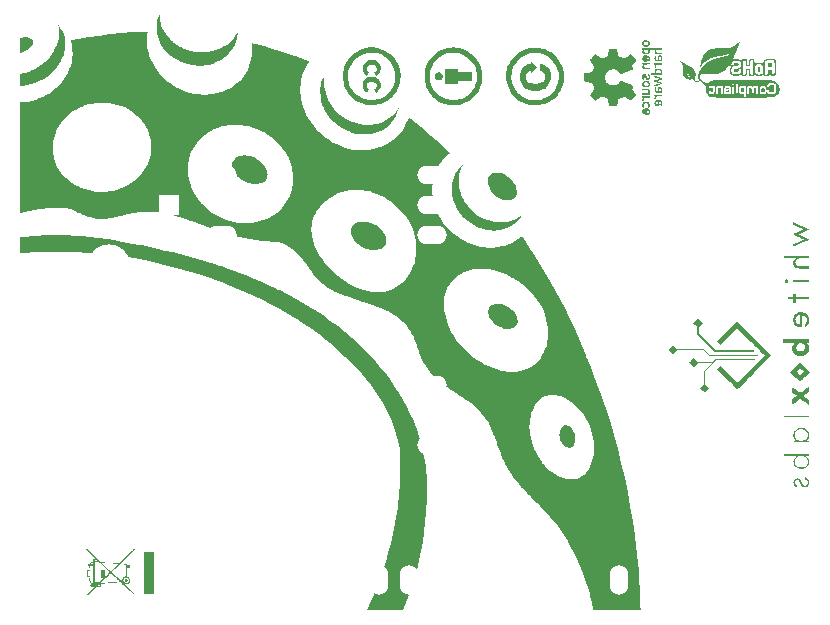
<source format=gbo>
G04 (created by PCBNEW (2013-07-07 BZR 4022)-stable) date 15/12/2015 05:16:37*
%MOIN*%
G04 Gerber Fmt 3.4, Leading zero omitted, Abs format*
%FSLAX34Y34*%
G01*
G70*
G90*
G04 APERTURE LIST*
%ADD10C,0.00590551*%
%ADD11C,0.0001*%
%ADD12C,0.137795*%
%ADD13R,0.0708661X0.0708661*%
%ADD14C,0.0708661*%
%ADD15O,0.06X0.1*%
%ADD16O,0.1X0.0607087*%
%ADD17O,0.1X0.06*%
G04 APERTURE END LIST*
G54D10*
G54D11*
G36*
X43513Y-35258D02*
X43527Y-35254D01*
X43552Y-35248D01*
X43585Y-35240D01*
X43624Y-35232D01*
X43667Y-35223D01*
X43713Y-35213D01*
X43758Y-35204D01*
X43802Y-35195D01*
X43842Y-35187D01*
X43862Y-35184D01*
X44002Y-35160D01*
X44141Y-35138D01*
X44280Y-35120D01*
X44422Y-35104D01*
X44570Y-35090D01*
X44613Y-35086D01*
X44613Y-33082D01*
X44613Y-33023D01*
X44615Y-32972D01*
X44619Y-32925D01*
X44624Y-32880D01*
X44632Y-32834D01*
X44641Y-32788D01*
X44672Y-32674D01*
X44712Y-32562D01*
X44762Y-32453D01*
X44821Y-32349D01*
X44888Y-32249D01*
X44964Y-32155D01*
X45047Y-32065D01*
X45138Y-31982D01*
X45236Y-31905D01*
X45340Y-31835D01*
X45451Y-31773D01*
X45458Y-31769D01*
X45571Y-31716D01*
X45685Y-31672D01*
X45803Y-31636D01*
X45925Y-31608D01*
X46054Y-31586D01*
X46055Y-31586D01*
X46091Y-31582D01*
X46135Y-31580D01*
X46185Y-31578D01*
X46239Y-31577D01*
X46293Y-31577D01*
X46348Y-31577D01*
X46399Y-31579D01*
X46445Y-31582D01*
X46484Y-31585D01*
X46495Y-31586D01*
X46631Y-31610D01*
X46763Y-31642D01*
X46889Y-31683D01*
X47009Y-31732D01*
X47124Y-31789D01*
X47233Y-31855D01*
X47335Y-31928D01*
X47430Y-32008D01*
X47519Y-32097D01*
X47600Y-32192D01*
X47674Y-32295D01*
X47674Y-32295D01*
X47736Y-32398D01*
X47788Y-32505D01*
X47830Y-32614D01*
X47863Y-32726D01*
X47886Y-32839D01*
X47899Y-32954D01*
X47902Y-33069D01*
X47895Y-33184D01*
X47878Y-33299D01*
X47851Y-33412D01*
X47820Y-33507D01*
X47773Y-33621D01*
X47716Y-33730D01*
X47651Y-33834D01*
X47578Y-33932D01*
X47497Y-34024D01*
X47410Y-34110D01*
X47315Y-34189D01*
X47214Y-34262D01*
X47107Y-34327D01*
X46995Y-34384D01*
X46878Y-34434D01*
X46756Y-34475D01*
X46630Y-34508D01*
X46500Y-34532D01*
X46433Y-34540D01*
X46402Y-34543D01*
X46364Y-34545D01*
X46319Y-34546D01*
X46272Y-34547D01*
X46223Y-34548D01*
X46176Y-34547D01*
X46133Y-34546D01*
X46095Y-34545D01*
X46067Y-34543D01*
X45937Y-34525D01*
X45809Y-34498D01*
X45686Y-34463D01*
X45568Y-34420D01*
X45454Y-34369D01*
X45345Y-34310D01*
X45242Y-34244D01*
X45146Y-34171D01*
X45055Y-34092D01*
X44972Y-34006D01*
X44896Y-33914D01*
X44829Y-33817D01*
X44769Y-33715D01*
X44718Y-33607D01*
X44680Y-33507D01*
X44657Y-33431D01*
X44639Y-33359D01*
X44626Y-33287D01*
X44618Y-33213D01*
X44614Y-33134D01*
X44613Y-33082D01*
X44613Y-35086D01*
X44688Y-35080D01*
X44778Y-35075D01*
X44860Y-35074D01*
X44937Y-35077D01*
X45009Y-35084D01*
X45080Y-35097D01*
X45150Y-35114D01*
X45223Y-35138D01*
X45299Y-35167D01*
X45381Y-35203D01*
X45402Y-35212D01*
X45470Y-35243D01*
X45530Y-35271D01*
X45582Y-35294D01*
X45629Y-35315D01*
X45669Y-35332D01*
X45706Y-35347D01*
X45739Y-35360D01*
X45770Y-35371D01*
X45799Y-35381D01*
X45828Y-35390D01*
X45858Y-35398D01*
X45867Y-35401D01*
X45982Y-35429D01*
X46094Y-35446D01*
X46202Y-35454D01*
X46280Y-35454D01*
X46315Y-35452D01*
X46349Y-35450D01*
X46385Y-35446D01*
X46422Y-35442D01*
X46462Y-35436D01*
X46506Y-35429D01*
X46554Y-35420D01*
X46608Y-35409D01*
X46668Y-35396D01*
X46736Y-35381D01*
X46812Y-35364D01*
X46891Y-35346D01*
X46994Y-35322D01*
X47088Y-35301D01*
X47173Y-35283D01*
X47252Y-35267D01*
X47324Y-35253D01*
X47391Y-35242D01*
X47454Y-35232D01*
X47514Y-35224D01*
X47572Y-35218D01*
X47629Y-35214D01*
X47685Y-35210D01*
X47742Y-35208D01*
X47801Y-35207D01*
X47833Y-35207D01*
X47883Y-35207D01*
X47924Y-35207D01*
X47958Y-35208D01*
X47987Y-35209D01*
X48013Y-35211D01*
X48037Y-35213D01*
X48062Y-35215D01*
X48090Y-35219D01*
X48090Y-35219D01*
X48234Y-35241D01*
X48377Y-35268D01*
X48523Y-35302D01*
X48673Y-35342D01*
X48696Y-35348D01*
X48743Y-35362D01*
X48788Y-35375D01*
X48832Y-35389D01*
X48877Y-35403D01*
X48923Y-35418D01*
X48970Y-35433D01*
X49020Y-35450D01*
X49074Y-35469D01*
X49117Y-35484D01*
X49117Y-33751D01*
X49125Y-33631D01*
X49143Y-33513D01*
X49157Y-33449D01*
X49190Y-33337D01*
X49232Y-33227D01*
X49283Y-33120D01*
X49342Y-33018D01*
X49408Y-32922D01*
X49433Y-32891D01*
X49453Y-32866D01*
X49479Y-32838D01*
X49507Y-32807D01*
X49536Y-32776D01*
X49565Y-32748D01*
X49591Y-32723D01*
X49611Y-32704D01*
X49613Y-32703D01*
X49627Y-32691D01*
X49640Y-32680D01*
X49645Y-32676D01*
X49656Y-32667D01*
X49672Y-32654D01*
X49691Y-32640D01*
X49709Y-32626D01*
X49725Y-32615D01*
X49731Y-32611D01*
X49745Y-32601D01*
X49757Y-32591D01*
X49767Y-32584D01*
X49773Y-32581D01*
X49780Y-32578D01*
X49792Y-32571D01*
X49794Y-32569D01*
X49807Y-32560D01*
X49817Y-32554D01*
X49818Y-32553D01*
X49828Y-32548D01*
X49841Y-32540D01*
X49847Y-32536D01*
X49884Y-32515D01*
X49929Y-32493D01*
X49979Y-32469D01*
X50031Y-32446D01*
X50084Y-32425D01*
X50135Y-32407D01*
X50153Y-32401D01*
X50258Y-32371D01*
X50369Y-32347D01*
X50483Y-32329D01*
X50527Y-32324D01*
X50559Y-32321D01*
X50599Y-32319D01*
X50644Y-32318D01*
X50692Y-32318D01*
X50741Y-32318D01*
X50788Y-32319D01*
X50830Y-32320D01*
X50866Y-32323D01*
X50876Y-32324D01*
X51015Y-32343D01*
X51152Y-32372D01*
X51285Y-32409D01*
X51415Y-32455D01*
X51541Y-32510D01*
X51663Y-32572D01*
X51779Y-32642D01*
X51890Y-32719D01*
X51995Y-32803D01*
X52093Y-32894D01*
X52185Y-32990D01*
X52269Y-33093D01*
X52346Y-33201D01*
X52415Y-33314D01*
X52475Y-33432D01*
X52526Y-33554D01*
X52548Y-33619D01*
X52580Y-33724D01*
X52603Y-33827D01*
X52619Y-33927D01*
X52628Y-34029D01*
X52629Y-34135D01*
X52629Y-34162D01*
X52624Y-34254D01*
X52614Y-34339D01*
X52599Y-34421D01*
X52579Y-34504D01*
X52557Y-34576D01*
X52513Y-34690D01*
X52461Y-34800D01*
X52400Y-34904D01*
X52330Y-35001D01*
X52253Y-35093D01*
X52167Y-35178D01*
X52074Y-35256D01*
X51974Y-35327D01*
X51866Y-35391D01*
X51832Y-35409D01*
X51721Y-35461D01*
X51608Y-35504D01*
X51492Y-35538D01*
X51372Y-35565D01*
X51246Y-35584D01*
X51237Y-35584D01*
X51207Y-35587D01*
X51169Y-35589D01*
X51124Y-35590D01*
X51075Y-35590D01*
X51024Y-35590D01*
X50973Y-35589D01*
X50924Y-35588D01*
X50879Y-35586D01*
X50839Y-35583D01*
X50808Y-35580D01*
X50805Y-35580D01*
X50659Y-35554D01*
X50518Y-35519D01*
X50381Y-35475D01*
X50249Y-35422D01*
X50121Y-35359D01*
X50104Y-35350D01*
X50083Y-35338D01*
X50063Y-35327D01*
X50047Y-35317D01*
X50041Y-35314D01*
X50029Y-35306D01*
X50018Y-35300D01*
X50018Y-35300D01*
X50008Y-35295D01*
X49996Y-35286D01*
X49994Y-35285D01*
X49982Y-35277D01*
X49972Y-35271D01*
X49971Y-35271D01*
X49963Y-35267D01*
X49949Y-35258D01*
X49933Y-35246D01*
X49928Y-35243D01*
X49910Y-35230D01*
X49894Y-35218D01*
X49883Y-35210D01*
X49882Y-35209D01*
X49868Y-35200D01*
X49860Y-35194D01*
X49850Y-35185D01*
X49836Y-35175D01*
X49834Y-35173D01*
X49818Y-35161D01*
X49799Y-35145D01*
X49774Y-35124D01*
X49751Y-35105D01*
X49717Y-35075D01*
X49679Y-35039D01*
X49637Y-34997D01*
X49595Y-34952D01*
X49554Y-34906D01*
X49515Y-34861D01*
X49480Y-34817D01*
X49469Y-34803D01*
X49394Y-34695D01*
X49327Y-34585D01*
X49270Y-34470D01*
X49221Y-34354D01*
X49182Y-34235D01*
X49151Y-34114D01*
X49130Y-33993D01*
X49119Y-33872D01*
X49117Y-33751D01*
X49117Y-35484D01*
X49132Y-35489D01*
X49196Y-35512D01*
X49266Y-35538D01*
X49343Y-35566D01*
X49428Y-35597D01*
X49513Y-35628D01*
X49612Y-35665D01*
X49703Y-35699D01*
X49786Y-35729D01*
X49862Y-35756D01*
X49931Y-35781D01*
X49995Y-35803D01*
X50055Y-35824D01*
X50111Y-35842D01*
X50165Y-35860D01*
X50202Y-35872D01*
X50410Y-35936D01*
X50612Y-35992D01*
X50811Y-36042D01*
X51007Y-36085D01*
X51202Y-36121D01*
X51398Y-36151D01*
X51597Y-36176D01*
X51800Y-36194D01*
X51967Y-36206D01*
X52060Y-36215D01*
X52151Y-36233D01*
X52241Y-36259D01*
X52332Y-36295D01*
X52424Y-36339D01*
X52485Y-36373D01*
X52541Y-36408D01*
X52595Y-36446D01*
X52648Y-36488D01*
X52702Y-36537D01*
X52760Y-36592D01*
X52764Y-36597D01*
X52791Y-36624D01*
X52817Y-36650D01*
X52841Y-36676D01*
X52865Y-36703D01*
X52889Y-36731D01*
X52914Y-36761D01*
X52941Y-36795D01*
X52970Y-36832D01*
X53002Y-36873D01*
X53037Y-36920D01*
X53076Y-36974D01*
X53120Y-37034D01*
X53170Y-37102D01*
X53234Y-37189D01*
X53234Y-35790D01*
X53236Y-35732D01*
X53239Y-35680D01*
X53241Y-35666D01*
X53260Y-35557D01*
X53289Y-35450D01*
X53329Y-35347D01*
X53378Y-35246D01*
X53436Y-35149D01*
X53505Y-35056D01*
X53582Y-34966D01*
X53614Y-34934D01*
X53704Y-34851D01*
X53802Y-34775D01*
X53906Y-34708D01*
X54015Y-34648D01*
X54130Y-34598D01*
X54248Y-34557D01*
X54266Y-34552D01*
X54391Y-34521D01*
X54519Y-34500D01*
X54649Y-34488D01*
X54779Y-34487D01*
X54911Y-34495D01*
X55042Y-34512D01*
X55173Y-34539D01*
X55303Y-34575D01*
X55431Y-34621D01*
X55556Y-34675D01*
X55679Y-34738D01*
X55798Y-34810D01*
X55906Y-34885D01*
X56022Y-34978D01*
X56131Y-35078D01*
X56232Y-35184D01*
X56325Y-35296D01*
X56410Y-35413D01*
X56485Y-35535D01*
X56551Y-35662D01*
X56554Y-35668D01*
X56608Y-35792D01*
X56652Y-35918D01*
X56687Y-36045D01*
X56712Y-36171D01*
X56729Y-36298D01*
X56735Y-36423D01*
X56733Y-36548D01*
X56721Y-36670D01*
X56701Y-36791D01*
X56671Y-36909D01*
X56632Y-37023D01*
X56584Y-37134D01*
X56528Y-37241D01*
X56463Y-37344D01*
X56388Y-37441D01*
X56324Y-37514D01*
X56240Y-37595D01*
X56153Y-37666D01*
X56060Y-37728D01*
X55964Y-37780D01*
X55863Y-37823D01*
X55757Y-37857D01*
X55646Y-37881D01*
X55530Y-37896D01*
X55513Y-37897D01*
X55489Y-37898D01*
X55458Y-37898D01*
X55421Y-37898D01*
X55381Y-37896D01*
X55341Y-37894D01*
X55303Y-37892D01*
X55271Y-37889D01*
X55254Y-37887D01*
X55129Y-37866D01*
X55002Y-37834D01*
X54875Y-37793D01*
X54748Y-37742D01*
X54620Y-37681D01*
X54493Y-37611D01*
X54367Y-37531D01*
X54241Y-37443D01*
X54117Y-37346D01*
X54099Y-37331D01*
X53975Y-37222D01*
X53861Y-37111D01*
X53755Y-36997D01*
X53658Y-36882D01*
X53571Y-36765D01*
X53493Y-36646D01*
X53425Y-36526D01*
X53367Y-36405D01*
X53319Y-36283D01*
X53280Y-36160D01*
X53253Y-36038D01*
X53249Y-36017D01*
X53242Y-35967D01*
X53238Y-35911D01*
X53235Y-35851D01*
X53234Y-35790D01*
X53234Y-37189D01*
X53237Y-37193D01*
X53299Y-37275D01*
X53358Y-37350D01*
X53414Y-37417D01*
X53468Y-37478D01*
X53520Y-37534D01*
X53572Y-37584D01*
X53623Y-37630D01*
X53675Y-37672D01*
X53729Y-37710D01*
X53784Y-37747D01*
X53843Y-37782D01*
X53904Y-37816D01*
X53946Y-37837D01*
X53985Y-37856D01*
X54023Y-37874D01*
X54063Y-37893D01*
X54105Y-37911D01*
X54149Y-37929D01*
X54196Y-37948D01*
X54247Y-37968D01*
X54302Y-37989D01*
X54363Y-38011D01*
X54430Y-38035D01*
X54504Y-38061D01*
X54586Y-38089D01*
X54675Y-38119D01*
X54774Y-38152D01*
X54805Y-38163D01*
X54868Y-38184D01*
X54932Y-38206D01*
X54994Y-38227D01*
X55054Y-38247D01*
X55110Y-38266D01*
X55162Y-38284D01*
X55208Y-38300D01*
X55247Y-38313D01*
X55277Y-38324D01*
X55294Y-38330D01*
X55432Y-38382D01*
X55561Y-38434D01*
X55680Y-38486D01*
X55790Y-38538D01*
X55892Y-38591D01*
X55986Y-38644D01*
X56073Y-38699D01*
X56153Y-38756D01*
X56226Y-38814D01*
X56294Y-38875D01*
X56356Y-38939D01*
X56413Y-39005D01*
X56467Y-39075D01*
X56496Y-39118D01*
X56523Y-39159D01*
X56547Y-39200D01*
X56570Y-39242D01*
X56593Y-39288D01*
X56616Y-39337D01*
X56639Y-39390D01*
X56663Y-39449D01*
X56688Y-39515D01*
X56714Y-39589D01*
X56743Y-39671D01*
X56753Y-39702D01*
X56781Y-39783D01*
X56806Y-39854D01*
X56830Y-39918D01*
X56851Y-39975D01*
X56872Y-40027D01*
X56893Y-40075D01*
X56909Y-40112D01*
X56970Y-40232D01*
X57040Y-40349D01*
X57117Y-40463D01*
X57202Y-40571D01*
X57291Y-40669D01*
X57337Y-40716D01*
X57386Y-40762D01*
X57437Y-40807D01*
X57491Y-40853D01*
X57551Y-40900D01*
X57615Y-40948D01*
X57648Y-40972D01*
X57648Y-38340D01*
X57648Y-38281D01*
X57649Y-38224D01*
X57653Y-38170D01*
X57657Y-38122D01*
X57660Y-38102D01*
X57682Y-37991D01*
X57711Y-37887D01*
X57748Y-37788D01*
X57794Y-37696D01*
X57848Y-37610D01*
X57910Y-37528D01*
X57960Y-37473D01*
X58038Y-37399D01*
X58123Y-37333D01*
X58214Y-37276D01*
X58311Y-37227D01*
X58413Y-37187D01*
X58521Y-37155D01*
X58634Y-37133D01*
X58752Y-37119D01*
X58876Y-37114D01*
X58885Y-37114D01*
X59021Y-37119D01*
X59159Y-37134D01*
X59297Y-37160D01*
X59436Y-37196D01*
X59576Y-37242D01*
X59631Y-37263D01*
X59673Y-37280D01*
X59721Y-37302D01*
X59774Y-37327D01*
X59828Y-37354D01*
X59882Y-37382D01*
X59932Y-37409D01*
X59977Y-37434D01*
X59997Y-37446D01*
X60121Y-37525D01*
X60240Y-37612D01*
X60353Y-37703D01*
X60461Y-37800D01*
X60560Y-37900D01*
X60650Y-38003D01*
X60670Y-38027D01*
X60760Y-38148D01*
X60841Y-38273D01*
X60912Y-38401D01*
X60973Y-38532D01*
X61025Y-38667D01*
X61067Y-38804D01*
X61098Y-38944D01*
X61119Y-39078D01*
X61121Y-39108D01*
X61123Y-39145D01*
X61125Y-39188D01*
X61125Y-39235D01*
X61125Y-39282D01*
X61125Y-39328D01*
X61123Y-39371D01*
X61122Y-39408D01*
X61119Y-39437D01*
X61119Y-39437D01*
X61099Y-39560D01*
X61071Y-39677D01*
X61034Y-39788D01*
X60988Y-39894D01*
X60934Y-39993D01*
X60872Y-40087D01*
X60801Y-40174D01*
X60737Y-40240D01*
X60656Y-40311D01*
X60570Y-40373D01*
X60478Y-40426D01*
X60382Y-40470D01*
X60280Y-40505D01*
X60175Y-40531D01*
X60065Y-40547D01*
X59952Y-40554D01*
X59836Y-40552D01*
X59799Y-40549D01*
X59672Y-40533D01*
X59543Y-40507D01*
X59414Y-40472D01*
X59284Y-40426D01*
X59154Y-40371D01*
X59025Y-40307D01*
X58896Y-40234D01*
X58769Y-40153D01*
X58660Y-40074D01*
X58524Y-39965D01*
X58396Y-39852D01*
X58278Y-39733D01*
X58168Y-39609D01*
X58069Y-39481D01*
X57978Y-39347D01*
X57897Y-39209D01*
X57857Y-39133D01*
X57796Y-39000D01*
X57745Y-38866D01*
X57705Y-38731D01*
X57674Y-38592D01*
X57658Y-38493D01*
X57653Y-38448D01*
X57650Y-38396D01*
X57648Y-38340D01*
X57648Y-40972D01*
X57686Y-40999D01*
X57764Y-41053D01*
X57850Y-41110D01*
X57899Y-41142D01*
X57982Y-41197D01*
X58061Y-41249D01*
X58134Y-41297D01*
X58201Y-41342D01*
X58262Y-41382D01*
X58316Y-41418D01*
X58362Y-41450D01*
X58401Y-41476D01*
X58431Y-41498D01*
X58442Y-41506D01*
X58549Y-41587D01*
X58648Y-41667D01*
X58737Y-41746D01*
X58819Y-41826D01*
X58893Y-41907D01*
X58962Y-41991D01*
X59025Y-42078D01*
X59083Y-42168D01*
X59138Y-42264D01*
X59190Y-42366D01*
X59193Y-42372D01*
X59214Y-42416D01*
X59234Y-42461D01*
X59255Y-42508D01*
X59276Y-42559D01*
X59298Y-42613D01*
X59322Y-42672D01*
X59347Y-42738D01*
X59374Y-42810D01*
X59405Y-42891D01*
X59434Y-42970D01*
X59465Y-43054D01*
X59493Y-43129D01*
X59518Y-43196D01*
X59541Y-43257D01*
X59562Y-43311D01*
X59582Y-43360D01*
X59601Y-43406D01*
X59619Y-43449D01*
X59637Y-43489D01*
X59655Y-43529D01*
X59674Y-43569D01*
X59694Y-43610D01*
X59702Y-43626D01*
X59748Y-43717D01*
X59797Y-43804D01*
X59848Y-43889D01*
X59904Y-43972D01*
X59965Y-44057D01*
X60032Y-44143D01*
X60106Y-44233D01*
X60139Y-44273D01*
X60164Y-44301D01*
X60187Y-44328D01*
X60210Y-44354D01*
X60234Y-44381D01*
X60259Y-44408D01*
X60285Y-44436D01*
X60313Y-44466D01*
X60344Y-44499D01*
X60379Y-44535D01*
X60417Y-44575D01*
X60460Y-44618D01*
X60502Y-44662D01*
X60502Y-42387D01*
X60505Y-42268D01*
X60517Y-42151D01*
X60538Y-42037D01*
X60567Y-41926D01*
X60606Y-41820D01*
X60641Y-41743D01*
X60683Y-41664D01*
X60729Y-41595D01*
X60779Y-41534D01*
X60833Y-41481D01*
X60892Y-41435D01*
X60957Y-41396D01*
X61016Y-41367D01*
X61076Y-41346D01*
X61138Y-41333D01*
X61205Y-41325D01*
X61257Y-41324D01*
X61329Y-41327D01*
X61399Y-41336D01*
X61468Y-41350D01*
X61539Y-41372D01*
X61613Y-41401D01*
X61676Y-41430D01*
X61783Y-41487D01*
X61885Y-41554D01*
X61983Y-41629D01*
X62076Y-41712D01*
X62163Y-41803D01*
X62245Y-41901D01*
X62321Y-42005D01*
X62391Y-42116D01*
X62453Y-42232D01*
X62508Y-42352D01*
X62556Y-42478D01*
X62596Y-42607D01*
X62627Y-42739D01*
X62628Y-42745D01*
X62636Y-42789D01*
X62643Y-42828D01*
X62648Y-42865D01*
X62652Y-42901D01*
X62655Y-42939D01*
X62656Y-42981D01*
X62657Y-43029D01*
X62657Y-43086D01*
X62657Y-43086D01*
X62657Y-43133D01*
X62657Y-43171D01*
X62656Y-43203D01*
X62656Y-43229D01*
X62654Y-43252D01*
X62652Y-43273D01*
X62649Y-43294D01*
X62646Y-43318D01*
X62645Y-43319D01*
X62624Y-43428D01*
X62597Y-43531D01*
X62563Y-43627D01*
X62524Y-43716D01*
X62479Y-43797D01*
X62428Y-43871D01*
X62372Y-43936D01*
X62312Y-43993D01*
X62259Y-44032D01*
X62203Y-44066D01*
X62145Y-44093D01*
X62086Y-44113D01*
X62021Y-44127D01*
X61949Y-44135D01*
X61920Y-44137D01*
X61910Y-44137D01*
X61892Y-44136D01*
X61869Y-44134D01*
X61847Y-44132D01*
X61751Y-44119D01*
X61655Y-44095D01*
X61559Y-44062D01*
X61463Y-44019D01*
X61366Y-43965D01*
X61269Y-43901D01*
X61220Y-43866D01*
X61195Y-43845D01*
X61164Y-43818D01*
X61129Y-43786D01*
X61092Y-43750D01*
X61055Y-43713D01*
X61019Y-43675D01*
X60985Y-43639D01*
X60956Y-43606D01*
X60931Y-43577D01*
X60927Y-43571D01*
X60848Y-43462D01*
X60778Y-43350D01*
X60715Y-43234D01*
X60660Y-43116D01*
X60613Y-42996D01*
X60574Y-42875D01*
X60543Y-42753D01*
X60521Y-42630D01*
X60507Y-42508D01*
X60502Y-42387D01*
X60502Y-44662D01*
X60508Y-44668D01*
X60561Y-44722D01*
X60621Y-44783D01*
X60683Y-44846D01*
X60747Y-44911D01*
X60804Y-44969D01*
X60855Y-45021D01*
X60901Y-45067D01*
X60941Y-45109D01*
X60977Y-45145D01*
X61008Y-45178D01*
X61037Y-45207D01*
X61062Y-45234D01*
X61085Y-45258D01*
X61106Y-45281D01*
X61126Y-45303D01*
X61146Y-45324D01*
X61165Y-45345D01*
X61185Y-45367D01*
X61201Y-45385D01*
X61295Y-45493D01*
X61381Y-45596D01*
X61460Y-45697D01*
X61534Y-45797D01*
X61603Y-45897D01*
X61668Y-45998D01*
X61730Y-46103D01*
X61741Y-46122D01*
X61868Y-46350D01*
X61985Y-46577D01*
X62092Y-46802D01*
X62191Y-47027D01*
X62282Y-47253D01*
X62364Y-47481D01*
X62439Y-47712D01*
X62506Y-47947D01*
X62519Y-47993D01*
X62532Y-48043D01*
X62546Y-48099D01*
X62560Y-48159D01*
X62575Y-48220D01*
X62589Y-48280D01*
X62601Y-48337D01*
X62612Y-48388D01*
X62618Y-48416D01*
X62623Y-48439D01*
X62627Y-48460D01*
X62630Y-48475D01*
X62631Y-48480D01*
X62634Y-48492D01*
X63419Y-48492D01*
X64204Y-48492D01*
X64201Y-48323D01*
X64193Y-48053D01*
X64181Y-47775D01*
X64164Y-47491D01*
X64143Y-47203D01*
X64119Y-46912D01*
X64090Y-46620D01*
X64058Y-46329D01*
X64022Y-46040D01*
X64019Y-46010D01*
X63949Y-45524D01*
X63869Y-45038D01*
X63778Y-44555D01*
X63678Y-44073D01*
X63567Y-43594D01*
X63446Y-43116D01*
X63315Y-42642D01*
X63174Y-42170D01*
X63023Y-41702D01*
X62863Y-41237D01*
X62692Y-40775D01*
X62512Y-40317D01*
X62504Y-40297D01*
X62484Y-40249D01*
X62463Y-40197D01*
X62441Y-40143D01*
X62420Y-40091D01*
X62401Y-40043D01*
X62384Y-40000D01*
X62377Y-39983D01*
X62249Y-39674D01*
X62115Y-39362D01*
X61973Y-39050D01*
X61826Y-38739D01*
X61673Y-38430D01*
X61516Y-38124D01*
X61355Y-37824D01*
X61191Y-37530D01*
X61025Y-37244D01*
X60886Y-37014D01*
X60836Y-36935D01*
X60785Y-36853D01*
X60733Y-36770D01*
X60680Y-36687D01*
X60627Y-36604D01*
X60575Y-36523D01*
X60523Y-36444D01*
X60474Y-36369D01*
X60426Y-36297D01*
X60382Y-36230D01*
X60341Y-36170D01*
X60304Y-36117D01*
X60272Y-36071D01*
X60263Y-36058D01*
X60249Y-36039D01*
X60234Y-36052D01*
X60134Y-36128D01*
X60032Y-36195D01*
X59926Y-36252D01*
X59816Y-36301D01*
X59700Y-36341D01*
X59580Y-36372D01*
X59453Y-36395D01*
X59429Y-36398D01*
X59395Y-36402D01*
X59352Y-36405D01*
X59304Y-36407D01*
X59253Y-36408D01*
X59200Y-36408D01*
X59148Y-36408D01*
X59100Y-36406D01*
X59057Y-36404D01*
X59023Y-36401D01*
X59022Y-36401D01*
X58878Y-36378D01*
X58738Y-36346D01*
X58602Y-36304D01*
X58469Y-36252D01*
X58341Y-36190D01*
X58216Y-36119D01*
X58096Y-36039D01*
X57981Y-35949D01*
X57870Y-35849D01*
X57818Y-35799D01*
X57721Y-35693D01*
X57634Y-35585D01*
X57555Y-35472D01*
X57485Y-35354D01*
X57423Y-35230D01*
X57397Y-35172D01*
X57355Y-35062D01*
X57319Y-34948D01*
X57291Y-34831D01*
X57271Y-34713D01*
X57258Y-34596D01*
X57253Y-34481D01*
X57257Y-34375D01*
X57271Y-34246D01*
X57294Y-34122D01*
X57325Y-34003D01*
X57367Y-33889D01*
X57417Y-33779D01*
X57477Y-33673D01*
X57501Y-33636D01*
X57534Y-33588D01*
X57565Y-33545D01*
X57597Y-33506D01*
X57632Y-33466D01*
X57672Y-33424D01*
X57687Y-33410D01*
X57728Y-33370D01*
X57765Y-33335D01*
X57802Y-33304D01*
X57841Y-33273D01*
X57852Y-33264D01*
X57868Y-33253D01*
X57829Y-33215D01*
X57689Y-33084D01*
X57541Y-32950D01*
X57384Y-32812D01*
X57222Y-32673D01*
X57054Y-32533D01*
X56881Y-32392D01*
X56704Y-32252D01*
X56538Y-32123D01*
X56472Y-32073D01*
X56447Y-32142D01*
X56400Y-32258D01*
X56344Y-32369D01*
X56280Y-32474D01*
X56208Y-32573D01*
X56129Y-32665D01*
X56042Y-32750D01*
X55949Y-32829D01*
X55850Y-32900D01*
X55744Y-32963D01*
X55634Y-33018D01*
X55518Y-33065D01*
X55398Y-33103D01*
X55273Y-33133D01*
X55145Y-33153D01*
X55121Y-33155D01*
X55079Y-33159D01*
X55030Y-33161D01*
X54975Y-33163D01*
X54920Y-33163D01*
X54865Y-33163D01*
X54815Y-33161D01*
X54771Y-33159D01*
X54765Y-33158D01*
X54626Y-33140D01*
X54488Y-33112D01*
X54352Y-33075D01*
X54219Y-33028D01*
X54088Y-32972D01*
X53961Y-32907D01*
X53839Y-32833D01*
X53720Y-32752D01*
X53608Y-32662D01*
X53500Y-32566D01*
X53399Y-32462D01*
X53306Y-32351D01*
X53219Y-32234D01*
X53209Y-32219D01*
X53134Y-32099D01*
X53068Y-31976D01*
X53011Y-31851D01*
X52963Y-31725D01*
X52925Y-31596D01*
X52896Y-31467D01*
X52876Y-31338D01*
X52865Y-31209D01*
X52865Y-31080D01*
X52873Y-30953D01*
X52891Y-30827D01*
X52919Y-30703D01*
X52957Y-30582D01*
X53004Y-30464D01*
X53045Y-30379D01*
X53059Y-30352D01*
X53072Y-30327D01*
X53087Y-30303D01*
X53103Y-30277D01*
X53122Y-30247D01*
X53146Y-30210D01*
X53148Y-30207D01*
X53150Y-30203D01*
X53150Y-30199D01*
X53147Y-30195D01*
X53139Y-30190D01*
X53125Y-30184D01*
X53103Y-30175D01*
X53073Y-30163D01*
X53072Y-30163D01*
X53031Y-30147D01*
X52998Y-30134D01*
X52972Y-30124D01*
X52952Y-30116D01*
X52936Y-30110D01*
X52923Y-30105D01*
X52912Y-30100D01*
X52902Y-30096D01*
X52890Y-30092D01*
X52861Y-30081D01*
X52840Y-30073D01*
X52824Y-30067D01*
X52812Y-30063D01*
X52801Y-30058D01*
X52795Y-30056D01*
X52780Y-30050D01*
X52759Y-30043D01*
X52737Y-30035D01*
X52735Y-30034D01*
X52718Y-30028D01*
X52693Y-30019D01*
X52662Y-30008D01*
X52629Y-29996D01*
X52595Y-29984D01*
X52594Y-29984D01*
X52498Y-29950D01*
X52395Y-29916D01*
X52286Y-29880D01*
X52174Y-29844D01*
X52060Y-29809D01*
X51947Y-29775D01*
X51837Y-29742D01*
X51765Y-29722D01*
X51737Y-29714D01*
X51703Y-29705D01*
X51664Y-29695D01*
X51622Y-29683D01*
X51577Y-29672D01*
X51531Y-29660D01*
X51485Y-29648D01*
X51440Y-29636D01*
X51397Y-29625D01*
X51357Y-29615D01*
X51321Y-29606D01*
X51291Y-29598D01*
X51267Y-29592D01*
X51250Y-29589D01*
X51243Y-29587D01*
X51243Y-29587D01*
X51243Y-29593D01*
X51244Y-29606D01*
X51247Y-29625D01*
X51249Y-29641D01*
X51252Y-29668D01*
X51255Y-29704D01*
X51256Y-29746D01*
X51257Y-29791D01*
X51258Y-29838D01*
X51257Y-29885D01*
X51257Y-29928D01*
X51255Y-29967D01*
X51252Y-29998D01*
X51251Y-30005D01*
X51231Y-30129D01*
X51201Y-30249D01*
X51161Y-30364D01*
X51112Y-30474D01*
X51054Y-30580D01*
X50987Y-30680D01*
X50912Y-30775D01*
X50847Y-30845D01*
X50756Y-30929D01*
X50658Y-31005D01*
X50554Y-31073D01*
X50445Y-31133D01*
X50329Y-31184D01*
X50209Y-31227D01*
X50084Y-31262D01*
X49954Y-31287D01*
X49845Y-31301D01*
X49806Y-31304D01*
X49759Y-31306D01*
X49707Y-31307D01*
X49653Y-31306D01*
X49599Y-31306D01*
X49548Y-31303D01*
X49503Y-31301D01*
X49481Y-31299D01*
X49339Y-31278D01*
X49200Y-31249D01*
X49064Y-31209D01*
X48931Y-31158D01*
X48800Y-31098D01*
X48796Y-31096D01*
X48757Y-31077D01*
X48726Y-31060D01*
X48700Y-31046D01*
X48676Y-31032D01*
X48652Y-31018D01*
X48626Y-31002D01*
X48596Y-30982D01*
X48575Y-30968D01*
X48461Y-30886D01*
X48355Y-30798D01*
X48255Y-30703D01*
X48164Y-30601D01*
X48080Y-30494D01*
X48005Y-30382D01*
X47939Y-30264D01*
X47881Y-30143D01*
X47833Y-30018D01*
X47807Y-29932D01*
X47781Y-29823D01*
X47762Y-29711D01*
X47751Y-29598D01*
X47748Y-29486D01*
X47754Y-29376D01*
X47767Y-29272D01*
X47776Y-29219D01*
X47734Y-29219D01*
X47709Y-29219D01*
X47676Y-29220D01*
X47636Y-29221D01*
X47589Y-29223D01*
X47539Y-29224D01*
X47485Y-29227D01*
X47430Y-29229D01*
X47376Y-29232D01*
X47323Y-29234D01*
X47273Y-29237D01*
X47266Y-29237D01*
X46895Y-29263D01*
X46524Y-29298D01*
X46155Y-29342D01*
X45790Y-29396D01*
X45669Y-29416D01*
X45620Y-29424D01*
X45569Y-29433D01*
X45518Y-29442D01*
X45467Y-29451D01*
X45418Y-29460D01*
X45372Y-29469D01*
X45330Y-29477D01*
X45292Y-29484D01*
X45260Y-29490D01*
X45236Y-29496D01*
X45219Y-29499D01*
X45211Y-29502D01*
X45211Y-29502D01*
X45211Y-29508D01*
X45213Y-29522D01*
X45218Y-29542D01*
X45222Y-29558D01*
X45241Y-29626D01*
X45255Y-29693D01*
X45265Y-29760D01*
X45270Y-29831D01*
X45273Y-29909D01*
X45273Y-29932D01*
X45272Y-29994D01*
X45269Y-30048D01*
X45265Y-30098D01*
X45258Y-30146D01*
X45249Y-30196D01*
X45244Y-30223D01*
X45212Y-30343D01*
X45170Y-30460D01*
X45119Y-30574D01*
X45058Y-30685D01*
X44989Y-30791D01*
X44912Y-30893D01*
X44826Y-30990D01*
X44733Y-31080D01*
X44632Y-31165D01*
X44525Y-31243D01*
X44515Y-31249D01*
X44475Y-31275D01*
X44439Y-31297D01*
X44403Y-31318D01*
X44366Y-31338D01*
X44323Y-31360D01*
X44284Y-31379D01*
X44162Y-31433D01*
X44037Y-31478D01*
X43908Y-31515D01*
X43779Y-31543D01*
X43650Y-31561D01*
X43573Y-31567D01*
X43513Y-31570D01*
X43513Y-33414D01*
X43513Y-35258D01*
X43513Y-35258D01*
X43513Y-35258D01*
G37*
G36*
X43513Y-36606D02*
X43533Y-36603D01*
X43544Y-36601D01*
X43563Y-36599D01*
X43590Y-36597D01*
X43621Y-36594D01*
X43656Y-36590D01*
X43670Y-36589D01*
X44010Y-36564D01*
X44354Y-36549D01*
X44703Y-36542D01*
X45056Y-36545D01*
X45415Y-36557D01*
X45779Y-36579D01*
X45779Y-36579D01*
X46160Y-36611D01*
X46543Y-36653D01*
X46927Y-36705D01*
X47311Y-36767D01*
X47695Y-36839D01*
X48078Y-36920D01*
X48459Y-37010D01*
X48838Y-37110D01*
X49215Y-37219D01*
X49588Y-37337D01*
X49957Y-37463D01*
X50322Y-37598D01*
X50681Y-37741D01*
X51023Y-37888D01*
X51327Y-38026D01*
X51624Y-38170D01*
X51914Y-38319D01*
X52196Y-38472D01*
X52470Y-38630D01*
X52737Y-38792D01*
X52995Y-38959D01*
X53244Y-39129D01*
X53486Y-39304D01*
X53718Y-39482D01*
X53942Y-39665D01*
X54157Y-39850D01*
X54362Y-40040D01*
X54558Y-40232D01*
X54745Y-40428D01*
X54922Y-40627D01*
X55060Y-40793D01*
X55211Y-40988D01*
X55352Y-41185D01*
X55483Y-41383D01*
X55605Y-41584D01*
X55716Y-41785D01*
X55817Y-41989D01*
X55908Y-42194D01*
X55988Y-42400D01*
X56059Y-42608D01*
X56119Y-42816D01*
X56168Y-43026D01*
X56173Y-43050D01*
X56179Y-43077D01*
X56183Y-43101D01*
X56187Y-43123D01*
X56189Y-43146D01*
X56192Y-43170D01*
X56194Y-43199D01*
X56195Y-43234D01*
X56197Y-43277D01*
X56198Y-43291D01*
X56199Y-43329D01*
X56200Y-43376D01*
X56201Y-43431D01*
X56201Y-43491D01*
X56201Y-43556D01*
X56201Y-43624D01*
X56201Y-43695D01*
X56201Y-43765D01*
X56200Y-43836D01*
X56200Y-43904D01*
X56199Y-43969D01*
X56198Y-44029D01*
X56196Y-44084D01*
X56195Y-44131D01*
X56193Y-44169D01*
X56193Y-44182D01*
X56180Y-44375D01*
X56166Y-44560D01*
X56149Y-44738D01*
X56130Y-44912D01*
X56109Y-45082D01*
X56085Y-45252D01*
X56057Y-45423D01*
X56027Y-45598D01*
X56021Y-45627D01*
X55957Y-45947D01*
X55883Y-46266D01*
X55799Y-46585D01*
X55705Y-46903D01*
X55602Y-47218D01*
X55491Y-47530D01*
X55371Y-47836D01*
X55243Y-48138D01*
X55156Y-48329D01*
X55141Y-48360D01*
X55127Y-48391D01*
X55114Y-48419D01*
X55103Y-48442D01*
X55098Y-48454D01*
X55080Y-48492D01*
X55680Y-48492D01*
X55759Y-48492D01*
X55834Y-48491D01*
X55906Y-48491D01*
X55974Y-48491D01*
X56037Y-48491D01*
X56094Y-48490D01*
X56145Y-48490D01*
X56189Y-48490D01*
X56225Y-48489D01*
X56253Y-48489D01*
X56272Y-48488D01*
X56282Y-48488D01*
X56283Y-48488D01*
X56286Y-48482D01*
X56292Y-48468D01*
X56300Y-48447D01*
X56311Y-48421D01*
X56323Y-48391D01*
X56327Y-48381D01*
X56445Y-48082D01*
X56552Y-47779D01*
X56650Y-47472D01*
X56738Y-47162D01*
X56816Y-46849D01*
X56884Y-46532D01*
X56942Y-46213D01*
X56990Y-45891D01*
X57028Y-45566D01*
X57056Y-45239D01*
X57060Y-45171D01*
X57066Y-45061D01*
X57071Y-44946D01*
X57075Y-44827D01*
X57078Y-44705D01*
X57080Y-44582D01*
X57080Y-44459D01*
X57080Y-44337D01*
X57078Y-44220D01*
X57076Y-44107D01*
X57072Y-44000D01*
X57067Y-43902D01*
X57063Y-43836D01*
X57049Y-43690D01*
X57028Y-43537D01*
X57000Y-43379D01*
X56967Y-43216D01*
X56927Y-43051D01*
X56881Y-42883D01*
X56830Y-42715D01*
X56774Y-42547D01*
X56713Y-42380D01*
X56647Y-42216D01*
X56637Y-42191D01*
X56529Y-41949D01*
X56410Y-41710D01*
X56282Y-41474D01*
X56145Y-41242D01*
X55998Y-41014D01*
X55841Y-40789D01*
X55675Y-40568D01*
X55499Y-40352D01*
X55315Y-40139D01*
X55121Y-39932D01*
X54919Y-39728D01*
X54708Y-39530D01*
X54592Y-39426D01*
X54359Y-39228D01*
X54117Y-39035D01*
X53867Y-38848D01*
X53609Y-38666D01*
X53341Y-38490D01*
X53065Y-38319D01*
X52781Y-38153D01*
X52487Y-37993D01*
X52184Y-37838D01*
X52179Y-37835D01*
X52128Y-37810D01*
X52085Y-37788D01*
X52047Y-37770D01*
X52013Y-37754D01*
X51982Y-37738D01*
X51951Y-37724D01*
X51918Y-37708D01*
X51882Y-37692D01*
X51856Y-37680D01*
X51829Y-37667D01*
X51798Y-37652D01*
X51768Y-37639D01*
X51760Y-37635D01*
X51740Y-37625D01*
X51723Y-37618D01*
X51712Y-37613D01*
X51709Y-37612D01*
X51703Y-37610D01*
X51691Y-37604D01*
X51672Y-37596D01*
X51656Y-37588D01*
X51635Y-37579D01*
X51618Y-37571D01*
X51607Y-37566D01*
X51604Y-37565D01*
X51598Y-37563D01*
X51586Y-37558D01*
X51577Y-37554D01*
X51559Y-37546D01*
X51542Y-37538D01*
X51536Y-37536D01*
X51523Y-37530D01*
X51505Y-37521D01*
X51491Y-37515D01*
X51468Y-37505D01*
X51443Y-37495D01*
X51428Y-37488D01*
X51409Y-37481D01*
X51393Y-37474D01*
X51384Y-37470D01*
X51375Y-37466D01*
X51358Y-37459D01*
X51339Y-37451D01*
X51335Y-37449D01*
X51312Y-37440D01*
X51290Y-37431D01*
X51273Y-37424D01*
X51272Y-37423D01*
X51195Y-37391D01*
X51125Y-37362D01*
X51061Y-37337D01*
X51006Y-37315D01*
X50999Y-37313D01*
X50974Y-37303D01*
X50945Y-37292D01*
X50918Y-37282D01*
X50918Y-37281D01*
X50894Y-37272D01*
X50871Y-37263D01*
X50852Y-37256D01*
X50849Y-37255D01*
X50820Y-37244D01*
X50797Y-37235D01*
X50778Y-37228D01*
X50760Y-37221D01*
X50752Y-37218D01*
X50733Y-37211D01*
X50709Y-37202D01*
X50684Y-37193D01*
X50681Y-37193D01*
X50665Y-37186D01*
X50640Y-37178D01*
X50609Y-37166D01*
X50574Y-37154D01*
X50538Y-37141D01*
X50514Y-37132D01*
X50457Y-37112D01*
X50392Y-37089D01*
X50320Y-37064D01*
X50244Y-37038D01*
X50164Y-37012D01*
X50084Y-36985D01*
X50004Y-36959D01*
X49926Y-36934D01*
X49852Y-36911D01*
X49784Y-36889D01*
X49771Y-36885D01*
X49541Y-36816D01*
X49311Y-36749D01*
X49080Y-36685D01*
X48846Y-36623D01*
X48608Y-36564D01*
X48365Y-36506D01*
X48116Y-36449D01*
X47859Y-36394D01*
X47594Y-36339D01*
X47484Y-36317D01*
X47299Y-36281D01*
X47123Y-36247D01*
X46955Y-36216D01*
X46795Y-36188D01*
X46640Y-36162D01*
X46491Y-36138D01*
X46346Y-36117D01*
X46205Y-36098D01*
X46066Y-36080D01*
X45929Y-36064D01*
X45792Y-36050D01*
X45655Y-36037D01*
X45516Y-36025D01*
X45375Y-36015D01*
X45230Y-36006D01*
X45223Y-36005D01*
X45192Y-36004D01*
X45151Y-36003D01*
X45102Y-36002D01*
X45047Y-36001D01*
X44985Y-36000D01*
X44919Y-35999D01*
X44850Y-35999D01*
X44779Y-35999D01*
X44708Y-35999D01*
X44636Y-35999D01*
X44566Y-35999D01*
X44499Y-36000D01*
X44436Y-36000D01*
X44378Y-36001D01*
X44326Y-36002D01*
X44283Y-36003D01*
X44248Y-36005D01*
X44237Y-36005D01*
X44173Y-36009D01*
X44106Y-36014D01*
X44038Y-36019D01*
X43970Y-36024D01*
X43903Y-36029D01*
X43838Y-36035D01*
X43776Y-36040D01*
X43718Y-36045D01*
X43666Y-36050D01*
X43620Y-36055D01*
X43580Y-36060D01*
X43550Y-36064D01*
X43528Y-36067D01*
X43527Y-36067D01*
X43513Y-36070D01*
X43513Y-36338D01*
X43513Y-36606D01*
X43513Y-36606D01*
X43513Y-36606D01*
G37*
G36*
X45690Y-46454D02*
X45913Y-46661D01*
X45954Y-46699D01*
X45992Y-46734D01*
X46027Y-46767D01*
X46058Y-46797D01*
X46086Y-46823D01*
X46107Y-46844D01*
X46123Y-46859D01*
X46133Y-46869D01*
X46136Y-46872D01*
X46131Y-46874D01*
X46120Y-46875D01*
X46111Y-46874D01*
X46092Y-46872D01*
X46068Y-46870D01*
X46051Y-46868D01*
X46015Y-46865D01*
X46015Y-46826D01*
X46015Y-46787D01*
X45981Y-46787D01*
X45947Y-46787D01*
X45947Y-46828D01*
X45947Y-46869D01*
X45930Y-46877D01*
X45917Y-46885D01*
X45901Y-46897D01*
X45883Y-46912D01*
X45880Y-46915D01*
X45864Y-46929D01*
X45852Y-46938D01*
X45842Y-46942D01*
X45831Y-46944D01*
X45822Y-46944D01*
X45795Y-46944D01*
X45795Y-46981D01*
X45795Y-47000D01*
X45796Y-47011D01*
X45799Y-47016D01*
X45805Y-47017D01*
X45809Y-47017D01*
X45818Y-47019D01*
X45821Y-47024D01*
X45819Y-47035D01*
X45818Y-47047D01*
X45815Y-47067D01*
X45812Y-47090D01*
X45810Y-47103D01*
X45804Y-47154D01*
X45786Y-47154D01*
X45769Y-47154D01*
X45769Y-47269D01*
X45769Y-47385D01*
X45789Y-47385D01*
X45790Y-47385D01*
X45790Y-47364D01*
X45790Y-47272D01*
X45790Y-47180D01*
X45816Y-47180D01*
X45828Y-47180D01*
X45828Y-47140D01*
X45829Y-47126D01*
X45832Y-47103D01*
X45834Y-47088D01*
X45838Y-47060D01*
X45842Y-47040D01*
X45846Y-47028D01*
X45853Y-47021D01*
X45863Y-47018D01*
X45879Y-47017D01*
X45891Y-47017D01*
X45891Y-46938D01*
X45896Y-46931D01*
X45907Y-46921D01*
X45920Y-46910D01*
X45932Y-46902D01*
X45941Y-46897D01*
X45942Y-46897D01*
X45945Y-46901D01*
X45947Y-46913D01*
X45947Y-46921D01*
X45947Y-46944D01*
X45918Y-46944D01*
X45900Y-46943D01*
X45892Y-46941D01*
X45891Y-46938D01*
X45891Y-47017D01*
X45898Y-47017D01*
X45947Y-47017D01*
X45947Y-47309D01*
X45947Y-47363D01*
X45947Y-47414D01*
X45946Y-47460D01*
X45946Y-47502D01*
X45945Y-47537D01*
X45945Y-47566D01*
X45944Y-47586D01*
X45943Y-47598D01*
X45943Y-47600D01*
X45936Y-47597D01*
X45925Y-47590D01*
X45918Y-47585D01*
X45892Y-47563D01*
X45872Y-47538D01*
X45857Y-47508D01*
X45845Y-47471D01*
X45837Y-47430D01*
X45834Y-47409D01*
X45832Y-47395D01*
X45834Y-47388D01*
X45838Y-47385D01*
X45846Y-47385D01*
X45847Y-47385D01*
X45863Y-47385D01*
X45863Y-47269D01*
X45863Y-47154D01*
X45845Y-47154D01*
X45837Y-47154D01*
X45831Y-47153D01*
X45828Y-47149D01*
X45828Y-47140D01*
X45828Y-47180D01*
X45842Y-47180D01*
X45842Y-47272D01*
X45842Y-47364D01*
X45816Y-47364D01*
X45790Y-47364D01*
X45790Y-47385D01*
X45808Y-47385D01*
X45814Y-47428D01*
X45822Y-47472D01*
X45832Y-47507D01*
X45845Y-47537D01*
X45863Y-47563D01*
X45875Y-47577D01*
X45890Y-47593D01*
X45898Y-47603D01*
X45901Y-47609D01*
X45899Y-47613D01*
X45895Y-47615D01*
X45880Y-47629D01*
X45872Y-47648D01*
X45870Y-47670D01*
X45875Y-47692D01*
X45876Y-47694D01*
X45891Y-47714D01*
X45911Y-47724D01*
X45928Y-47726D01*
X45950Y-47722D01*
X45969Y-47713D01*
X45983Y-47700D01*
X45989Y-47684D01*
X45989Y-47682D01*
X45993Y-47675D01*
X46002Y-47673D01*
X46011Y-47672D01*
X46014Y-47667D01*
X46015Y-47654D01*
X46015Y-47652D01*
X46015Y-47631D01*
X46015Y-47353D01*
X46015Y-47288D01*
X46015Y-47248D01*
X46015Y-46886D01*
X46030Y-46888D01*
X46042Y-46890D01*
X46061Y-46892D01*
X46083Y-46894D01*
X46089Y-46894D01*
X46108Y-46895D01*
X46123Y-46896D01*
X46137Y-46898D01*
X46149Y-46901D01*
X46161Y-46905D01*
X46173Y-46911D01*
X46187Y-46921D01*
X46204Y-46934D01*
X46224Y-46952D01*
X46243Y-46968D01*
X46243Y-46909D01*
X46248Y-46909D01*
X46263Y-46910D01*
X46285Y-46912D01*
X46315Y-46914D01*
X46350Y-46917D01*
X46390Y-46920D01*
X46433Y-46924D01*
X46479Y-46928D01*
X46525Y-46932D01*
X46571Y-46935D01*
X46616Y-46939D01*
X46658Y-46943D01*
X46696Y-46947D01*
X46730Y-46950D01*
X46757Y-46952D01*
X46776Y-46954D01*
X46788Y-46956D01*
X46790Y-46956D01*
X46787Y-46960D01*
X46777Y-46970D01*
X46762Y-46985D01*
X46742Y-47005D01*
X46719Y-47027D01*
X46694Y-47051D01*
X46668Y-47076D01*
X46642Y-47101D01*
X46617Y-47125D01*
X46594Y-47147D01*
X46574Y-47165D01*
X46558Y-47179D01*
X46548Y-47188D01*
X46545Y-47191D01*
X46540Y-47187D01*
X46529Y-47177D01*
X46512Y-47162D01*
X46489Y-47141D01*
X46462Y-47117D01*
X46432Y-47089D01*
X46400Y-47059D01*
X46391Y-47051D01*
X46358Y-47020D01*
X46327Y-46991D01*
X46300Y-46966D01*
X46278Y-46944D01*
X46260Y-46927D01*
X46248Y-46915D01*
X46243Y-46910D01*
X46243Y-46909D01*
X46243Y-46968D01*
X46248Y-46974D01*
X46278Y-47001D01*
X46314Y-47034D01*
X46342Y-47061D01*
X46377Y-47093D01*
X46410Y-47124D01*
X46440Y-47152D01*
X46465Y-47176D01*
X46486Y-47196D01*
X46501Y-47211D01*
X46510Y-47220D01*
X46512Y-47222D01*
X46509Y-47226D01*
X46499Y-47237D01*
X46484Y-47253D01*
X46464Y-47272D01*
X46441Y-47295D01*
X46427Y-47308D01*
X46340Y-47391D01*
X46340Y-47272D01*
X46340Y-47154D01*
X46288Y-47154D01*
X46236Y-47154D01*
X46236Y-47296D01*
X46236Y-47437D01*
X46263Y-47437D01*
X46291Y-47437D01*
X46228Y-47500D01*
X46165Y-47563D01*
X46111Y-47563D01*
X46057Y-47563D01*
X46057Y-47584D01*
X46056Y-47597D01*
X46052Y-47604D01*
X46041Y-47608D01*
X46024Y-47610D01*
X46023Y-47609D01*
X46021Y-47607D01*
X46020Y-47604D01*
X46019Y-47597D01*
X46018Y-47587D01*
X46017Y-47572D01*
X46017Y-47552D01*
X46016Y-47527D01*
X46016Y-47495D01*
X46016Y-47456D01*
X46016Y-47409D01*
X46015Y-47353D01*
X46015Y-47631D01*
X46037Y-47631D01*
X46050Y-47632D01*
X46056Y-47635D01*
X46057Y-47643D01*
X46056Y-47649D01*
X46055Y-47653D01*
X46051Y-47660D01*
X46045Y-47668D01*
X46036Y-47679D01*
X46023Y-47693D01*
X46007Y-47711D01*
X45985Y-47732D01*
X45959Y-47758D01*
X45928Y-47788D01*
X45891Y-47824D01*
X45848Y-47866D01*
X45798Y-47913D01*
X45741Y-47968D01*
X45719Y-47989D01*
X45714Y-47994D01*
X45714Y-47997D01*
X45721Y-47998D01*
X45736Y-47998D01*
X45740Y-47998D01*
X45771Y-47998D01*
X45914Y-47859D01*
X46057Y-47720D01*
X46078Y-47720D01*
X46078Y-47613D01*
X46078Y-47589D01*
X46106Y-47589D01*
X46133Y-47589D01*
X46110Y-47613D01*
X46097Y-47625D01*
X46087Y-47634D01*
X46082Y-47637D01*
X46080Y-47632D01*
X46078Y-47620D01*
X46078Y-47613D01*
X46078Y-47720D01*
X46081Y-47720D01*
X46081Y-47700D01*
X46133Y-47647D01*
X46152Y-47628D01*
X46169Y-47612D01*
X46182Y-47601D01*
X46189Y-47595D01*
X46190Y-47595D01*
X46191Y-47599D01*
X46193Y-47613D01*
X46194Y-47632D01*
X46194Y-47647D01*
X46194Y-47700D01*
X46137Y-47700D01*
X46081Y-47700D01*
X46081Y-47720D01*
X46136Y-47720D01*
X46215Y-47720D01*
X46215Y-47668D01*
X46215Y-47582D01*
X46216Y-47577D01*
X46222Y-47569D01*
X46232Y-47557D01*
X46246Y-47542D01*
X46266Y-47521D01*
X46292Y-47495D01*
X46325Y-47464D01*
X46364Y-47425D01*
X46377Y-47413D01*
X46412Y-47380D01*
X46444Y-47349D01*
X46473Y-47321D01*
X46498Y-47297D01*
X46519Y-47278D01*
X46534Y-47264D01*
X46542Y-47256D01*
X46544Y-47255D01*
X46549Y-47258D01*
X46560Y-47267D01*
X46574Y-47280D01*
X46574Y-47223D01*
X46663Y-47138D01*
X46692Y-47110D01*
X46722Y-47081D01*
X46750Y-47054D01*
X46775Y-47030D01*
X46795Y-47010D01*
X46800Y-47006D01*
X46848Y-46959D01*
X46959Y-46969D01*
X47070Y-46978D01*
X47070Y-47170D01*
X47070Y-47361D01*
X47045Y-47363D01*
X47017Y-47369D01*
X46988Y-47382D01*
X46963Y-47402D01*
X46951Y-47415D01*
X46937Y-47440D01*
X46928Y-47469D01*
X46925Y-47498D01*
X46926Y-47513D01*
X46928Y-47526D01*
X46926Y-47531D01*
X46918Y-47531D01*
X46916Y-47531D01*
X46908Y-47526D01*
X46893Y-47515D01*
X46871Y-47496D01*
X46842Y-47470D01*
X46805Y-47437D01*
X46762Y-47397D01*
X46757Y-47392D01*
X46723Y-47361D01*
X46692Y-47331D01*
X46663Y-47304D01*
X46637Y-47281D01*
X46617Y-47261D01*
X46601Y-47247D01*
X46593Y-47240D01*
X46592Y-47239D01*
X46574Y-47223D01*
X46574Y-47280D01*
X46577Y-47282D01*
X46598Y-47301D01*
X46623Y-47323D01*
X46650Y-47349D01*
X46679Y-47375D01*
X46709Y-47403D01*
X46738Y-47430D01*
X46765Y-47456D01*
X46790Y-47480D01*
X46812Y-47500D01*
X46829Y-47517D01*
X46841Y-47529D01*
X46847Y-47535D01*
X46847Y-47536D01*
X46841Y-47537D01*
X46826Y-47539D01*
X46802Y-47541D01*
X46771Y-47544D01*
X46733Y-47548D01*
X46689Y-47552D01*
X46640Y-47556D01*
X46587Y-47561D01*
X46533Y-47566D01*
X46477Y-47571D01*
X46424Y-47576D01*
X46375Y-47580D01*
X46332Y-47584D01*
X46293Y-47587D01*
X46262Y-47590D01*
X46239Y-47592D01*
X46224Y-47593D01*
X46219Y-47594D01*
X46216Y-47590D01*
X46215Y-47582D01*
X46215Y-47668D01*
X46215Y-47646D01*
X46215Y-47629D01*
X46216Y-47618D01*
X46216Y-47615D01*
X46223Y-47615D01*
X46238Y-47614D01*
X46262Y-47612D01*
X46293Y-47609D01*
X46329Y-47606D01*
X46371Y-47602D01*
X46417Y-47599D01*
X46465Y-47594D01*
X46514Y-47590D01*
X46564Y-47586D01*
X46614Y-47581D01*
X46661Y-47577D01*
X46706Y-47573D01*
X46746Y-47570D01*
X46781Y-47566D01*
X46810Y-47564D01*
X46832Y-47562D01*
X46845Y-47561D01*
X46848Y-47560D01*
X46875Y-47557D01*
X46933Y-47612D01*
X46933Y-47555D01*
X46937Y-47554D01*
X46939Y-47555D01*
X46944Y-47560D01*
X46944Y-47561D01*
X46940Y-47561D01*
X46939Y-47560D01*
X46934Y-47556D01*
X46933Y-47555D01*
X46933Y-47612D01*
X46966Y-47642D01*
X46966Y-47498D01*
X46966Y-47484D01*
X46973Y-47456D01*
X46988Y-47432D01*
X47009Y-47415D01*
X47033Y-47405D01*
X47060Y-47401D01*
X47086Y-47406D01*
X47111Y-47420D01*
X47115Y-47423D01*
X47135Y-47446D01*
X47145Y-47471D01*
X47148Y-47496D01*
X47144Y-47520D01*
X47133Y-47542D01*
X47117Y-47561D01*
X47096Y-47576D01*
X47073Y-47584D01*
X47047Y-47584D01*
X47019Y-47576D01*
X47009Y-47571D01*
X46987Y-47552D01*
X46972Y-47527D01*
X46966Y-47498D01*
X46966Y-47642D01*
X47073Y-47742D01*
X47112Y-47778D01*
X47149Y-47812D01*
X47183Y-47844D01*
X47214Y-47872D01*
X47240Y-47897D01*
X47261Y-47917D01*
X47276Y-47931D01*
X47285Y-47939D01*
X47286Y-47940D01*
X47301Y-47953D01*
X47315Y-47939D01*
X47324Y-47930D01*
X47326Y-47924D01*
X47322Y-47918D01*
X47319Y-47915D01*
X47313Y-47910D01*
X47300Y-47898D01*
X47281Y-47880D01*
X47258Y-47858D01*
X47230Y-47832D01*
X47198Y-47803D01*
X47165Y-47772D01*
X47155Y-47762D01*
X47121Y-47731D01*
X47091Y-47702D01*
X47063Y-47676D01*
X47040Y-47654D01*
X47022Y-47637D01*
X47009Y-47624D01*
X47003Y-47618D01*
X47003Y-47618D01*
X47009Y-47618D01*
X47021Y-47620D01*
X47025Y-47621D01*
X47058Y-47625D01*
X47091Y-47620D01*
X47122Y-47606D01*
X47150Y-47586D01*
X47171Y-47559D01*
X47176Y-47550D01*
X47187Y-47517D01*
X47188Y-47484D01*
X47181Y-47451D01*
X47166Y-47421D01*
X47143Y-47395D01*
X47116Y-47377D01*
X47091Y-47364D01*
X47091Y-47219D01*
X47091Y-47075D01*
X47146Y-47075D01*
X47201Y-47075D01*
X47201Y-47025D01*
X47201Y-46976D01*
X47146Y-46976D01*
X47122Y-46975D01*
X47106Y-46975D01*
X47096Y-46973D01*
X47091Y-46970D01*
X47089Y-46966D01*
X47087Y-46962D01*
X47083Y-46959D01*
X47073Y-46957D01*
X47058Y-46955D01*
X47035Y-46953D01*
X47004Y-46950D01*
X46962Y-46947D01*
X46929Y-46944D01*
X46906Y-46941D01*
X46890Y-46939D01*
X46880Y-46937D01*
X46877Y-46935D01*
X46877Y-46934D01*
X46881Y-46930D01*
X46891Y-46919D01*
X46908Y-46903D01*
X46930Y-46882D01*
X46956Y-46856D01*
X46986Y-46827D01*
X47019Y-46796D01*
X47054Y-46762D01*
X47090Y-46727D01*
X47127Y-46691D01*
X47163Y-46656D01*
X47198Y-46622D01*
X47232Y-46590D01*
X47263Y-46560D01*
X47291Y-46533D01*
X47314Y-46511D01*
X47333Y-46493D01*
X47344Y-46482D01*
X47350Y-46476D01*
X47350Y-46470D01*
X47344Y-46462D01*
X47341Y-46458D01*
X47328Y-46443D01*
X47305Y-46464D01*
X47297Y-46472D01*
X47282Y-46486D01*
X47261Y-46506D01*
X47235Y-46531D01*
X47205Y-46560D01*
X47170Y-46593D01*
X47133Y-46629D01*
X47094Y-46666D01*
X47070Y-46690D01*
X47030Y-46728D01*
X46991Y-46765D01*
X46955Y-46799D01*
X46923Y-46831D01*
X46894Y-46858D01*
X46870Y-46881D01*
X46852Y-46899D01*
X46840Y-46910D01*
X46836Y-46914D01*
X46814Y-46934D01*
X46512Y-46908D01*
X46209Y-46882D01*
X45978Y-46666D01*
X45748Y-46450D01*
X45719Y-46452D01*
X45690Y-46454D01*
X45690Y-46454D01*
X45690Y-46454D01*
G37*
G36*
X47641Y-47946D02*
X47817Y-47946D01*
X47993Y-47946D01*
X47993Y-47256D01*
X47993Y-46566D01*
X47817Y-46566D01*
X47641Y-46566D01*
X47641Y-47256D01*
X47641Y-47946D01*
X47641Y-47946D01*
X47641Y-47946D01*
G37*
G36*
X69303Y-44222D02*
X69304Y-44259D01*
X69312Y-44293D01*
X69330Y-44325D01*
X69355Y-44353D01*
X69384Y-44373D01*
X69405Y-44384D01*
X69414Y-44362D01*
X69419Y-44347D01*
X69418Y-44339D01*
X69418Y-44338D01*
X69403Y-44330D01*
X69386Y-44317D01*
X69371Y-44301D01*
X69360Y-44286D01*
X69359Y-44285D01*
X69351Y-44259D01*
X69349Y-44230D01*
X69355Y-44203D01*
X69366Y-44179D01*
X69383Y-44161D01*
X69386Y-44159D01*
X69408Y-44150D01*
X69428Y-44148D01*
X69444Y-44150D01*
X69459Y-44155D01*
X69472Y-44164D01*
X69485Y-44180D01*
X69500Y-44203D01*
X69516Y-44234D01*
X69527Y-44255D01*
X69541Y-44282D01*
X69555Y-44308D01*
X69568Y-44331D01*
X69578Y-44347D01*
X69582Y-44351D01*
X69609Y-44375D01*
X69641Y-44390D01*
X69677Y-44397D01*
X69708Y-44395D01*
X69745Y-44383D01*
X69775Y-44363D01*
X69799Y-44335D01*
X69811Y-44315D01*
X69820Y-44283D01*
X69824Y-44247D01*
X69822Y-44210D01*
X69814Y-44176D01*
X69809Y-44163D01*
X69787Y-44127D01*
X69756Y-44097D01*
X69736Y-44083D01*
X69715Y-44072D01*
X69702Y-44067D01*
X69693Y-44068D01*
X69688Y-44075D01*
X69683Y-44087D01*
X69675Y-44109D01*
X69703Y-44124D01*
X69734Y-44145D01*
X69758Y-44172D01*
X69773Y-44202D01*
X69779Y-44235D01*
X69777Y-44268D01*
X69768Y-44294D01*
X69750Y-44319D01*
X69726Y-44336D01*
X69697Y-44344D01*
X69684Y-44345D01*
X69666Y-44344D01*
X69651Y-44340D01*
X69637Y-44332D01*
X69624Y-44320D01*
X69610Y-44301D01*
X69595Y-44275D01*
X69578Y-44241D01*
X69573Y-44232D01*
X69555Y-44197D01*
X69541Y-44171D01*
X69528Y-44151D01*
X69517Y-44136D01*
X69510Y-44129D01*
X69481Y-44108D01*
X69450Y-44097D01*
X69418Y-44097D01*
X69384Y-44107D01*
X69383Y-44108D01*
X69351Y-44128D01*
X69327Y-44155D01*
X69311Y-44186D01*
X69303Y-44222D01*
X69303Y-44222D01*
X69303Y-44222D01*
G37*
G36*
X68981Y-43345D02*
X69189Y-43345D01*
X69397Y-43345D01*
X69371Y-43373D01*
X69342Y-43408D01*
X69322Y-43443D01*
X69309Y-43479D01*
X69302Y-43528D01*
X69304Y-43575D01*
X69316Y-43621D01*
X69336Y-43663D01*
X69349Y-43681D01*
X69349Y-43527D01*
X69355Y-43487D01*
X69368Y-43453D01*
X69393Y-43416D01*
X69424Y-43386D01*
X69462Y-43363D01*
X69504Y-43348D01*
X69549Y-43341D01*
X69596Y-43344D01*
X69596Y-43345D01*
X69643Y-43357D01*
X69685Y-43377D01*
X69721Y-43405D01*
X69749Y-43439D01*
X69761Y-43460D01*
X69768Y-43476D01*
X69773Y-43490D01*
X69775Y-43506D01*
X69776Y-43527D01*
X69776Y-43540D01*
X69776Y-43565D01*
X69774Y-43583D01*
X69771Y-43597D01*
X69765Y-43612D01*
X69762Y-43619D01*
X69738Y-43655D01*
X69708Y-43685D01*
X69671Y-43708D01*
X69630Y-43724D01*
X69585Y-43732D01*
X69539Y-43732D01*
X69503Y-43726D01*
X69461Y-43710D01*
X69423Y-43687D01*
X69391Y-43657D01*
X69368Y-43623D01*
X69359Y-43604D01*
X69350Y-43567D01*
X69349Y-43527D01*
X69349Y-43681D01*
X69363Y-43701D01*
X69398Y-43732D01*
X69439Y-43757D01*
X69473Y-43770D01*
X69506Y-43778D01*
X69543Y-43783D01*
X69580Y-43784D01*
X69613Y-43781D01*
X69614Y-43781D01*
X69655Y-43770D01*
X69695Y-43752D01*
X69732Y-43730D01*
X69762Y-43705D01*
X69770Y-43695D01*
X69798Y-43653D01*
X69816Y-43608D01*
X69824Y-43562D01*
X69824Y-43515D01*
X69813Y-43470D01*
X69794Y-43426D01*
X69765Y-43385D01*
X69754Y-43373D01*
X69726Y-43345D01*
X69768Y-43345D01*
X69810Y-43345D01*
X69810Y-43319D01*
X69810Y-43293D01*
X69396Y-43293D01*
X68981Y-43293D01*
X68981Y-43319D01*
X68981Y-43345D01*
X68981Y-43345D01*
X68981Y-43345D01*
G37*
G36*
X69303Y-42677D02*
X69312Y-42724D01*
X69330Y-42768D01*
X69349Y-42795D01*
X69349Y-42651D01*
X69354Y-42607D01*
X69368Y-42567D01*
X69390Y-42533D01*
X69420Y-42503D01*
X69456Y-42480D01*
X69497Y-42465D01*
X69543Y-42458D01*
X69558Y-42457D01*
X69607Y-42461D01*
X69652Y-42474D01*
X69692Y-42494D01*
X69725Y-42521D01*
X69751Y-42554D01*
X69770Y-42593D01*
X69772Y-42600D01*
X69777Y-42631D01*
X69778Y-42665D01*
X69774Y-42699D01*
X69765Y-42729D01*
X69764Y-42733D01*
X69748Y-42760D01*
X69725Y-42787D01*
X69699Y-42810D01*
X69685Y-42820D01*
X69646Y-42837D01*
X69603Y-42847D01*
X69557Y-42851D01*
X69513Y-42847D01*
X69474Y-42837D01*
X69433Y-42816D01*
X69400Y-42789D01*
X69374Y-42754D01*
X69357Y-42715D01*
X69349Y-42670D01*
X69349Y-42651D01*
X69349Y-42795D01*
X69357Y-42808D01*
X69369Y-42821D01*
X69394Y-42847D01*
X69353Y-42847D01*
X69312Y-42847D01*
X69312Y-42873D01*
X69312Y-42900D01*
X69561Y-42900D01*
X69810Y-42900D01*
X69810Y-42873D01*
X69810Y-42847D01*
X69770Y-42847D01*
X69730Y-42847D01*
X69757Y-42821D01*
X69786Y-42785D01*
X69807Y-42744D01*
X69820Y-42701D01*
X69824Y-42657D01*
X69821Y-42612D01*
X69810Y-42569D01*
X69791Y-42528D01*
X69765Y-42491D01*
X69732Y-42460D01*
X69693Y-42436D01*
X69651Y-42420D01*
X69603Y-42410D01*
X69555Y-42406D01*
X69509Y-42409D01*
X69495Y-42412D01*
X69456Y-42426D01*
X69417Y-42447D01*
X69381Y-42475D01*
X69351Y-42507D01*
X69332Y-42535D01*
X69313Y-42581D01*
X69303Y-42629D01*
X69303Y-42677D01*
X69303Y-42677D01*
X69303Y-42677D01*
G37*
G36*
X68981Y-42055D02*
X69396Y-42055D01*
X69810Y-42055D01*
X69810Y-42031D01*
X69810Y-42008D01*
X69396Y-42008D01*
X68981Y-42008D01*
X68981Y-42031D01*
X68981Y-42055D01*
X68981Y-42055D01*
X68981Y-42055D01*
G37*
G36*
X69270Y-41636D02*
X69284Y-41626D01*
X69292Y-41620D01*
X69308Y-41609D01*
X69329Y-41593D01*
X69354Y-41575D01*
X69383Y-41553D01*
X69414Y-41531D01*
X69529Y-41447D01*
X69545Y-41459D01*
X69553Y-41465D01*
X69569Y-41476D01*
X69590Y-41492D01*
X69616Y-41511D01*
X69646Y-41533D01*
X69678Y-41557D01*
X69686Y-41563D01*
X69810Y-41656D01*
X69810Y-41565D01*
X69810Y-41474D01*
X69724Y-41413D01*
X69697Y-41394D01*
X69674Y-41378D01*
X69656Y-41364D01*
X69643Y-41354D01*
X69637Y-41348D01*
X69637Y-41348D01*
X69641Y-41344D01*
X69653Y-41335D01*
X69670Y-41322D01*
X69692Y-41305D01*
X69718Y-41287D01*
X69723Y-41284D01*
X69807Y-41223D01*
X69809Y-41133D01*
X69809Y-41103D01*
X69809Y-41078D01*
X69809Y-41058D01*
X69808Y-41046D01*
X69808Y-41043D01*
X69803Y-41046D01*
X69791Y-41054D01*
X69773Y-41068D01*
X69749Y-41085D01*
X69721Y-41105D01*
X69689Y-41129D01*
X69673Y-41141D01*
X69640Y-41166D01*
X69610Y-41188D01*
X69583Y-41208D01*
X69561Y-41224D01*
X69545Y-41236D01*
X69536Y-41242D01*
X69534Y-41244D01*
X69528Y-41242D01*
X69514Y-41234D01*
X69494Y-41221D01*
X69467Y-41203D01*
X69435Y-41181D01*
X69405Y-41160D01*
X69373Y-41137D01*
X69344Y-41116D01*
X69319Y-41098D01*
X69299Y-41084D01*
X69284Y-41073D01*
X69277Y-41068D01*
X69276Y-41068D01*
X69274Y-41068D01*
X69272Y-41073D01*
X69271Y-41085D01*
X69270Y-41104D01*
X69270Y-41133D01*
X69270Y-41153D01*
X69270Y-41245D01*
X69334Y-41288D01*
X69358Y-41304D01*
X69379Y-41319D01*
X69397Y-41331D01*
X69408Y-41339D01*
X69410Y-41341D01*
X69414Y-41344D01*
X69416Y-41347D01*
X69414Y-41352D01*
X69408Y-41358D01*
X69397Y-41367D01*
X69379Y-41379D01*
X69354Y-41397D01*
X69346Y-41402D01*
X69270Y-41454D01*
X69270Y-41545D01*
X69270Y-41636D01*
X69270Y-41636D01*
X69270Y-41636D01*
G37*
G36*
X65830Y-40241D02*
X65834Y-40246D01*
X65844Y-40257D01*
X65859Y-40273D01*
X65879Y-40293D01*
X65901Y-40315D01*
X65904Y-40319D01*
X65978Y-40392D01*
X66043Y-40327D01*
X66109Y-40261D01*
X66340Y-40261D01*
X66571Y-40261D01*
X66446Y-40386D01*
X66322Y-40510D01*
X66322Y-40731D01*
X66322Y-40951D01*
X66256Y-41016D01*
X66191Y-41082D01*
X66265Y-41157D01*
X66288Y-41179D01*
X66308Y-41199D01*
X66325Y-41215D01*
X66337Y-41226D01*
X66342Y-41231D01*
X66343Y-41231D01*
X66347Y-41228D01*
X66358Y-41218D01*
X66373Y-41203D01*
X66393Y-41184D01*
X66415Y-41161D01*
X66420Y-41157D01*
X66495Y-41082D01*
X66429Y-41016D01*
X66364Y-40951D01*
X66364Y-40741D01*
X66364Y-40531D01*
X66549Y-40346D01*
X66734Y-40161D01*
X67355Y-40161D01*
X67977Y-40161D01*
X67998Y-40140D01*
X68018Y-40119D01*
X67365Y-40119D01*
X66712Y-40119D01*
X66663Y-40169D01*
X66613Y-40219D01*
X66359Y-40219D01*
X66104Y-40219D01*
X66040Y-40155D01*
X65975Y-40091D01*
X65902Y-40164D01*
X65880Y-40187D01*
X65860Y-40207D01*
X65845Y-40223D01*
X65834Y-40235D01*
X65830Y-40241D01*
X65830Y-40241D01*
X65830Y-40241D01*
X65830Y-40241D01*
G37*
G36*
X66762Y-39535D02*
X66817Y-39589D01*
X66873Y-39644D01*
X67153Y-39364D01*
X67434Y-39083D01*
X67890Y-39540D01*
X67948Y-39597D01*
X68003Y-39653D01*
X68056Y-39706D01*
X68106Y-39756D01*
X68153Y-39803D01*
X68195Y-39846D01*
X68233Y-39885D01*
X68267Y-39919D01*
X68295Y-39947D01*
X68317Y-39970D01*
X68334Y-39987D01*
X68344Y-39998D01*
X68347Y-40001D01*
X68343Y-40006D01*
X68332Y-40017D01*
X68315Y-40035D01*
X68292Y-40058D01*
X68263Y-40088D01*
X68229Y-40122D01*
X68190Y-40162D01*
X68147Y-40205D01*
X68100Y-40252D01*
X68050Y-40303D01*
X67997Y-40356D01*
X67941Y-40412D01*
X67890Y-40463D01*
X67434Y-40919D01*
X67152Y-40637D01*
X66870Y-40355D01*
X66816Y-40409D01*
X66762Y-40463D01*
X67097Y-40797D01*
X67146Y-40847D01*
X67193Y-40893D01*
X67237Y-40938D01*
X67279Y-40979D01*
X67316Y-41016D01*
X67349Y-41049D01*
X67378Y-41077D01*
X67401Y-41100D01*
X67419Y-41117D01*
X67430Y-41128D01*
X67434Y-41132D01*
X67438Y-41128D01*
X67449Y-41117D01*
X67466Y-41100D01*
X67490Y-41077D01*
X67520Y-41047D01*
X67555Y-41013D01*
X67595Y-40973D01*
X67639Y-40929D01*
X67688Y-40880D01*
X67740Y-40828D01*
X67796Y-40772D01*
X67855Y-40713D01*
X67916Y-40652D01*
X67980Y-40588D01*
X68002Y-40566D01*
X68567Y-40001D01*
X67999Y-39433D01*
X67431Y-38866D01*
X67097Y-39200D01*
X66762Y-39535D01*
X66762Y-39535D01*
X66762Y-39535D01*
G37*
G36*
X69196Y-40542D02*
X69360Y-40706D01*
X69394Y-40740D01*
X69404Y-40749D01*
X69404Y-40539D01*
X69465Y-40477D01*
X69527Y-40416D01*
X69588Y-40477D01*
X69650Y-40539D01*
X69590Y-40599D01*
X69569Y-40620D01*
X69552Y-40637D01*
X69538Y-40650D01*
X69529Y-40658D01*
X69527Y-40660D01*
X69522Y-40656D01*
X69512Y-40646D01*
X69497Y-40632D01*
X69478Y-40613D01*
X69464Y-40599D01*
X69404Y-40539D01*
X69404Y-40749D01*
X69426Y-40771D01*
X69455Y-40800D01*
X69480Y-40825D01*
X69500Y-40845D01*
X69516Y-40859D01*
X69525Y-40868D01*
X69527Y-40870D01*
X69531Y-40866D01*
X69542Y-40856D01*
X69559Y-40839D01*
X69580Y-40818D01*
X69606Y-40792D01*
X69636Y-40763D01*
X69669Y-40730D01*
X69693Y-40706D01*
X69857Y-40542D01*
X69692Y-40376D01*
X69527Y-40211D01*
X69362Y-40376D01*
X69196Y-40542D01*
X69196Y-40542D01*
X69196Y-40542D01*
G37*
G36*
X68966Y-39595D02*
X69147Y-39595D01*
X69328Y-39595D01*
X69305Y-39623D01*
X69282Y-39656D01*
X69267Y-39691D01*
X69259Y-39730D01*
X69258Y-39760D01*
X69261Y-39808D01*
X69271Y-39850D01*
X69290Y-39889D01*
X69317Y-39926D01*
X69328Y-39938D01*
X69367Y-39972D01*
X69400Y-39991D01*
X69400Y-39730D01*
X69404Y-39692D01*
X69417Y-39660D01*
X69440Y-39633D01*
X69468Y-39612D01*
X69482Y-39605D01*
X69494Y-39600D01*
X69508Y-39598D01*
X69529Y-39597D01*
X69540Y-39597D01*
X69573Y-39599D01*
X69599Y-39604D01*
X69620Y-39614D01*
X69640Y-39630D01*
X69646Y-39635D01*
X69663Y-39654D01*
X69673Y-39672D01*
X69679Y-39693D01*
X69681Y-39719D01*
X69682Y-39731D01*
X69681Y-39754D01*
X69679Y-39771D01*
X69676Y-39784D01*
X69669Y-39797D01*
X69667Y-39800D01*
X69645Y-39828D01*
X69616Y-39849D01*
X69583Y-39862D01*
X69546Y-39866D01*
X69508Y-39863D01*
X69497Y-39860D01*
X69462Y-39844D01*
X69434Y-39822D01*
X69414Y-39793D01*
X69402Y-39758D01*
X69400Y-39730D01*
X69400Y-39991D01*
X69412Y-39999D01*
X69462Y-40017D01*
X69493Y-40022D01*
X69530Y-40024D01*
X69568Y-40024D01*
X69603Y-40020D01*
X69624Y-40015D01*
X69675Y-39995D01*
X69721Y-39968D01*
X69759Y-39934D01*
X69790Y-39894D01*
X69812Y-39848D01*
X69816Y-39835D01*
X69822Y-39812D01*
X69825Y-39791D01*
X69825Y-39767D01*
X69825Y-39750D01*
X69820Y-39708D01*
X69809Y-39672D01*
X69790Y-39639D01*
X69773Y-39619D01*
X69751Y-39595D01*
X69781Y-39595D01*
X69810Y-39595D01*
X69810Y-39519D01*
X69810Y-39443D01*
X69388Y-39443D01*
X68966Y-39443D01*
X68966Y-39519D01*
X68966Y-39595D01*
X68966Y-39595D01*
X68966Y-39595D01*
G37*
G36*
X65136Y-39812D02*
X65140Y-39818D01*
X65150Y-39829D01*
X65165Y-39845D01*
X65184Y-39865D01*
X65206Y-39888D01*
X65210Y-39891D01*
X65283Y-39964D01*
X65347Y-39900D01*
X65412Y-39836D01*
X65865Y-39836D01*
X66319Y-39836D01*
X66411Y-39928D01*
X66503Y-40020D01*
X67311Y-40020D01*
X67419Y-40020D01*
X67516Y-40020D01*
X67605Y-40020D01*
X67684Y-40020D01*
X67755Y-40019D01*
X67817Y-40019D01*
X67872Y-40019D01*
X67921Y-40019D01*
X67962Y-40019D01*
X67998Y-40018D01*
X68027Y-40018D01*
X68052Y-40018D01*
X68073Y-40017D01*
X68089Y-40016D01*
X68101Y-40016D01*
X68111Y-40015D01*
X68117Y-40014D01*
X68122Y-40013D01*
X68125Y-40012D01*
X68127Y-40011D01*
X68128Y-40010D01*
X68133Y-40003D01*
X68132Y-39997D01*
X68125Y-39989D01*
X68112Y-39978D01*
X67318Y-39978D01*
X66524Y-39978D01*
X66429Y-39883D01*
X66335Y-39789D01*
X65873Y-39789D01*
X65412Y-39789D01*
X65347Y-39725D01*
X65283Y-39660D01*
X65210Y-39734D01*
X65187Y-39756D01*
X65167Y-39777D01*
X65152Y-39794D01*
X65141Y-39806D01*
X65136Y-39812D01*
X65136Y-39812D01*
X65136Y-39812D01*
X65136Y-39812D01*
G37*
G36*
X65970Y-38910D02*
X66033Y-38973D01*
X66096Y-39036D01*
X66096Y-39159D01*
X66096Y-39283D01*
X66396Y-39583D01*
X66697Y-39883D01*
X67358Y-39883D01*
X68018Y-39883D01*
X67995Y-39860D01*
X67972Y-39836D01*
X67342Y-39836D01*
X66712Y-39836D01*
X66425Y-39549D01*
X66138Y-39262D01*
X66138Y-39154D01*
X66138Y-39047D01*
X66205Y-38980D01*
X66272Y-38913D01*
X66196Y-38837D01*
X66120Y-38761D01*
X66045Y-38835D01*
X65970Y-38910D01*
X65970Y-38910D01*
X65970Y-38910D01*
G37*
G36*
X69291Y-38813D02*
X69295Y-38864D01*
X69307Y-38910D01*
X69327Y-38950D01*
X69357Y-38986D01*
X69367Y-38996D01*
X69370Y-38998D01*
X69370Y-38797D01*
X69371Y-38780D01*
X69374Y-38766D01*
X69381Y-38750D01*
X69381Y-38749D01*
X69402Y-38715D01*
X69431Y-38688D01*
X69465Y-38667D01*
X69491Y-38658D01*
X69506Y-38655D01*
X69506Y-38810D01*
X69506Y-38856D01*
X69506Y-38892D01*
X69505Y-38920D01*
X69504Y-38941D01*
X69502Y-38954D01*
X69499Y-38962D01*
X69494Y-38966D01*
X69487Y-38965D01*
X69478Y-38962D01*
X69467Y-38957D01*
X69462Y-38955D01*
X69444Y-38945D01*
X69425Y-38932D01*
X69417Y-38925D01*
X69396Y-38903D01*
X69382Y-38879D01*
X69374Y-38851D01*
X69371Y-38820D01*
X69370Y-38797D01*
X69370Y-38998D01*
X69402Y-39022D01*
X69444Y-39044D01*
X69489Y-39060D01*
X69533Y-39069D01*
X69554Y-39070D01*
X69574Y-39070D01*
X69574Y-38860D01*
X69574Y-38649D01*
X69600Y-38652D01*
X69635Y-38661D01*
X69668Y-38679D01*
X69698Y-38704D01*
X69722Y-38735D01*
X69733Y-38754D01*
X69739Y-38772D01*
X69743Y-38791D01*
X69744Y-38815D01*
X69744Y-38824D01*
X69742Y-38859D01*
X69734Y-38888D01*
X69720Y-38915D01*
X69697Y-38942D01*
X69689Y-38950D01*
X69659Y-38978D01*
X69677Y-39005D01*
X69688Y-39020D01*
X69696Y-39033D01*
X69700Y-39038D01*
X69704Y-39041D01*
X69711Y-39039D01*
X69724Y-39031D01*
X69730Y-39027D01*
X69763Y-38996D01*
X69790Y-38959D01*
X69809Y-38916D01*
X69821Y-38870D01*
X69824Y-38821D01*
X69820Y-38772D01*
X69807Y-38723D01*
X69792Y-38687D01*
X69780Y-38669D01*
X69762Y-38647D01*
X69740Y-38626D01*
X69718Y-38607D01*
X69706Y-38598D01*
X69661Y-38576D01*
X69614Y-38562D01*
X69564Y-38557D01*
X69514Y-38561D01*
X69465Y-38572D01*
X69419Y-38592D01*
X69379Y-38619D01*
X69369Y-38628D01*
X69336Y-38665D01*
X69312Y-38706D01*
X69297Y-38751D01*
X69291Y-38802D01*
X69291Y-38813D01*
X69291Y-38813D01*
X69291Y-38813D01*
G37*
G36*
X69112Y-38136D02*
X69207Y-38136D01*
X69301Y-38136D01*
X69301Y-38194D01*
X69301Y-38252D01*
X69341Y-38252D01*
X69380Y-38252D01*
X69380Y-38194D01*
X69380Y-38136D01*
X69595Y-38136D01*
X69810Y-38136D01*
X69810Y-38094D01*
X69810Y-38053D01*
X69595Y-38053D01*
X69380Y-38053D01*
X69380Y-38008D01*
X69380Y-37963D01*
X69341Y-37963D01*
X69301Y-37963D01*
X69301Y-38008D01*
X69301Y-38053D01*
X69207Y-38053D01*
X69112Y-38053D01*
X69112Y-38094D01*
X69112Y-38136D01*
X69112Y-38136D01*
X69112Y-38136D01*
G37*
G36*
X69011Y-37521D02*
X69013Y-37541D01*
X69022Y-37560D01*
X69037Y-37575D01*
X69058Y-37584D01*
X69073Y-37586D01*
X69097Y-37581D01*
X69110Y-37574D01*
X69126Y-37556D01*
X69134Y-37536D01*
X69135Y-37515D01*
X69129Y-37495D01*
X69117Y-37479D01*
X69101Y-37467D01*
X69081Y-37461D01*
X69059Y-37463D01*
X69048Y-37468D01*
X69028Y-37482D01*
X69016Y-37500D01*
X69011Y-37521D01*
X69011Y-37521D01*
X69011Y-37521D01*
G37*
G36*
X69301Y-37565D02*
X69556Y-37565D01*
X69810Y-37565D01*
X69810Y-37523D01*
X69810Y-37481D01*
X69556Y-37481D01*
X69301Y-37481D01*
X69301Y-37523D01*
X69301Y-37565D01*
X69301Y-37565D01*
X69301Y-37565D01*
G37*
G36*
X68976Y-36762D02*
X69174Y-36762D01*
X69373Y-36762D01*
X69343Y-36793D01*
X69318Y-36822D01*
X69302Y-36853D01*
X69293Y-36888D01*
X69291Y-36925D01*
X69295Y-36970D01*
X69307Y-37009D01*
X69328Y-37042D01*
X69358Y-37069D01*
X69396Y-37090D01*
X69409Y-37095D01*
X69417Y-37098D01*
X69426Y-37100D01*
X69437Y-37102D01*
X69452Y-37103D01*
X69472Y-37104D01*
X69497Y-37105D01*
X69529Y-37106D01*
X69569Y-37106D01*
X69619Y-37107D01*
X69623Y-37107D01*
X69810Y-37109D01*
X69810Y-37067D01*
X69810Y-37024D01*
X69643Y-37024D01*
X69594Y-37024D01*
X69554Y-37024D01*
X69522Y-37023D01*
X69498Y-37022D01*
X69479Y-37021D01*
X69464Y-37020D01*
X69453Y-37017D01*
X69449Y-37016D01*
X69418Y-37003D01*
X69394Y-36983D01*
X69379Y-36956D01*
X69371Y-36923D01*
X69370Y-36901D01*
X69373Y-36864D01*
X69385Y-36834D01*
X69405Y-36809D01*
X69433Y-36789D01*
X69464Y-36777D01*
X69474Y-36773D01*
X69485Y-36771D01*
X69497Y-36769D01*
X69513Y-36767D01*
X69532Y-36766D01*
X69557Y-36765D01*
X69589Y-36764D01*
X69630Y-36764D01*
X69654Y-36763D01*
X69810Y-36761D01*
X69810Y-36720D01*
X69810Y-36678D01*
X69393Y-36678D01*
X68976Y-36678D01*
X68976Y-36720D01*
X68976Y-36762D01*
X68976Y-36762D01*
X68976Y-36762D01*
G37*
G36*
X69294Y-35964D02*
X69394Y-36012D01*
X69430Y-36029D01*
X69469Y-36047D01*
X69507Y-36066D01*
X69542Y-36083D01*
X69567Y-36095D01*
X69593Y-36107D01*
X69615Y-36118D01*
X69631Y-36126D01*
X69640Y-36131D01*
X69642Y-36133D01*
X69638Y-36135D01*
X69624Y-36141D01*
X69603Y-36150D01*
X69576Y-36162D01*
X69544Y-36176D01*
X69507Y-36191D01*
X69472Y-36206D01*
X69301Y-36276D01*
X69301Y-36320D01*
X69301Y-36340D01*
X69302Y-36355D01*
X69302Y-36362D01*
X69303Y-36363D01*
X69308Y-36361D01*
X69321Y-36355D01*
X69343Y-36346D01*
X69372Y-36334D01*
X69406Y-36319D01*
X69446Y-36302D01*
X69491Y-36283D01*
X69539Y-36263D01*
X69570Y-36249D01*
X69620Y-36228D01*
X69666Y-36208D01*
X69709Y-36190D01*
X69747Y-36173D01*
X69779Y-36159D01*
X69804Y-36148D01*
X69822Y-36139D01*
X69832Y-36134D01*
X69834Y-36133D01*
X69829Y-36130D01*
X69815Y-36124D01*
X69794Y-36114D01*
X69767Y-36101D01*
X69734Y-36086D01*
X69697Y-36069D01*
X69657Y-36050D01*
X69654Y-36049D01*
X69614Y-36030D01*
X69577Y-36013D01*
X69544Y-35998D01*
X69517Y-35985D01*
X69496Y-35974D01*
X69482Y-35968D01*
X69477Y-35964D01*
X69477Y-35964D01*
X69482Y-35961D01*
X69496Y-35955D01*
X69517Y-35944D01*
X69544Y-35931D01*
X69576Y-35916D01*
X69613Y-35899D01*
X69653Y-35880D01*
X69658Y-35878D01*
X69698Y-35859D01*
X69735Y-35841D01*
X69768Y-35826D01*
X69795Y-35812D01*
X69816Y-35802D01*
X69830Y-35795D01*
X69836Y-35792D01*
X69831Y-35789D01*
X69818Y-35783D01*
X69796Y-35774D01*
X69768Y-35762D01*
X69733Y-35747D01*
X69693Y-35730D01*
X69648Y-35711D01*
X69600Y-35691D01*
X69568Y-35678D01*
X69301Y-35567D01*
X69302Y-35612D01*
X69304Y-35658D01*
X69469Y-35726D01*
X69508Y-35742D01*
X69544Y-35757D01*
X69575Y-35771D01*
X69601Y-35782D01*
X69620Y-35791D01*
X69632Y-35797D01*
X69635Y-35799D01*
X69630Y-35803D01*
X69617Y-35810D01*
X69596Y-35821D01*
X69570Y-35834D01*
X69538Y-35849D01*
X69501Y-35867D01*
X69464Y-35884D01*
X69294Y-35964D01*
X69294Y-35964D01*
X69294Y-35964D01*
G37*
G36*
X57916Y-34470D02*
X57916Y-34513D01*
X57916Y-34548D01*
X57917Y-34577D01*
X57918Y-34601D01*
X57920Y-34623D01*
X57923Y-34644D01*
X57927Y-34666D01*
X57928Y-34671D01*
X57954Y-34789D01*
X57991Y-34904D01*
X58037Y-35015D01*
X58092Y-35123D01*
X58157Y-35226D01*
X58215Y-35304D01*
X58238Y-35331D01*
X58267Y-35363D01*
X58300Y-35398D01*
X58335Y-35433D01*
X58371Y-35467D01*
X58404Y-35498D01*
X58434Y-35523D01*
X58448Y-35534D01*
X58547Y-35605D01*
X58649Y-35667D01*
X58755Y-35720D01*
X58863Y-35764D01*
X58973Y-35798D01*
X59083Y-35822D01*
X59135Y-35830D01*
X59185Y-35836D01*
X59240Y-35839D01*
X59295Y-35841D01*
X59348Y-35841D01*
X59394Y-35839D01*
X59399Y-35838D01*
X59505Y-35825D01*
X59609Y-35802D01*
X59709Y-35770D01*
X59804Y-35730D01*
X59894Y-35681D01*
X59978Y-35624D01*
X60019Y-35591D01*
X60065Y-35550D01*
X60106Y-35509D01*
X60143Y-35467D01*
X60179Y-35420D01*
X60206Y-35381D01*
X60239Y-35333D01*
X60218Y-35348D01*
X60135Y-35405D01*
X60045Y-35455D01*
X59949Y-35496D01*
X59849Y-35529D01*
X59745Y-35553D01*
X59712Y-35559D01*
X59674Y-35563D01*
X59628Y-35566D01*
X59576Y-35568D01*
X59523Y-35569D01*
X59470Y-35567D01*
X59421Y-35565D01*
X59377Y-35561D01*
X59358Y-35559D01*
X59240Y-35536D01*
X59125Y-35503D01*
X59014Y-35460D01*
X58906Y-35409D01*
X58802Y-35348D01*
X58704Y-35279D01*
X58611Y-35203D01*
X58525Y-35118D01*
X58445Y-35026D01*
X58372Y-34927D01*
X58363Y-34913D01*
X58304Y-34814D01*
X58254Y-34713D01*
X58213Y-34610D01*
X58182Y-34505D01*
X58160Y-34399D01*
X58147Y-34293D01*
X58143Y-34187D01*
X58149Y-34083D01*
X58165Y-33979D01*
X58190Y-33879D01*
X58224Y-33781D01*
X58263Y-33696D01*
X58273Y-33675D01*
X58281Y-33659D01*
X58284Y-33649D01*
X58284Y-33646D01*
X58278Y-33650D01*
X58267Y-33660D01*
X58250Y-33675D01*
X58231Y-33694D01*
X58210Y-33716D01*
X58189Y-33738D01*
X58168Y-33761D01*
X58150Y-33781D01*
X58135Y-33799D01*
X58128Y-33807D01*
X58070Y-33893D01*
X58020Y-33983D01*
X57980Y-34076D01*
X57949Y-34175D01*
X57927Y-34273D01*
X57923Y-34295D01*
X57920Y-34315D01*
X57918Y-34337D01*
X57917Y-34360D01*
X57916Y-34389D01*
X57916Y-34424D01*
X57916Y-34468D01*
X57916Y-34470D01*
X57916Y-34470D01*
X57916Y-34470D01*
G37*
G36*
X59110Y-34189D02*
X59111Y-34221D01*
X59122Y-34295D01*
X59142Y-34368D01*
X59171Y-34439D01*
X59209Y-34506D01*
X59255Y-34570D01*
X59308Y-34630D01*
X59368Y-34683D01*
X59435Y-34731D01*
X59500Y-34767D01*
X59559Y-34793D01*
X59620Y-34813D01*
X59683Y-34827D01*
X59743Y-34834D01*
X59800Y-34834D01*
X59825Y-34832D01*
X59884Y-34819D01*
X59935Y-34800D01*
X59979Y-34773D01*
X60015Y-34739D01*
X60043Y-34697D01*
X60064Y-34649D01*
X60065Y-34646D01*
X60072Y-34613D01*
X60076Y-34573D01*
X60077Y-34530D01*
X60074Y-34486D01*
X60068Y-34444D01*
X60065Y-34426D01*
X60041Y-34351D01*
X60009Y-34280D01*
X59967Y-34212D01*
X59915Y-34148D01*
X59870Y-34101D01*
X59803Y-34043D01*
X59732Y-33995D01*
X59657Y-33956D01*
X59579Y-33927D01*
X59532Y-33915D01*
X59503Y-33910D01*
X59467Y-33907D01*
X59429Y-33906D01*
X59390Y-33907D01*
X59355Y-33909D01*
X59327Y-33914D01*
X59319Y-33916D01*
X59264Y-33935D01*
X59218Y-33961D01*
X59180Y-33994D01*
X59150Y-34034D01*
X59128Y-34080D01*
X59115Y-34131D01*
X59110Y-34189D01*
X59110Y-34189D01*
X59110Y-34189D01*
G37*
G36*
X53530Y-31233D02*
X53537Y-31343D01*
X53553Y-31454D01*
X53570Y-31534D01*
X53603Y-31646D01*
X53646Y-31754D01*
X53698Y-31858D01*
X53758Y-31958D01*
X53826Y-32052D01*
X53901Y-32142D01*
X53983Y-32225D01*
X54072Y-32302D01*
X54167Y-32372D01*
X54266Y-32435D01*
X54371Y-32491D01*
X54480Y-32538D01*
X54592Y-32576D01*
X54708Y-32606D01*
X54823Y-32625D01*
X54874Y-32630D01*
X54929Y-32634D01*
X54986Y-32636D01*
X55040Y-32636D01*
X55089Y-32634D01*
X55095Y-32633D01*
X55208Y-32620D01*
X55317Y-32597D01*
X55423Y-32565D01*
X55524Y-32524D01*
X55620Y-32475D01*
X55710Y-32417D01*
X55757Y-32382D01*
X55783Y-32360D01*
X55813Y-32332D01*
X55844Y-32301D01*
X55875Y-32270D01*
X55903Y-32239D01*
X55927Y-32212D01*
X55936Y-32201D01*
X55993Y-32118D01*
X56044Y-32028D01*
X56086Y-31934D01*
X56120Y-31838D01*
X56126Y-31817D01*
X56131Y-31796D01*
X56135Y-31780D01*
X56137Y-31770D01*
X56137Y-31768D01*
X56134Y-31772D01*
X56127Y-31783D01*
X56119Y-31797D01*
X56094Y-31836D01*
X56062Y-31878D01*
X56026Y-31922D01*
X55985Y-31965D01*
X55944Y-32006D01*
X55909Y-32037D01*
X55823Y-32103D01*
X55730Y-32160D01*
X55632Y-32209D01*
X55529Y-32249D01*
X55421Y-32280D01*
X55319Y-32301D01*
X55285Y-32305D01*
X55244Y-32308D01*
X55198Y-32311D01*
X55149Y-32312D01*
X55100Y-32313D01*
X55055Y-32312D01*
X55015Y-32310D01*
X54993Y-32309D01*
X54868Y-32291D01*
X54746Y-32263D01*
X54628Y-32225D01*
X54513Y-32178D01*
X54402Y-32121D01*
X54295Y-32054D01*
X54192Y-31977D01*
X54167Y-31956D01*
X54075Y-31873D01*
X53991Y-31783D01*
X53916Y-31687D01*
X53849Y-31586D01*
X53791Y-31481D01*
X53743Y-31371D01*
X53704Y-31257D01*
X53674Y-31139D01*
X53660Y-31061D01*
X53656Y-31022D01*
X53653Y-30977D01*
X53652Y-30928D01*
X53652Y-30877D01*
X53653Y-30826D01*
X53656Y-30777D01*
X53661Y-30732D01*
X53666Y-30694D01*
X53672Y-30668D01*
X53671Y-30669D01*
X53665Y-30678D01*
X53657Y-30693D01*
X53647Y-30714D01*
X53643Y-30721D01*
X53601Y-30817D01*
X53569Y-30916D01*
X53547Y-31019D01*
X53534Y-31125D01*
X53530Y-31233D01*
X53530Y-31233D01*
X53530Y-31233D01*
G37*
G36*
X64261Y-31858D02*
X64262Y-31882D01*
X64269Y-31914D01*
X64284Y-31939D01*
X64306Y-31957D01*
X64306Y-31866D01*
X64311Y-31846D01*
X64324Y-31830D01*
X64336Y-31823D01*
X64351Y-31817D01*
X64360Y-31815D01*
X64366Y-31819D01*
X64369Y-31829D01*
X64370Y-31847D01*
X64370Y-31871D01*
X64370Y-31896D01*
X64369Y-31912D01*
X64368Y-31921D01*
X64365Y-31924D01*
X64362Y-31923D01*
X64350Y-31921D01*
X64346Y-31920D01*
X64337Y-31917D01*
X64326Y-31908D01*
X64323Y-31905D01*
X64310Y-31886D01*
X64306Y-31866D01*
X64306Y-31957D01*
X64307Y-31958D01*
X64339Y-31970D01*
X64373Y-31976D01*
X64407Y-31979D01*
X64407Y-31897D01*
X64407Y-31866D01*
X64407Y-31844D01*
X64408Y-31830D01*
X64410Y-31821D01*
X64412Y-31817D01*
X64415Y-31815D01*
X64417Y-31815D01*
X64439Y-31820D01*
X64456Y-31832D01*
X64468Y-31850D01*
X64474Y-31871D01*
X64472Y-31894D01*
X64462Y-31917D01*
X64461Y-31919D01*
X64450Y-31934D01*
X64467Y-31954D01*
X64484Y-31975D01*
X64498Y-31954D01*
X64515Y-31919D01*
X64522Y-31883D01*
X64519Y-31845D01*
X64516Y-31835D01*
X64503Y-31808D01*
X64482Y-31787D01*
X64453Y-31772D01*
X64418Y-31765D01*
X64379Y-31764D01*
X64338Y-31771D01*
X64307Y-31783D01*
X64283Y-31802D01*
X64268Y-31827D01*
X64261Y-31858D01*
X64261Y-31858D01*
X64261Y-31858D01*
G37*
G36*
X64261Y-31667D02*
X64269Y-31701D01*
X64273Y-31709D01*
X64282Y-31725D01*
X64291Y-31737D01*
X64296Y-31741D01*
X64304Y-31744D01*
X64311Y-31740D01*
X64320Y-31730D01*
X64321Y-31729D01*
X64334Y-31711D01*
X64323Y-31695D01*
X64314Y-31676D01*
X64311Y-31653D01*
X64314Y-31630D01*
X64317Y-31622D01*
X64326Y-31612D01*
X64339Y-31602D01*
X64340Y-31602D01*
X64359Y-31596D01*
X64383Y-31593D01*
X64408Y-31593D01*
X64430Y-31597D01*
X64436Y-31599D01*
X64454Y-31612D01*
X64465Y-31631D01*
X64470Y-31653D01*
X64467Y-31677D01*
X64457Y-31696D01*
X64445Y-31715D01*
X64462Y-31731D01*
X64473Y-31742D01*
X64480Y-31746D01*
X64486Y-31744D01*
X64493Y-31738D01*
X64508Y-31714D01*
X64518Y-31684D01*
X64521Y-31653D01*
X64521Y-31647D01*
X64513Y-31611D01*
X64498Y-31583D01*
X64476Y-31562D01*
X64445Y-31548D01*
X64408Y-31542D01*
X64391Y-31541D01*
X64367Y-31542D01*
X64350Y-31544D01*
X64334Y-31550D01*
X64319Y-31556D01*
X64301Y-31566D01*
X64289Y-31577D01*
X64279Y-31592D01*
X64275Y-31600D01*
X64262Y-31633D01*
X64261Y-31667D01*
X64261Y-31667D01*
X64261Y-31667D01*
G37*
G36*
X62330Y-30731D02*
X62330Y-30764D01*
X62330Y-30795D01*
X62331Y-30822D01*
X62332Y-30845D01*
X62333Y-30862D01*
X62334Y-30870D01*
X62335Y-30871D01*
X62343Y-30872D01*
X62359Y-30875D01*
X62382Y-30879D01*
X62410Y-30884D01*
X62440Y-30890D01*
X62472Y-30896D01*
X62503Y-30902D01*
X62532Y-30908D01*
X62557Y-30913D01*
X62577Y-30918D01*
X62589Y-30921D01*
X62592Y-30922D01*
X62595Y-30928D01*
X62602Y-30942D01*
X62610Y-30962D01*
X62620Y-30985D01*
X62631Y-31011D01*
X62641Y-31037D01*
X62651Y-31061D01*
X62658Y-31081D01*
X62664Y-31095D01*
X62665Y-31101D01*
X62663Y-31107D01*
X62655Y-31119D01*
X62642Y-31139D01*
X62626Y-31162D01*
X62608Y-31190D01*
X62595Y-31209D01*
X62575Y-31239D01*
X62557Y-31266D01*
X62542Y-31290D01*
X62531Y-31308D01*
X62525Y-31320D01*
X62524Y-31324D01*
X62527Y-31331D01*
X62537Y-31344D01*
X62552Y-31361D01*
X62571Y-31381D01*
X62593Y-31404D01*
X62615Y-31427D01*
X62638Y-31449D01*
X62659Y-31469D01*
X62677Y-31486D01*
X62692Y-31499D01*
X62701Y-31505D01*
X62703Y-31506D01*
X62709Y-31503D01*
X62723Y-31495D01*
X62743Y-31483D01*
X62767Y-31467D01*
X62794Y-31449D01*
X62808Y-31440D01*
X62836Y-31420D01*
X62862Y-31403D01*
X62884Y-31388D01*
X62901Y-31376D01*
X62912Y-31370D01*
X62914Y-31368D01*
X62922Y-31369D01*
X62937Y-31373D01*
X62959Y-31380D01*
X62984Y-31389D01*
X63011Y-31400D01*
X63038Y-31412D01*
X63063Y-31424D01*
X63084Y-31434D01*
X63100Y-31443D01*
X63108Y-31450D01*
X63109Y-31450D01*
X63112Y-31459D01*
X63116Y-31476D01*
X63121Y-31499D01*
X63127Y-31528D01*
X63133Y-31561D01*
X63135Y-31569D01*
X63141Y-31602D01*
X63146Y-31632D01*
X63151Y-31657D01*
X63155Y-31676D01*
X63157Y-31687D01*
X63157Y-31688D01*
X63160Y-31700D01*
X63290Y-31700D01*
X63421Y-31700D01*
X63423Y-31688D01*
X63425Y-31679D01*
X63429Y-31662D01*
X63433Y-31638D01*
X63439Y-31609D01*
X63445Y-31577D01*
X63447Y-31567D01*
X63453Y-31534D01*
X63459Y-31504D01*
X63465Y-31479D01*
X63470Y-31461D01*
X63473Y-31452D01*
X63474Y-31451D01*
X63481Y-31447D01*
X63496Y-31440D01*
X63518Y-31431D01*
X63544Y-31420D01*
X63573Y-31408D01*
X63575Y-31407D01*
X63607Y-31394D01*
X63632Y-31385D01*
X63649Y-31379D01*
X63662Y-31375D01*
X63670Y-31374D01*
X63677Y-31375D01*
X63682Y-31377D01*
X63683Y-31377D01*
X63696Y-31385D01*
X63705Y-31392D01*
X63712Y-31398D01*
X63726Y-31408D01*
X63744Y-31421D01*
X63757Y-31429D01*
X63781Y-31445D01*
X63806Y-31462D01*
X63828Y-31477D01*
X63835Y-31482D01*
X63852Y-31493D01*
X63866Y-31501D01*
X63874Y-31505D01*
X63875Y-31506D01*
X63880Y-31502D01*
X63891Y-31492D01*
X63908Y-31477D01*
X63928Y-31457D01*
X63952Y-31433D01*
X63971Y-31414D01*
X64063Y-31323D01*
X64019Y-31258D01*
X64000Y-31232D01*
X63982Y-31204D01*
X63964Y-31179D01*
X63951Y-31159D01*
X63949Y-31156D01*
X63923Y-31119D01*
X63947Y-31074D01*
X63958Y-31054D01*
X63966Y-31037D01*
X63971Y-31025D01*
X63972Y-31022D01*
X63968Y-31018D01*
X63955Y-31011D01*
X63935Y-31001D01*
X63906Y-30988D01*
X63867Y-30972D01*
X63820Y-30951D01*
X63767Y-30929D01*
X63723Y-30911D01*
X63682Y-30895D01*
X63645Y-30880D01*
X63612Y-30867D01*
X63586Y-30857D01*
X63567Y-30849D01*
X63555Y-30845D01*
X63553Y-30845D01*
X63544Y-30849D01*
X63533Y-30862D01*
X63525Y-30872D01*
X63497Y-30909D01*
X63461Y-30943D01*
X63423Y-30970D01*
X63409Y-30978D01*
X63362Y-30996D01*
X63315Y-31005D01*
X63267Y-31004D01*
X63221Y-30995D01*
X63177Y-30979D01*
X63137Y-30955D01*
X63101Y-30925D01*
X63070Y-30889D01*
X63047Y-30848D01*
X63030Y-30802D01*
X63023Y-30753D01*
X63022Y-30737D01*
X63027Y-30686D01*
X63042Y-30637D01*
X63065Y-30592D01*
X63097Y-30553D01*
X63136Y-30520D01*
X63171Y-30498D01*
X63222Y-30479D01*
X63273Y-30469D01*
X63323Y-30470D01*
X63372Y-30480D01*
X63418Y-30500D01*
X63460Y-30529D01*
X63499Y-30568D01*
X63516Y-30590D01*
X63529Y-30607D01*
X63541Y-30621D01*
X63549Y-30628D01*
X63552Y-30630D01*
X63558Y-30628D01*
X63573Y-30622D01*
X63596Y-30613D01*
X63625Y-30602D01*
X63660Y-30588D01*
X63699Y-30572D01*
X63742Y-30555D01*
X63766Y-30545D01*
X63824Y-30521D01*
X63872Y-30500D01*
X63910Y-30484D01*
X63940Y-30470D01*
X63959Y-30461D01*
X63970Y-30454D01*
X63972Y-30452D01*
X63969Y-30444D01*
X63963Y-30430D01*
X63954Y-30411D01*
X63948Y-30400D01*
X63923Y-30355D01*
X63986Y-30264D01*
X64005Y-30236D01*
X64022Y-30211D01*
X64037Y-30188D01*
X64048Y-30172D01*
X64055Y-30162D01*
X64056Y-30160D01*
X64058Y-30156D01*
X64059Y-30152D01*
X64057Y-30147D01*
X64052Y-30139D01*
X64044Y-30129D01*
X64030Y-30115D01*
X64012Y-30096D01*
X63987Y-30070D01*
X63974Y-30058D01*
X63942Y-30026D01*
X63915Y-30000D01*
X63895Y-29982D01*
X63881Y-29972D01*
X63874Y-29969D01*
X63862Y-29972D01*
X63853Y-29979D01*
X63844Y-29986D01*
X63829Y-29997D01*
X63810Y-30010D01*
X63796Y-30019D01*
X63771Y-30036D01*
X63745Y-30053D01*
X63721Y-30069D01*
X63712Y-30075D01*
X63694Y-30086D01*
X63679Y-30095D01*
X63669Y-30099D01*
X63667Y-30100D01*
X63660Y-30098D01*
X63645Y-30093D01*
X63624Y-30085D01*
X63599Y-30075D01*
X63572Y-30065D01*
X63545Y-30054D01*
X63519Y-30043D01*
X63497Y-30034D01*
X63481Y-30027D01*
X63473Y-30022D01*
X63472Y-30022D01*
X63469Y-30015D01*
X63466Y-30000D01*
X63461Y-29978D01*
X63455Y-29950D01*
X63449Y-29918D01*
X63447Y-29908D01*
X63440Y-29874D01*
X63435Y-29844D01*
X63430Y-29818D01*
X63426Y-29799D01*
X63424Y-29788D01*
X63423Y-29787D01*
X63421Y-29775D01*
X63290Y-29775D01*
X63159Y-29775D01*
X63155Y-29794D01*
X63144Y-29856D01*
X63134Y-29907D01*
X63126Y-29949D01*
X63119Y-29982D01*
X63113Y-30006D01*
X63109Y-30021D01*
X63106Y-30029D01*
X63105Y-30029D01*
X63098Y-30033D01*
X63083Y-30041D01*
X63062Y-30050D01*
X63036Y-30062D01*
X63010Y-30074D01*
X62979Y-30087D01*
X62956Y-30097D01*
X62940Y-30103D01*
X62928Y-30106D01*
X62921Y-30107D01*
X62915Y-30106D01*
X62910Y-30103D01*
X62908Y-30102D01*
X62899Y-30097D01*
X62884Y-30086D01*
X62862Y-30071D01*
X62837Y-30054D01*
X62810Y-30035D01*
X62803Y-30031D01*
X62776Y-30012D01*
X62751Y-29996D01*
X62730Y-29983D01*
X62714Y-29973D01*
X62705Y-29969D01*
X62704Y-29969D01*
X62697Y-29972D01*
X62684Y-29982D01*
X62667Y-29998D01*
X62647Y-30017D01*
X62624Y-30038D01*
X62602Y-30061D01*
X62580Y-30084D01*
X62560Y-30106D01*
X62543Y-30124D01*
X62531Y-30139D01*
X62524Y-30148D01*
X62524Y-30150D01*
X62527Y-30158D01*
X62535Y-30172D01*
X62547Y-30193D01*
X62563Y-30217D01*
X62582Y-30246D01*
X62595Y-30264D01*
X62614Y-30293D01*
X62632Y-30320D01*
X62647Y-30342D01*
X62658Y-30359D01*
X62664Y-30370D01*
X62665Y-30372D01*
X62663Y-30380D01*
X62658Y-30395D01*
X62650Y-30416D01*
X62640Y-30440D01*
X62629Y-30466D01*
X62618Y-30492D01*
X62608Y-30515D01*
X62599Y-30533D01*
X62593Y-30546D01*
X62590Y-30550D01*
X62584Y-30552D01*
X62569Y-30556D01*
X62547Y-30561D01*
X62520Y-30567D01*
X62490Y-30574D01*
X62458Y-30581D01*
X62427Y-30587D01*
X62397Y-30593D01*
X62371Y-30598D01*
X62350Y-30601D01*
X62336Y-30603D01*
X62334Y-30603D01*
X62332Y-30608D01*
X62331Y-30622D01*
X62331Y-30643D01*
X62330Y-30669D01*
X62330Y-30699D01*
X62330Y-30731D01*
X62330Y-30731D01*
X62330Y-30731D01*
G37*
G36*
X64670Y-31596D02*
X64676Y-31629D01*
X64688Y-31655D01*
X64708Y-31675D01*
X64717Y-31678D01*
X64717Y-31583D01*
X64724Y-31562D01*
X64732Y-31553D01*
X64743Y-31543D01*
X64753Y-31538D01*
X64755Y-31537D01*
X64767Y-31535D01*
X64771Y-31534D01*
X64775Y-31534D01*
X64777Y-31538D01*
X64779Y-31547D01*
X64779Y-31564D01*
X64779Y-31587D01*
X64779Y-31611D01*
X64779Y-31627D01*
X64777Y-31636D01*
X64775Y-31641D01*
X64770Y-31642D01*
X64769Y-31642D01*
X64755Y-31640D01*
X64746Y-31636D01*
X64728Y-31622D01*
X64718Y-31603D01*
X64717Y-31583D01*
X64717Y-31678D01*
X64736Y-31687D01*
X64772Y-31693D01*
X64778Y-31694D01*
X64816Y-31696D01*
X64817Y-31615D01*
X64818Y-31585D01*
X64819Y-31563D01*
X64820Y-31549D01*
X64821Y-31540D01*
X64824Y-31537D01*
X64827Y-31536D01*
X64829Y-31536D01*
X64853Y-31543D01*
X64869Y-31556D01*
X64877Y-31569D01*
X64883Y-31594D01*
X64879Y-31618D01*
X64868Y-31637D01*
X64857Y-31653D01*
X64872Y-31671D01*
X64883Y-31683D01*
X64889Y-31688D01*
X64895Y-31687D01*
X64901Y-31680D01*
X64918Y-31654D01*
X64927Y-31623D01*
X64929Y-31590D01*
X64924Y-31558D01*
X64912Y-31530D01*
X64905Y-31520D01*
X64886Y-31503D01*
X64861Y-31492D01*
X64830Y-31486D01*
X64791Y-31486D01*
X64750Y-31490D01*
X64718Y-31501D01*
X64694Y-31518D01*
X64678Y-31542D01*
X64671Y-31571D01*
X64670Y-31596D01*
X64670Y-31596D01*
X64670Y-31596D01*
G37*
G36*
X59730Y-30700D02*
X59735Y-30800D01*
X59748Y-30899D01*
X59749Y-30906D01*
X59772Y-30997D01*
X59804Y-31086D01*
X59846Y-31170D01*
X59895Y-31250D01*
X59901Y-31258D01*
X59901Y-30699D01*
X59902Y-30655D01*
X59904Y-30613D01*
X59908Y-30578D01*
X59909Y-30573D01*
X59928Y-30491D01*
X59955Y-30411D01*
X59990Y-30336D01*
X60025Y-30278D01*
X60075Y-30213D01*
X60132Y-30151D01*
X60195Y-30094D01*
X60262Y-30044D01*
X60306Y-30016D01*
X60379Y-29979D01*
X60453Y-29951D01*
X60528Y-29931D01*
X60607Y-29919D01*
X60693Y-29916D01*
X60694Y-29916D01*
X60772Y-29919D01*
X60844Y-29928D01*
X60912Y-29945D01*
X60979Y-29968D01*
X61026Y-29990D01*
X61104Y-30034D01*
X61177Y-30086D01*
X61243Y-30146D01*
X61303Y-30212D01*
X61355Y-30283D01*
X61400Y-30359D01*
X61435Y-30439D01*
X61460Y-30521D01*
X61462Y-30529D01*
X61471Y-30577D01*
X61477Y-30633D01*
X61479Y-30691D01*
X61479Y-30750D01*
X61475Y-30805D01*
X61470Y-30837D01*
X61451Y-30922D01*
X61422Y-31002D01*
X61385Y-31080D01*
X61337Y-31154D01*
X61280Y-31227D01*
X61277Y-31230D01*
X61214Y-31296D01*
X61145Y-31352D01*
X61073Y-31399D01*
X60996Y-31436D01*
X60915Y-31464D01*
X60874Y-31474D01*
X60798Y-31487D01*
X60726Y-31493D01*
X60652Y-31493D01*
X60609Y-31490D01*
X60520Y-31476D01*
X60435Y-31454D01*
X60355Y-31421D01*
X60278Y-31379D01*
X60205Y-31327D01*
X60149Y-31278D01*
X60084Y-31210D01*
X60029Y-31138D01*
X59983Y-31062D01*
X59947Y-30982D01*
X59921Y-30898D01*
X59906Y-30821D01*
X59903Y-30786D01*
X59901Y-30744D01*
X59901Y-30699D01*
X59901Y-31258D01*
X59952Y-31325D01*
X60016Y-31395D01*
X60086Y-31457D01*
X60162Y-31513D01*
X60242Y-31561D01*
X60327Y-31600D01*
X60416Y-31630D01*
X60483Y-31647D01*
X60580Y-31661D01*
X60680Y-31667D01*
X60777Y-31665D01*
X60854Y-31655D01*
X60933Y-31639D01*
X61011Y-31616D01*
X61086Y-31588D01*
X61154Y-31556D01*
X61165Y-31550D01*
X61241Y-31501D01*
X61314Y-31444D01*
X61382Y-31379D01*
X61443Y-31307D01*
X61499Y-31231D01*
X61546Y-31150D01*
X61586Y-31067D01*
X61615Y-30981D01*
X61623Y-30952D01*
X61632Y-30917D01*
X61638Y-30887D01*
X61643Y-30859D01*
X61646Y-30832D01*
X61648Y-30802D01*
X61650Y-30768D01*
X61650Y-30727D01*
X61650Y-30698D01*
X61650Y-30657D01*
X61649Y-30625D01*
X61649Y-30600D01*
X61647Y-30578D01*
X61645Y-30559D01*
X61642Y-30540D01*
X61638Y-30520D01*
X61636Y-30509D01*
X61611Y-30414D01*
X61578Y-30324D01*
X61535Y-30240D01*
X61483Y-30158D01*
X61422Y-30080D01*
X61383Y-30037D01*
X61331Y-29987D01*
X61274Y-29938D01*
X61217Y-29896D01*
X61206Y-29889D01*
X61126Y-29842D01*
X61041Y-29804D01*
X60952Y-29775D01*
X60861Y-29755D01*
X60767Y-29743D01*
X60673Y-29740D01*
X60579Y-29746D01*
X60487Y-29761D01*
X60396Y-29785D01*
X60309Y-29817D01*
X60226Y-29859D01*
X60176Y-29889D01*
X60093Y-29949D01*
X60017Y-30016D01*
X59949Y-30089D01*
X59890Y-30166D01*
X59840Y-30248D01*
X59799Y-30334D01*
X59768Y-30423D01*
X59749Y-30502D01*
X59735Y-30599D01*
X59730Y-30700D01*
X59730Y-30700D01*
X59730Y-30700D01*
G37*
G36*
X57007Y-30679D02*
X57010Y-30782D01*
X57019Y-30856D01*
X57037Y-30951D01*
X57066Y-31043D01*
X57104Y-31131D01*
X57150Y-31214D01*
X57177Y-31253D01*
X57177Y-30697D01*
X57179Y-30641D01*
X57190Y-30551D01*
X57211Y-30465D01*
X57242Y-30383D01*
X57282Y-30306D01*
X57331Y-30232D01*
X57390Y-30164D01*
X57457Y-30101D01*
X57458Y-30100D01*
X57531Y-30045D01*
X57605Y-30000D01*
X57681Y-29964D01*
X57761Y-29938D01*
X57837Y-29921D01*
X57886Y-29914D01*
X57941Y-29912D01*
X57999Y-29912D01*
X58056Y-29915D01*
X58108Y-29922D01*
X58143Y-29928D01*
X58220Y-29951D01*
X58292Y-29980D01*
X58363Y-30018D01*
X58403Y-30044D01*
X58432Y-30066D01*
X58465Y-30093D01*
X58500Y-30126D01*
X58535Y-30161D01*
X58568Y-30196D01*
X58597Y-30230D01*
X58620Y-30259D01*
X58624Y-30265D01*
X58671Y-30341D01*
X58707Y-30419D01*
X58733Y-30499D01*
X58749Y-30583D01*
X58757Y-30671D01*
X58757Y-30701D01*
X58754Y-30784D01*
X58742Y-30861D01*
X58723Y-30936D01*
X58695Y-31009D01*
X58673Y-31055D01*
X58633Y-31123D01*
X58586Y-31188D01*
X58532Y-31250D01*
X58473Y-31306D01*
X58411Y-31355D01*
X58348Y-31396D01*
X58310Y-31416D01*
X58233Y-31447D01*
X58150Y-31470D01*
X58064Y-31484D01*
X57976Y-31489D01*
X57887Y-31485D01*
X57875Y-31484D01*
X57800Y-31472D01*
X57725Y-31452D01*
X57652Y-31426D01*
X57586Y-31394D01*
X57572Y-31385D01*
X57509Y-31344D01*
X57449Y-31294D01*
X57391Y-31238D01*
X57339Y-31179D01*
X57294Y-31117D01*
X57257Y-31054D01*
X57252Y-31042D01*
X57219Y-30961D01*
X57195Y-30877D01*
X57181Y-30788D01*
X57177Y-30697D01*
X57177Y-31253D01*
X57204Y-31293D01*
X57266Y-31365D01*
X57334Y-31431D01*
X57409Y-31490D01*
X57490Y-31542D01*
X57577Y-31585D01*
X57651Y-31613D01*
X57734Y-31636D01*
X57821Y-31652D01*
X57912Y-31661D01*
X58002Y-31663D01*
X58086Y-31657D01*
X58173Y-31644D01*
X58256Y-31623D01*
X58336Y-31594D01*
X58403Y-31564D01*
X58484Y-31518D01*
X58560Y-31463D01*
X58631Y-31401D01*
X58696Y-31331D01*
X58755Y-31255D01*
X58806Y-31174D01*
X58849Y-31089D01*
X58883Y-31000D01*
X58908Y-30909D01*
X58909Y-30902D01*
X58923Y-30811D01*
X58929Y-30717D01*
X58926Y-30621D01*
X58914Y-30527D01*
X58894Y-30436D01*
X58880Y-30390D01*
X58848Y-30307D01*
X58805Y-30225D01*
X58754Y-30146D01*
X58695Y-30072D01*
X58630Y-30003D01*
X58559Y-29940D01*
X58483Y-29884D01*
X58473Y-29878D01*
X58412Y-29843D01*
X58344Y-29812D01*
X58272Y-29784D01*
X58199Y-29762D01*
X58162Y-29754D01*
X58131Y-29748D01*
X58092Y-29744D01*
X58048Y-29741D01*
X58002Y-29739D01*
X57955Y-29738D01*
X57910Y-29739D01*
X57871Y-29741D01*
X57846Y-29743D01*
X57748Y-29760D01*
X57654Y-29787D01*
X57562Y-29824D01*
X57475Y-29871D01*
X57392Y-29927D01*
X57323Y-29983D01*
X57251Y-30054D01*
X57189Y-30130D01*
X57135Y-30211D01*
X57090Y-30297D01*
X57055Y-30387D01*
X57030Y-30481D01*
X57013Y-30578D01*
X57007Y-30679D01*
X57007Y-30679D01*
X57007Y-30679D01*
G37*
G36*
X54284Y-30696D02*
X54289Y-30796D01*
X54304Y-30894D01*
X54328Y-30990D01*
X54361Y-31082D01*
X54404Y-31170D01*
X54453Y-31249D01*
X54453Y-30722D01*
X54455Y-30637D01*
X54466Y-30553D01*
X54485Y-30470D01*
X54513Y-30391D01*
X54550Y-30315D01*
X54572Y-30281D01*
X54626Y-30206D01*
X54689Y-30138D01*
X54758Y-30078D01*
X54833Y-30026D01*
X54913Y-29982D01*
X54999Y-29947D01*
X55088Y-29921D01*
X55091Y-29921D01*
X55128Y-29914D01*
X55172Y-29910D01*
X55220Y-29908D01*
X55269Y-29908D01*
X55317Y-29910D01*
X55359Y-29914D01*
X55386Y-29918D01*
X55464Y-29938D01*
X55541Y-29966D01*
X55614Y-30001D01*
X55682Y-30042D01*
X55691Y-30048D01*
X55722Y-30072D01*
X55757Y-30102D01*
X55792Y-30135D01*
X55826Y-30170D01*
X55856Y-30203D01*
X55879Y-30231D01*
X55929Y-30307D01*
X55969Y-30387D01*
X56000Y-30469D01*
X56021Y-30553D01*
X56032Y-30639D01*
X56033Y-30725D01*
X56025Y-30811D01*
X56007Y-30897D01*
X55979Y-30981D01*
X55942Y-31063D01*
X55894Y-31142D01*
X55891Y-31146D01*
X55866Y-31179D01*
X55835Y-31216D01*
X55801Y-31254D01*
X55764Y-31289D01*
X55729Y-31321D01*
X55704Y-31341D01*
X55647Y-31379D01*
X55582Y-31413D01*
X55513Y-31441D01*
X55442Y-31462D01*
X55400Y-31471D01*
X55374Y-31476D01*
X55354Y-31479D01*
X55335Y-31481D01*
X55317Y-31482D01*
X55296Y-31483D01*
X55270Y-31483D01*
X55236Y-31482D01*
X55227Y-31482D01*
X55182Y-31481D01*
X55145Y-31478D01*
X55113Y-31475D01*
X55085Y-31469D01*
X55084Y-31469D01*
X54995Y-31445D01*
X54911Y-31412D01*
X54832Y-31369D01*
X54758Y-31318D01*
X54690Y-31258D01*
X54628Y-31190D01*
X54579Y-31122D01*
X54536Y-31049D01*
X54502Y-30971D01*
X54477Y-30890D01*
X54461Y-30807D01*
X54453Y-30722D01*
X54453Y-31249D01*
X54456Y-31253D01*
X54496Y-31306D01*
X54521Y-31335D01*
X54551Y-31367D01*
X54584Y-31400D01*
X54618Y-31431D01*
X54649Y-31458D01*
X54660Y-31466D01*
X54736Y-31518D01*
X54819Y-31563D01*
X54906Y-31599D01*
X54998Y-31628D01*
X55092Y-31647D01*
X55130Y-31652D01*
X55165Y-31655D01*
X55206Y-31657D01*
X55252Y-31657D01*
X55297Y-31656D01*
X55340Y-31654D01*
X55376Y-31651D01*
X55384Y-31650D01*
X55468Y-31635D01*
X55546Y-31614D01*
X55623Y-31585D01*
X55675Y-31561D01*
X55755Y-31517D01*
X55828Y-31467D01*
X55896Y-31409D01*
X55955Y-31348D01*
X56018Y-31270D01*
X56072Y-31187D01*
X56117Y-31100D01*
X56153Y-31010D01*
X56180Y-30918D01*
X56197Y-30823D01*
X56206Y-30728D01*
X56204Y-30632D01*
X56193Y-30536D01*
X56173Y-30442D01*
X56143Y-30349D01*
X56111Y-30276D01*
X56063Y-30189D01*
X56007Y-30108D01*
X55943Y-30034D01*
X55872Y-29966D01*
X55795Y-29906D01*
X55712Y-29854D01*
X55624Y-29810D01*
X55532Y-29775D01*
X55437Y-29750D01*
X55428Y-29748D01*
X55385Y-29741D01*
X55334Y-29736D01*
X55280Y-29734D01*
X55225Y-29733D01*
X55173Y-29735D01*
X55127Y-29739D01*
X55117Y-29740D01*
X55016Y-29760D01*
X54920Y-29789D01*
X54828Y-29828D01*
X54740Y-29876D01*
X54658Y-29933D01*
X54581Y-29999D01*
X54510Y-30073D01*
X54499Y-30087D01*
X54440Y-30165D01*
X54390Y-30248D01*
X54350Y-30335D01*
X54319Y-30425D01*
X54304Y-30492D01*
X54289Y-30594D01*
X54284Y-30696D01*
X54284Y-30696D01*
X54284Y-30696D01*
G37*
G36*
X64261Y-31498D02*
X64266Y-31523D01*
X64268Y-31527D01*
X64275Y-31537D01*
X64280Y-31542D01*
X64280Y-31542D01*
X64286Y-31539D01*
X64296Y-31531D01*
X64303Y-31525D01*
X64314Y-31515D01*
X64318Y-31507D01*
X64317Y-31499D01*
X64315Y-31492D01*
X64311Y-31470D01*
X64317Y-31450D01*
X64330Y-31435D01*
X64337Y-31431D01*
X64344Y-31428D01*
X64355Y-31426D01*
X64371Y-31425D01*
X64393Y-31424D01*
X64424Y-31423D01*
X64431Y-31423D01*
X64517Y-31421D01*
X64517Y-31395D01*
X64517Y-31369D01*
X64391Y-31369D01*
X64265Y-31369D01*
X64265Y-31396D01*
X64266Y-31411D01*
X64268Y-31419D01*
X64273Y-31422D01*
X64276Y-31422D01*
X64281Y-31422D01*
X64282Y-31426D01*
X64278Y-31435D01*
X64273Y-31444D01*
X64263Y-31470D01*
X64261Y-31498D01*
X64261Y-31498D01*
X64261Y-31498D01*
G37*
G36*
X64669Y-31424D02*
X64671Y-31449D01*
X64676Y-31463D01*
X64683Y-31474D01*
X64690Y-31477D01*
X64700Y-31472D01*
X64713Y-31461D01*
X64725Y-31451D01*
X64729Y-31444D01*
X64729Y-31437D01*
X64724Y-31430D01*
X64718Y-31412D01*
X64722Y-31393D01*
X64734Y-31376D01*
X64738Y-31372D01*
X64744Y-31367D01*
X64751Y-31364D01*
X64759Y-31361D01*
X64770Y-31360D01*
X64788Y-31359D01*
X64812Y-31359D01*
X64840Y-31359D01*
X64926Y-31359D01*
X64926Y-31333D01*
X64926Y-31306D01*
X64798Y-31306D01*
X64669Y-31306D01*
X64669Y-31333D01*
X64670Y-31348D01*
X64672Y-31356D01*
X64677Y-31359D01*
X64682Y-31359D01*
X64695Y-31359D01*
X64682Y-31378D01*
X64673Y-31399D01*
X64669Y-31424D01*
X64669Y-31424D01*
X64669Y-31424D01*
G37*
G36*
X65530Y-30194D02*
X65530Y-30198D01*
X65536Y-30209D01*
X65547Y-30224D01*
X65556Y-30237D01*
X65584Y-30277D01*
X65604Y-30313D01*
X65616Y-30348D01*
X65623Y-30383D01*
X65623Y-30422D01*
X65618Y-30468D01*
X65616Y-30480D01*
X65610Y-30524D01*
X65609Y-30561D01*
X65611Y-30593D01*
X65616Y-30616D01*
X65630Y-30657D01*
X65650Y-30693D01*
X65676Y-30725D01*
X65710Y-30752D01*
X65751Y-30776D01*
X65802Y-30797D01*
X65847Y-30811D01*
X65873Y-30819D01*
X65892Y-30823D01*
X65901Y-30823D01*
X65904Y-30819D01*
X65898Y-30809D01*
X65884Y-30793D01*
X65863Y-30771D01*
X65857Y-30765D01*
X65826Y-30732D01*
X65803Y-30703D01*
X65785Y-30676D01*
X65772Y-30648D01*
X65763Y-30619D01*
X65757Y-30585D01*
X65757Y-30583D01*
X65752Y-30552D01*
X65746Y-30521D01*
X65741Y-30490D01*
X65736Y-30463D01*
X65731Y-30442D01*
X65727Y-30427D01*
X65726Y-30424D01*
X65726Y-30416D01*
X65729Y-30415D01*
X65735Y-30419D01*
X65743Y-30433D01*
X65752Y-30453D01*
X65762Y-30479D01*
X65772Y-30508D01*
X65781Y-30539D01*
X65781Y-30540D01*
X65799Y-30601D01*
X65819Y-30653D01*
X65840Y-30698D01*
X65866Y-30736D01*
X65895Y-30771D01*
X65931Y-30803D01*
X65973Y-30833D01*
X66013Y-30858D01*
X66046Y-30876D01*
X66074Y-30887D01*
X66099Y-30890D01*
X66123Y-30887D01*
X66148Y-30876D01*
X66166Y-30866D01*
X66191Y-30850D01*
X66237Y-30893D01*
X66262Y-30915D01*
X66290Y-30939D01*
X66317Y-30960D01*
X66331Y-30971D01*
X66351Y-30985D01*
X66367Y-30998D01*
X66378Y-31007D01*
X66382Y-31012D01*
X66382Y-31020D01*
X66381Y-31035D01*
X66378Y-31056D01*
X66376Y-31066D01*
X66372Y-31122D01*
X66377Y-31176D01*
X66391Y-31226D01*
X66413Y-31272D01*
X66444Y-31313D01*
X66482Y-31349D01*
X66489Y-31353D01*
X66489Y-31199D01*
X66494Y-31184D01*
X66505Y-31176D01*
X66513Y-31175D01*
X66529Y-31180D01*
X66541Y-31193D01*
X66548Y-31209D01*
X66554Y-31223D01*
X66560Y-31229D01*
X66572Y-31232D01*
X66575Y-31232D01*
X66588Y-31232D01*
X66598Y-31231D01*
X66604Y-31225D01*
X66608Y-31213D01*
X66610Y-31195D01*
X66610Y-31169D01*
X66610Y-31151D01*
X66610Y-31081D01*
X66559Y-31081D01*
X66532Y-31080D01*
X66514Y-31079D01*
X66503Y-31074D01*
X66497Y-31067D01*
X66495Y-31055D01*
X66495Y-31048D01*
X66495Y-31038D01*
X66498Y-31032D01*
X66504Y-31027D01*
X66516Y-31024D01*
X66536Y-31023D01*
X66563Y-31022D01*
X66607Y-31021D01*
X66613Y-30998D01*
X66621Y-30978D01*
X66633Y-30968D01*
X66649Y-30967D01*
X66649Y-30967D01*
X66661Y-30975D01*
X66669Y-30990D01*
X66673Y-31007D01*
X66673Y-31008D01*
X66678Y-31018D01*
X66686Y-31023D01*
X66695Y-31028D01*
X66699Y-31037D01*
X66699Y-31049D01*
X66698Y-31065D01*
X66692Y-31075D01*
X66686Y-31079D01*
X66680Y-31083D01*
X66677Y-31088D01*
X66675Y-31097D01*
X66674Y-31110D01*
X66673Y-31131D01*
X66673Y-31144D01*
X66672Y-31185D01*
X66670Y-31217D01*
X66664Y-31242D01*
X66657Y-31260D01*
X66645Y-31273D01*
X66631Y-31282D01*
X66629Y-31283D01*
X66611Y-31288D01*
X66588Y-31290D01*
X66563Y-31289D01*
X66540Y-31286D01*
X66532Y-31284D01*
X66513Y-31273D01*
X66499Y-31255D01*
X66491Y-31228D01*
X66490Y-31222D01*
X66489Y-31199D01*
X66489Y-31353D01*
X66526Y-31377D01*
X66577Y-31397D01*
X66579Y-31398D01*
X66584Y-31399D01*
X66590Y-31400D01*
X66599Y-31401D01*
X66610Y-31402D01*
X66624Y-31403D01*
X66642Y-31404D01*
X66664Y-31404D01*
X66691Y-31405D01*
X66723Y-31405D01*
X66728Y-31405D01*
X66728Y-31211D01*
X66728Y-31182D01*
X66729Y-31142D01*
X66730Y-31110D01*
X66732Y-31086D01*
X66736Y-31069D01*
X66742Y-31055D01*
X66749Y-31045D01*
X66760Y-31037D01*
X66762Y-31035D01*
X66773Y-31031D01*
X66791Y-31028D01*
X66815Y-31026D01*
X66842Y-31024D01*
X66869Y-31024D01*
X66895Y-31025D01*
X66918Y-31026D01*
X66934Y-31029D01*
X66942Y-31032D01*
X66944Y-31038D01*
X66946Y-31050D01*
X66947Y-31068D01*
X66948Y-31094D01*
X66948Y-31129D01*
X66948Y-31159D01*
X66948Y-31277D01*
X66935Y-31284D01*
X66918Y-31290D01*
X66904Y-31288D01*
X66898Y-31282D01*
X66895Y-31275D01*
X66892Y-31260D01*
X66890Y-31238D01*
X66889Y-31207D01*
X66888Y-31188D01*
X66887Y-31156D01*
X66886Y-31132D01*
X66885Y-31116D01*
X66883Y-31105D01*
X66880Y-31098D01*
X66876Y-31093D01*
X66874Y-31090D01*
X66864Y-31083D01*
X66851Y-31080D01*
X66833Y-31079D01*
X66818Y-31079D01*
X66807Y-31081D01*
X66799Y-31086D01*
X66794Y-31095D01*
X66791Y-31109D01*
X66789Y-31131D01*
X66789Y-31160D01*
X66789Y-31186D01*
X66788Y-31222D01*
X66788Y-31249D01*
X66785Y-31267D01*
X66782Y-31279D01*
X66777Y-31286D01*
X66769Y-31290D01*
X66759Y-31291D01*
X66758Y-31291D01*
X66748Y-31290D01*
X66741Y-31289D01*
X66735Y-31284D01*
X66732Y-31275D01*
X66730Y-31261D01*
X66729Y-31240D01*
X66728Y-31211D01*
X66728Y-31405D01*
X66761Y-31406D01*
X66805Y-31406D01*
X66856Y-31406D01*
X66914Y-31407D01*
X66980Y-31407D01*
X67000Y-31407D01*
X67000Y-31230D01*
X67000Y-31199D01*
X67000Y-31168D01*
X67002Y-31128D01*
X67003Y-31098D01*
X67006Y-31075D01*
X67009Y-31059D01*
X67014Y-31047D01*
X67021Y-31040D01*
X67030Y-31034D01*
X67041Y-31030D01*
X67056Y-31027D01*
X67078Y-31025D01*
X67103Y-31024D01*
X67129Y-31024D01*
X67152Y-31025D01*
X67170Y-31027D01*
X67175Y-31029D01*
X67196Y-31041D01*
X67211Y-31058D01*
X67218Y-31078D01*
X67216Y-31097D01*
X67212Y-31103D01*
X67202Y-31107D01*
X67191Y-31107D01*
X67175Y-31106D01*
X67164Y-31100D01*
X67157Y-31091D01*
X67149Y-31083D01*
X67141Y-31078D01*
X67130Y-31076D01*
X67112Y-31076D01*
X67087Y-31077D01*
X67070Y-31083D01*
X67063Y-31092D01*
X67062Y-31102D01*
X67063Y-31108D01*
X67066Y-31111D01*
X67072Y-31114D01*
X67084Y-31115D01*
X67102Y-31116D01*
X67129Y-31118D01*
X67156Y-31119D01*
X67174Y-31120D01*
X67187Y-31122D01*
X67195Y-31125D01*
X67201Y-31129D01*
X67206Y-31135D01*
X67219Y-31157D01*
X67227Y-31184D01*
X67228Y-31212D01*
X67223Y-31239D01*
X67212Y-31262D01*
X67205Y-31270D01*
X67196Y-31277D01*
X67184Y-31283D01*
X67168Y-31286D01*
X67147Y-31288D01*
X67118Y-31289D01*
X67083Y-31288D01*
X67051Y-31287D01*
X67027Y-31286D01*
X67012Y-31284D01*
X67004Y-31281D01*
X67003Y-31279D01*
X67001Y-31272D01*
X67000Y-31255D01*
X67000Y-31230D01*
X67000Y-31407D01*
X67055Y-31407D01*
X67139Y-31408D01*
X67232Y-31408D01*
X67266Y-31408D01*
X67266Y-31157D01*
X67266Y-31118D01*
X67266Y-31088D01*
X67267Y-31066D01*
X67267Y-31064D01*
X67267Y-30956D01*
X67270Y-30941D01*
X67276Y-30930D01*
X67277Y-30928D01*
X67290Y-30924D01*
X67305Y-30924D01*
X67318Y-30927D01*
X67323Y-30930D01*
X67327Y-30939D01*
X67329Y-30953D01*
X67329Y-30968D01*
X67327Y-30981D01*
X67322Y-30988D01*
X67322Y-30988D01*
X67307Y-30991D01*
X67289Y-30990D01*
X67276Y-30985D01*
X67274Y-30983D01*
X67268Y-30972D01*
X67267Y-30956D01*
X67267Y-31064D01*
X67268Y-31051D01*
X67270Y-31041D01*
X67272Y-31035D01*
X67274Y-31031D01*
X67286Y-31025D01*
X67302Y-31023D01*
X67316Y-31026D01*
X67323Y-31029D01*
X67325Y-31035D01*
X67327Y-31048D01*
X67328Y-31069D01*
X67329Y-31098D01*
X67329Y-31137D01*
X67329Y-31158D01*
X67329Y-31197D01*
X67329Y-31227D01*
X67328Y-31249D01*
X67327Y-31264D01*
X67326Y-31274D01*
X67324Y-31280D01*
X67321Y-31284D01*
X67320Y-31285D01*
X67304Y-31290D01*
X67287Y-31289D01*
X67274Y-31282D01*
X67271Y-31278D01*
X67269Y-31271D01*
X67268Y-31260D01*
X67267Y-31244D01*
X67266Y-31220D01*
X67266Y-31189D01*
X67266Y-31157D01*
X67266Y-31408D01*
X67321Y-31408D01*
X67381Y-31408D01*
X67381Y-31104D01*
X67381Y-31057D01*
X67381Y-31020D01*
X67382Y-30991D01*
X67382Y-30969D01*
X67383Y-30953D01*
X67384Y-30943D01*
X67386Y-30936D01*
X67388Y-30932D01*
X67390Y-30930D01*
X67392Y-30929D01*
X67409Y-30924D01*
X67424Y-30928D01*
X67431Y-30935D01*
X67433Y-30940D01*
X67435Y-30947D01*
X67437Y-30958D01*
X67438Y-30973D01*
X67438Y-30995D01*
X67439Y-31024D01*
X67439Y-31061D01*
X67439Y-31107D01*
X67439Y-31111D01*
X67439Y-31159D01*
X67439Y-31197D01*
X67438Y-31228D01*
X67437Y-31251D01*
X67435Y-31267D01*
X67433Y-31278D01*
X67429Y-31285D01*
X67424Y-31289D01*
X67418Y-31290D01*
X67410Y-31291D01*
X67397Y-31287D01*
X67390Y-31282D01*
X67387Y-31279D01*
X67386Y-31273D01*
X67384Y-31264D01*
X67383Y-31250D01*
X67382Y-31230D01*
X67382Y-31203D01*
X67381Y-31169D01*
X67381Y-31125D01*
X67381Y-31104D01*
X67381Y-31408D01*
X67413Y-31408D01*
X67484Y-31408D01*
X67484Y-31157D01*
X67485Y-31120D01*
X67487Y-31093D01*
X67492Y-31072D01*
X67500Y-31057D01*
X67512Y-31045D01*
X67527Y-31035D01*
X67528Y-31035D01*
X67538Y-31030D01*
X67548Y-31027D01*
X67560Y-31025D01*
X67577Y-31024D01*
X67600Y-31024D01*
X67624Y-31025D01*
X67654Y-31025D01*
X67674Y-31026D01*
X67688Y-31028D01*
X67697Y-31030D01*
X67702Y-31033D01*
X67705Y-31036D01*
X67707Y-31044D01*
X67708Y-31061D01*
X67710Y-31085D01*
X67711Y-31114D01*
X67712Y-31148D01*
X67712Y-31184D01*
X67712Y-31221D01*
X67712Y-31257D01*
X67712Y-31291D01*
X67711Y-31322D01*
X67710Y-31346D01*
X67708Y-31364D01*
X67706Y-31373D01*
X67705Y-31374D01*
X67695Y-31378D01*
X67680Y-31380D01*
X67665Y-31378D01*
X67655Y-31373D01*
X67655Y-31373D01*
X67652Y-31365D01*
X67650Y-31349D01*
X67648Y-31329D01*
X67648Y-31325D01*
X67647Y-31304D01*
X67646Y-31292D01*
X67643Y-31286D01*
X67639Y-31285D01*
X67636Y-31286D01*
X67626Y-31287D01*
X67609Y-31288D01*
X67588Y-31288D01*
X67583Y-31288D01*
X67560Y-31287D01*
X67543Y-31285D01*
X67531Y-31281D01*
X67522Y-31276D01*
X67508Y-31266D01*
X67498Y-31253D01*
X67491Y-31237D01*
X67487Y-31215D01*
X67485Y-31186D01*
X67484Y-31157D01*
X67484Y-31408D01*
X67507Y-31408D01*
X67600Y-31408D01*
X67693Y-31409D01*
X67765Y-31409D01*
X67765Y-31141D01*
X67766Y-31109D01*
X67767Y-31085D01*
X67770Y-31068D01*
X67775Y-31055D01*
X67782Y-31046D01*
X67792Y-31039D01*
X67802Y-31034D01*
X67830Y-31025D01*
X67861Y-31023D01*
X67891Y-31028D01*
X67906Y-31034D01*
X67928Y-31045D01*
X67950Y-31034D01*
X67960Y-31029D01*
X67971Y-31026D01*
X67984Y-31025D01*
X68002Y-31024D01*
X68027Y-31024D01*
X68046Y-31024D01*
X68118Y-31026D01*
X68120Y-31152D01*
X68120Y-31192D01*
X68120Y-31222D01*
X68120Y-31245D01*
X68119Y-31261D01*
X68118Y-31272D01*
X68116Y-31279D01*
X68114Y-31283D01*
X68112Y-31284D01*
X68099Y-31290D01*
X68083Y-31290D01*
X68071Y-31285D01*
X68070Y-31284D01*
X68067Y-31277D01*
X68065Y-31261D01*
X68064Y-31235D01*
X68063Y-31200D01*
X68063Y-31198D01*
X68063Y-31161D01*
X68062Y-31133D01*
X68059Y-31113D01*
X68054Y-31100D01*
X68047Y-31090D01*
X68038Y-31084D01*
X68028Y-31081D01*
X68010Y-31079D01*
X67993Y-31080D01*
X67992Y-31080D01*
X67977Y-31084D01*
X67974Y-31182D01*
X67973Y-31219D01*
X67972Y-31247D01*
X67970Y-31266D01*
X67967Y-31279D01*
X67962Y-31286D01*
X67956Y-31289D01*
X67947Y-31290D01*
X67938Y-31289D01*
X67925Y-31286D01*
X67917Y-31283D01*
X67917Y-31283D01*
X67916Y-31277D01*
X67914Y-31262D01*
X67913Y-31240D01*
X67912Y-31213D01*
X67911Y-31191D01*
X67910Y-31158D01*
X67909Y-31134D01*
X67908Y-31117D01*
X67906Y-31106D01*
X67903Y-31098D01*
X67899Y-31093D01*
X67898Y-31092D01*
X67881Y-31081D01*
X67862Y-31077D01*
X67844Y-31081D01*
X67837Y-31085D01*
X67833Y-31089D01*
X67829Y-31094D01*
X67827Y-31101D01*
X67825Y-31112D01*
X67824Y-31128D01*
X67823Y-31152D01*
X67822Y-31184D01*
X67822Y-31189D01*
X67819Y-31283D01*
X67793Y-31283D01*
X67767Y-31283D01*
X67765Y-31182D01*
X67765Y-31141D01*
X67765Y-31409D01*
X67784Y-31409D01*
X67873Y-31408D01*
X67958Y-31408D01*
X68038Y-31408D01*
X68112Y-31408D01*
X68173Y-31408D01*
X68173Y-31162D01*
X68173Y-31157D01*
X68174Y-31121D01*
X68176Y-31093D01*
X68180Y-31073D01*
X68186Y-31058D01*
X68196Y-31047D01*
X68208Y-31038D01*
X68210Y-31036D01*
X68220Y-31032D01*
X68231Y-31029D01*
X68246Y-31027D01*
X68267Y-31026D01*
X68290Y-31026D01*
X68317Y-31026D01*
X68336Y-31027D01*
X68348Y-31029D01*
X68358Y-31032D01*
X68365Y-31036D01*
X68366Y-31037D01*
X68380Y-31050D01*
X68391Y-31065D01*
X68397Y-31084D01*
X68401Y-31109D01*
X68403Y-31138D01*
X68404Y-31182D01*
X68400Y-31217D01*
X68393Y-31243D01*
X68383Y-31262D01*
X68379Y-31266D01*
X68366Y-31277D01*
X68352Y-31284D01*
X68335Y-31288D01*
X68311Y-31289D01*
X68281Y-31289D01*
X68254Y-31288D01*
X68235Y-31286D01*
X68221Y-31282D01*
X68210Y-31277D01*
X68197Y-31268D01*
X68187Y-31257D01*
X68181Y-31243D01*
X68176Y-31223D01*
X68174Y-31197D01*
X68173Y-31162D01*
X68173Y-31408D01*
X68180Y-31408D01*
X68241Y-31407D01*
X68292Y-31407D01*
X68331Y-31407D01*
X68394Y-31406D01*
X68432Y-31405D01*
X68432Y-31184D01*
X68433Y-31164D01*
X68439Y-31152D01*
X68450Y-31145D01*
X68465Y-31144D01*
X68478Y-31145D01*
X68486Y-31152D01*
X68492Y-31164D01*
X68496Y-31186D01*
X68496Y-31187D01*
X68500Y-31204D01*
X68506Y-31216D01*
X68515Y-31224D01*
X68531Y-31228D01*
X68554Y-31230D01*
X68577Y-31230D01*
X68607Y-31230D01*
X68627Y-31228D01*
X68639Y-31225D01*
X68642Y-31223D01*
X68650Y-31214D01*
X68655Y-31200D01*
X68659Y-31180D01*
X68660Y-31153D01*
X68660Y-31117D01*
X68659Y-31089D01*
X68658Y-31053D01*
X68656Y-31027D01*
X68652Y-31008D01*
X68647Y-30996D01*
X68637Y-30988D01*
X68624Y-30985D01*
X68605Y-30983D01*
X68582Y-30982D01*
X68553Y-30982D01*
X68532Y-30984D01*
X68517Y-30989D01*
X68507Y-30998D01*
X68500Y-31013D01*
X68496Y-31025D01*
X68490Y-31042D01*
X68485Y-31052D01*
X68477Y-31056D01*
X68472Y-31057D01*
X68454Y-31057D01*
X68440Y-31050D01*
X68433Y-31039D01*
X68432Y-31024D01*
X68435Y-31004D01*
X68441Y-30983D01*
X68449Y-30964D01*
X68455Y-30955D01*
X68470Y-30942D01*
X68489Y-30932D01*
X68514Y-30925D01*
X68546Y-30922D01*
X68580Y-30921D01*
X68608Y-30921D01*
X68628Y-30922D01*
X68642Y-30924D01*
X68654Y-30927D01*
X68665Y-30932D01*
X68669Y-30934D01*
X68689Y-30947D01*
X68703Y-30964D01*
X68707Y-30971D01*
X68711Y-30980D01*
X68714Y-30988D01*
X68717Y-30999D01*
X68718Y-31013D01*
X68719Y-31032D01*
X68720Y-31057D01*
X68720Y-31091D01*
X68721Y-31102D01*
X68721Y-31143D01*
X68720Y-31176D01*
X68719Y-31201D01*
X68716Y-31220D01*
X68712Y-31234D01*
X68706Y-31246D01*
X68698Y-31256D01*
X68691Y-31263D01*
X68679Y-31273D01*
X68667Y-31280D01*
X68651Y-31285D01*
X68631Y-31288D01*
X68605Y-31290D01*
X68575Y-31290D01*
X68544Y-31290D01*
X68522Y-31289D01*
X68506Y-31287D01*
X68493Y-31284D01*
X68485Y-31281D01*
X68462Y-31265D01*
X68445Y-31243D01*
X68436Y-31212D01*
X68436Y-31212D01*
X68432Y-31184D01*
X68432Y-31405D01*
X68448Y-31405D01*
X68493Y-31405D01*
X68530Y-31404D01*
X68560Y-31403D01*
X68584Y-31403D01*
X68603Y-31402D01*
X68617Y-31401D01*
X68628Y-31399D01*
X68637Y-31398D01*
X68644Y-31396D01*
X68650Y-31394D01*
X68655Y-31392D01*
X68703Y-31366D01*
X68746Y-31331D01*
X68781Y-31290D01*
X68808Y-31243D01*
X68828Y-31190D01*
X68832Y-31173D01*
X68837Y-31143D01*
X68839Y-31119D01*
X68837Y-31095D01*
X68833Y-31066D01*
X68832Y-31063D01*
X68816Y-31010D01*
X68792Y-30962D01*
X68760Y-30921D01*
X68722Y-30887D01*
X68679Y-30860D01*
X68631Y-30842D01*
X68591Y-30834D01*
X68579Y-30834D01*
X68558Y-30833D01*
X68528Y-30832D01*
X68489Y-30832D01*
X68443Y-30831D01*
X68389Y-30831D01*
X68329Y-30831D01*
X68263Y-30830D01*
X68192Y-30830D01*
X68116Y-30830D01*
X68036Y-30829D01*
X67953Y-30829D01*
X67867Y-30829D01*
X67780Y-30829D01*
X67691Y-30829D01*
X67601Y-30829D01*
X67512Y-30829D01*
X67423Y-30829D01*
X67336Y-30829D01*
X67250Y-30829D01*
X67167Y-30829D01*
X67087Y-30830D01*
X67011Y-30830D01*
X66940Y-30830D01*
X66874Y-30831D01*
X66814Y-30831D01*
X66760Y-30832D01*
X66714Y-30832D01*
X66675Y-30833D01*
X66645Y-30833D01*
X66624Y-30834D01*
X66613Y-30834D01*
X66612Y-30835D01*
X66574Y-30843D01*
X66536Y-30857D01*
X66502Y-30874D01*
X66476Y-30893D01*
X66456Y-30909D01*
X66440Y-30919D01*
X66425Y-30923D01*
X66414Y-30924D01*
X66394Y-30921D01*
X66369Y-30913D01*
X66342Y-30903D01*
X66315Y-30890D01*
X66301Y-30882D01*
X66274Y-30860D01*
X66246Y-30833D01*
X66220Y-30801D01*
X66199Y-30770D01*
X66196Y-30763D01*
X66182Y-30728D01*
X66178Y-30696D01*
X66183Y-30668D01*
X66198Y-30643D01*
X66221Y-30624D01*
X66234Y-30617D01*
X66247Y-30612D01*
X66263Y-30609D01*
X66282Y-30609D01*
X66308Y-30611D01*
X66340Y-30616D01*
X66366Y-30620D01*
X66404Y-30625D01*
X66448Y-30629D01*
X66494Y-30632D01*
X66542Y-30634D01*
X66588Y-30634D01*
X66630Y-30634D01*
X66665Y-30632D01*
X66680Y-30630D01*
X66764Y-30614D01*
X66841Y-30589D01*
X66914Y-30555D01*
X66982Y-30512D01*
X67044Y-30460D01*
X67100Y-30399D01*
X67152Y-30329D01*
X67168Y-30303D01*
X67178Y-30291D01*
X67186Y-30289D01*
X67191Y-30296D01*
X67192Y-30314D01*
X67192Y-30315D01*
X67194Y-30335D01*
X67199Y-30352D01*
X67201Y-30358D01*
X67205Y-30368D01*
X67207Y-30377D01*
X67205Y-30388D01*
X67200Y-30406D01*
X67194Y-30434D01*
X67190Y-30467D01*
X67189Y-30503D01*
X67191Y-30537D01*
X67195Y-30568D01*
X67200Y-30587D01*
X67216Y-30618D01*
X67233Y-30638D01*
X67233Y-30501D01*
X67235Y-30460D01*
X67242Y-30426D01*
X67254Y-30401D01*
X67272Y-30383D01*
X67284Y-30376D01*
X67295Y-30372D01*
X67314Y-30369D01*
X67338Y-30364D01*
X67365Y-30360D01*
X67393Y-30357D01*
X67419Y-30354D01*
X67440Y-30352D01*
X67448Y-30352D01*
X67459Y-30347D01*
X67466Y-30335D01*
X67470Y-30318D01*
X67471Y-30300D01*
X67467Y-30284D01*
X67460Y-30273D01*
X67454Y-30268D01*
X67446Y-30265D01*
X67434Y-30264D01*
X67416Y-30263D01*
X67392Y-30263D01*
X67364Y-30263D01*
X67345Y-30264D01*
X67333Y-30267D01*
X67330Y-30270D01*
X67326Y-30278D01*
X67322Y-30294D01*
X67320Y-30305D01*
X67317Y-30321D01*
X67313Y-30330D01*
X67307Y-30335D01*
X67297Y-30337D01*
X67275Y-30340D01*
X67256Y-30337D01*
X67243Y-30331D01*
X67238Y-30324D01*
X67235Y-30298D01*
X67237Y-30270D01*
X67245Y-30243D01*
X67256Y-30219D01*
X67265Y-30209D01*
X67280Y-30196D01*
X67299Y-30187D01*
X67323Y-30181D01*
X67354Y-30177D01*
X67374Y-30176D01*
X67416Y-30175D01*
X67453Y-30177D01*
X67483Y-30182D01*
X67505Y-30189D01*
X67512Y-30193D01*
X67531Y-30213D01*
X67544Y-30239D01*
X67552Y-30274D01*
X67554Y-30297D01*
X67554Y-30334D01*
X67550Y-30364D01*
X67541Y-30387D01*
X67530Y-30405D01*
X67519Y-30415D01*
X67508Y-30423D01*
X67493Y-30430D01*
X67472Y-30435D01*
X67445Y-30439D01*
X67409Y-30443D01*
X67406Y-30444D01*
X67379Y-30447D01*
X67355Y-30450D01*
X67337Y-30452D01*
X67327Y-30454D01*
X67325Y-30454D01*
X67321Y-30460D01*
X67319Y-30476D01*
X67318Y-30496D01*
X67319Y-30517D01*
X67322Y-30532D01*
X67328Y-30542D01*
X67340Y-30548D01*
X67358Y-30550D01*
X67385Y-30551D01*
X67402Y-30550D01*
X67433Y-30549D01*
X67454Y-30546D01*
X67466Y-30542D01*
X67466Y-30542D01*
X67470Y-30533D01*
X67473Y-30518D01*
X67476Y-30498D01*
X67476Y-30497D01*
X67478Y-30459D01*
X67498Y-30454D01*
X67523Y-30452D01*
X67537Y-30454D01*
X67557Y-30459D01*
X67559Y-30493D01*
X67557Y-30533D01*
X67549Y-30567D01*
X67535Y-30594D01*
X67516Y-30615D01*
X67505Y-30621D01*
X67487Y-30627D01*
X67463Y-30633D01*
X67434Y-30637D01*
X67411Y-30640D01*
X67402Y-30639D01*
X67386Y-30638D01*
X67364Y-30636D01*
X67351Y-30635D01*
X67321Y-30631D01*
X67299Y-30626D01*
X67283Y-30619D01*
X67270Y-30610D01*
X67262Y-30603D01*
X67248Y-30583D01*
X67239Y-30559D01*
X67234Y-30528D01*
X67233Y-30501D01*
X67233Y-30638D01*
X67239Y-30644D01*
X67267Y-30663D01*
X67282Y-30669D01*
X67308Y-30674D01*
X67341Y-30678D01*
X67377Y-30681D01*
X67414Y-30681D01*
X67448Y-30679D01*
X67462Y-30677D01*
X67485Y-30674D01*
X67503Y-30670D01*
X67519Y-30663D01*
X67537Y-30654D01*
X67549Y-30648D01*
X67560Y-30642D01*
X67566Y-30641D01*
X67569Y-30645D01*
X67575Y-30654D01*
X67584Y-30665D01*
X67586Y-30668D01*
X67593Y-30674D01*
X67600Y-30678D01*
X67609Y-30680D01*
X67615Y-30681D01*
X67615Y-30442D01*
X67615Y-30407D01*
X67615Y-30349D01*
X67615Y-30300D01*
X67616Y-30261D01*
X67616Y-30230D01*
X67617Y-30207D01*
X67618Y-30191D01*
X67620Y-30181D01*
X67621Y-30178D01*
X67630Y-30174D01*
X67647Y-30170D01*
X67665Y-30169D01*
X67683Y-30169D01*
X67693Y-30170D01*
X67707Y-30174D01*
X67707Y-30256D01*
X67707Y-30285D01*
X67708Y-30310D01*
X67709Y-30330D01*
X67710Y-30342D01*
X67711Y-30345D01*
X67716Y-30348D01*
X67726Y-30350D01*
X67744Y-30351D01*
X67771Y-30351D01*
X67788Y-30351D01*
X67861Y-30349D01*
X67863Y-30265D01*
X67863Y-30233D01*
X67864Y-30210D01*
X67866Y-30194D01*
X67868Y-30183D01*
X67870Y-30177D01*
X67873Y-30175D01*
X67883Y-30171D01*
X67900Y-30169D01*
X67919Y-30168D01*
X67936Y-30170D01*
X67949Y-30172D01*
X67952Y-30174D01*
X67954Y-30179D01*
X67955Y-30189D01*
X67956Y-30206D01*
X67957Y-30230D01*
X67958Y-30262D01*
X67958Y-30302D01*
X67958Y-30352D01*
X67958Y-30405D01*
X67958Y-30461D01*
X67959Y-30507D01*
X67958Y-30545D01*
X67958Y-30575D01*
X67957Y-30597D01*
X67955Y-30614D01*
X67952Y-30626D01*
X67948Y-30634D01*
X67943Y-30638D01*
X67936Y-30640D01*
X67927Y-30640D01*
X67917Y-30640D01*
X67910Y-30640D01*
X67888Y-30639D01*
X67874Y-30634D01*
X67872Y-30632D01*
X67869Y-30627D01*
X67867Y-30619D01*
X67865Y-30606D01*
X67864Y-30586D01*
X67864Y-30559D01*
X67864Y-30538D01*
X67864Y-30506D01*
X67863Y-30482D01*
X67862Y-30467D01*
X67861Y-30457D01*
X67858Y-30451D01*
X67856Y-30449D01*
X67845Y-30447D01*
X67828Y-30446D01*
X67806Y-30446D01*
X67781Y-30446D01*
X67758Y-30447D01*
X67737Y-30448D01*
X67721Y-30450D01*
X67713Y-30452D01*
X67713Y-30452D01*
X67710Y-30459D01*
X67708Y-30475D01*
X67707Y-30499D01*
X67707Y-30533D01*
X67707Y-30546D01*
X67706Y-30579D01*
X67706Y-30603D01*
X67705Y-30619D01*
X67704Y-30629D01*
X67701Y-30635D01*
X67698Y-30637D01*
X67687Y-30639D01*
X67669Y-30640D01*
X67650Y-30640D01*
X67634Y-30638D01*
X67623Y-30635D01*
X67623Y-30635D01*
X67621Y-30633D01*
X67619Y-30628D01*
X67618Y-30619D01*
X67617Y-30606D01*
X67616Y-30588D01*
X67615Y-30563D01*
X67615Y-30531D01*
X67615Y-30491D01*
X67615Y-30442D01*
X67615Y-30681D01*
X67622Y-30682D01*
X67642Y-30682D01*
X67661Y-30682D01*
X67688Y-30682D01*
X67706Y-30681D01*
X67718Y-30680D01*
X67726Y-30677D01*
X67733Y-30672D01*
X67736Y-30670D01*
X67751Y-30657D01*
X67753Y-30579D01*
X67754Y-30543D01*
X67756Y-30518D01*
X67758Y-30502D01*
X67761Y-30497D01*
X67772Y-30494D01*
X67787Y-30493D01*
X67803Y-30495D01*
X67814Y-30498D01*
X67816Y-30500D01*
X67819Y-30508D01*
X67821Y-30526D01*
X67822Y-30554D01*
X67822Y-30575D01*
X67822Y-30604D01*
X67824Y-30629D01*
X67826Y-30647D01*
X67828Y-30658D01*
X67834Y-30668D01*
X67844Y-30675D01*
X67860Y-30679D01*
X67882Y-30681D01*
X67913Y-30682D01*
X67917Y-30682D01*
X67975Y-30682D01*
X67993Y-30663D01*
X68010Y-30644D01*
X68021Y-30651D01*
X68021Y-30481D01*
X68021Y-30470D01*
X68022Y-30431D01*
X68022Y-30401D01*
X68024Y-30378D01*
X68027Y-30361D01*
X68032Y-30348D01*
X68039Y-30337D01*
X68048Y-30327D01*
X68051Y-30325D01*
X68066Y-30314D01*
X68085Y-30306D01*
X68087Y-30305D01*
X68105Y-30302D01*
X68129Y-30300D01*
X68156Y-30299D01*
X68183Y-30300D01*
X68207Y-30302D01*
X68224Y-30304D01*
X68227Y-30305D01*
X68250Y-30318D01*
X68270Y-30337D01*
X68282Y-30355D01*
X68285Y-30368D01*
X68287Y-30388D01*
X68288Y-30415D01*
X68289Y-30446D01*
X68289Y-30478D01*
X68289Y-30510D01*
X68288Y-30539D01*
X68286Y-30562D01*
X68283Y-30579D01*
X68282Y-30584D01*
X68266Y-30608D01*
X68242Y-30626D01*
X68228Y-30633D01*
X68211Y-30636D01*
X68188Y-30639D01*
X68160Y-30640D01*
X68133Y-30640D01*
X68107Y-30638D01*
X68088Y-30636D01*
X68084Y-30634D01*
X68067Y-30626D01*
X68052Y-30615D01*
X68051Y-30615D01*
X68041Y-30605D01*
X68034Y-30595D01*
X68029Y-30582D01*
X68025Y-30566D01*
X68023Y-30545D01*
X68022Y-30517D01*
X68021Y-30481D01*
X68021Y-30651D01*
X68030Y-30657D01*
X68047Y-30667D01*
X68063Y-30673D01*
X68081Y-30678D01*
X68103Y-30681D01*
X68131Y-30682D01*
X68158Y-30682D01*
X68187Y-30682D01*
X68208Y-30682D01*
X68223Y-30680D01*
X68235Y-30678D01*
X68246Y-30673D01*
X68259Y-30668D01*
X68261Y-30667D01*
X68277Y-30659D01*
X68290Y-30653D01*
X68296Y-30651D01*
X68302Y-30654D01*
X68312Y-30663D01*
X68315Y-30667D01*
X68331Y-30683D01*
X68346Y-30682D01*
X68346Y-30412D01*
X68348Y-30314D01*
X68348Y-30279D01*
X68349Y-30253D01*
X68350Y-30235D01*
X68352Y-30222D01*
X68354Y-30212D01*
X68357Y-30206D01*
X68360Y-30201D01*
X68368Y-30191D01*
X68376Y-30184D01*
X68386Y-30178D01*
X68399Y-30174D01*
X68416Y-30171D01*
X68440Y-30169D01*
X68470Y-30168D01*
X68509Y-30168D01*
X68533Y-30168D01*
X68577Y-30168D01*
X68611Y-30169D01*
X68636Y-30170D01*
X68653Y-30171D01*
X68663Y-30173D01*
X68665Y-30174D01*
X68667Y-30179D01*
X68669Y-30189D01*
X68670Y-30206D01*
X68670Y-30230D01*
X68671Y-30262D01*
X68672Y-30302D01*
X68672Y-30352D01*
X68672Y-30405D01*
X68672Y-30461D01*
X68672Y-30507D01*
X68672Y-30545D01*
X68671Y-30575D01*
X68670Y-30597D01*
X68668Y-30614D01*
X68665Y-30626D01*
X68662Y-30634D01*
X68656Y-30638D01*
X68650Y-30640D01*
X68642Y-30640D01*
X68632Y-30640D01*
X68626Y-30640D01*
X68608Y-30639D01*
X68593Y-30637D01*
X68588Y-30635D01*
X68583Y-30632D01*
X68580Y-30626D01*
X68579Y-30617D01*
X68578Y-30601D01*
X68577Y-30578D01*
X68577Y-30565D01*
X68577Y-30532D01*
X68575Y-30509D01*
X68572Y-30496D01*
X68571Y-30494D01*
X68562Y-30491D01*
X68543Y-30489D01*
X68516Y-30488D01*
X68512Y-30488D01*
X68483Y-30489D01*
X68463Y-30491D01*
X68453Y-30494D01*
X68453Y-30494D01*
X68449Y-30503D01*
X68447Y-30522D01*
X68446Y-30552D01*
X68446Y-30565D01*
X68446Y-30594D01*
X68445Y-30615D01*
X68441Y-30628D01*
X68434Y-30636D01*
X68423Y-30639D01*
X68407Y-30640D01*
X68396Y-30640D01*
X68378Y-30640D01*
X68365Y-30638D01*
X68356Y-30634D01*
X68351Y-30625D01*
X68348Y-30610D01*
X68347Y-30588D01*
X68347Y-30557D01*
X68347Y-30554D01*
X68347Y-30524D01*
X68347Y-30503D01*
X68348Y-30488D01*
X68350Y-30479D01*
X68353Y-30471D01*
X68358Y-30465D01*
X68360Y-30463D01*
X68368Y-30452D01*
X68373Y-30446D01*
X68373Y-30445D01*
X68370Y-30440D01*
X68362Y-30430D01*
X68360Y-30427D01*
X68346Y-30412D01*
X68346Y-30682D01*
X68399Y-30681D01*
X68432Y-30680D01*
X68455Y-30678D01*
X68471Y-30673D01*
X68481Y-30665D01*
X68486Y-30651D01*
X68488Y-30631D01*
X68488Y-30603D01*
X68488Y-30597D01*
X68488Y-30572D01*
X68489Y-30556D01*
X68490Y-30545D01*
X68493Y-30540D01*
X68498Y-30536D01*
X68501Y-30534D01*
X68512Y-30531D01*
X68520Y-30533D01*
X68525Y-30541D01*
X68528Y-30556D01*
X68530Y-30581D01*
X68531Y-30598D01*
X68532Y-30624D01*
X68533Y-30642D01*
X68536Y-30653D01*
X68539Y-30661D01*
X68545Y-30668D01*
X68545Y-30668D01*
X68550Y-30673D01*
X68557Y-30676D01*
X68566Y-30678D01*
X68580Y-30679D01*
X68601Y-30679D01*
X68625Y-30680D01*
X68653Y-30679D01*
X68673Y-30679D01*
X68686Y-30678D01*
X68694Y-30676D01*
X68699Y-30672D01*
X68704Y-30667D01*
X68706Y-30664D01*
X68708Y-30660D01*
X68710Y-30654D01*
X68711Y-30645D01*
X68712Y-30632D01*
X68712Y-30615D01*
X68713Y-30592D01*
X68713Y-30563D01*
X68714Y-30527D01*
X68714Y-30482D01*
X68714Y-30428D01*
X68714Y-30404D01*
X68714Y-30343D01*
X68714Y-30292D01*
X68714Y-30250D01*
X68713Y-30216D01*
X68712Y-30189D01*
X68710Y-30168D01*
X68707Y-30153D01*
X68703Y-30142D01*
X68698Y-30135D01*
X68691Y-30130D01*
X68683Y-30128D01*
X68672Y-30127D01*
X68660Y-30126D01*
X68653Y-30125D01*
X68624Y-30123D01*
X68589Y-30122D01*
X68549Y-30122D01*
X68509Y-30122D01*
X68471Y-30123D01*
X68437Y-30124D01*
X68413Y-30126D01*
X68377Y-30133D01*
X68348Y-30147D01*
X68327Y-30169D01*
X68312Y-30198D01*
X68303Y-30236D01*
X68301Y-30251D01*
X68299Y-30270D01*
X68297Y-30283D01*
X68295Y-30289D01*
X68295Y-30289D01*
X68290Y-30287D01*
X68277Y-30281D01*
X68261Y-30273D01*
X68258Y-30272D01*
X68241Y-30264D01*
X68227Y-30259D01*
X68213Y-30256D01*
X68194Y-30255D01*
X68171Y-30255D01*
X68130Y-30255D01*
X68098Y-30258D01*
X68073Y-30262D01*
X68052Y-30269D01*
X68036Y-30278D01*
X68023Y-30287D01*
X68013Y-30293D01*
X68010Y-30294D01*
X68009Y-30289D01*
X68007Y-30276D01*
X68006Y-30256D01*
X68005Y-30231D01*
X68004Y-30226D01*
X68003Y-30191D01*
X68000Y-30165D01*
X67994Y-30146D01*
X67984Y-30134D01*
X67969Y-30128D01*
X67948Y-30124D01*
X67919Y-30124D01*
X67911Y-30124D01*
X67881Y-30124D01*
X67859Y-30127D01*
X67843Y-30133D01*
X67832Y-30143D01*
X67826Y-30159D01*
X67823Y-30183D01*
X67822Y-30215D01*
X67822Y-30231D01*
X67822Y-30259D01*
X67821Y-30278D01*
X67820Y-30291D01*
X67818Y-30298D01*
X67815Y-30302D01*
X67812Y-30304D01*
X67799Y-30309D01*
X67788Y-30310D01*
X67775Y-30309D01*
X67765Y-30306D01*
X67759Y-30299D01*
X67756Y-30287D01*
X67754Y-30268D01*
X67754Y-30240D01*
X67754Y-30233D01*
X67753Y-30196D01*
X67750Y-30169D01*
X67746Y-30149D01*
X67739Y-30137D01*
X67729Y-30129D01*
X67727Y-30129D01*
X67717Y-30127D01*
X67699Y-30126D01*
X67676Y-30125D01*
X67657Y-30125D01*
X67631Y-30125D01*
X67615Y-30126D01*
X67603Y-30128D01*
X67596Y-30131D01*
X67590Y-30136D01*
X67586Y-30141D01*
X67576Y-30153D01*
X67568Y-30165D01*
X67567Y-30166D01*
X67563Y-30171D01*
X67558Y-30171D01*
X67549Y-30166D01*
X67543Y-30161D01*
X67525Y-30150D01*
X67505Y-30141D01*
X67499Y-30139D01*
X67479Y-30135D01*
X67453Y-30133D01*
X67421Y-30131D01*
X67387Y-30132D01*
X67355Y-30133D01*
X67326Y-30135D01*
X67303Y-30139D01*
X67302Y-30139D01*
X67285Y-30143D01*
X67271Y-30145D01*
X67266Y-30144D01*
X67267Y-30139D01*
X67272Y-30126D01*
X67280Y-30106D01*
X67292Y-30081D01*
X67305Y-30052D01*
X67311Y-30041D01*
X67329Y-30004D01*
X67349Y-29962D01*
X67369Y-29919D01*
X67387Y-29879D01*
X67400Y-29851D01*
X67415Y-29813D01*
X67431Y-29773D01*
X67446Y-29733D01*
X67461Y-29693D01*
X67474Y-29655D01*
X67486Y-29620D01*
X67496Y-29589D01*
X67504Y-29563D01*
X67508Y-29544D01*
X67509Y-29533D01*
X67509Y-29531D01*
X67504Y-29534D01*
X67494Y-29543D01*
X67479Y-29556D01*
X67461Y-29574D01*
X67455Y-29580D01*
X67394Y-29637D01*
X67330Y-29685D01*
X67264Y-29723D01*
X67197Y-29751D01*
X67166Y-29760D01*
X67155Y-29763D01*
X67145Y-29765D01*
X67134Y-29767D01*
X67122Y-29769D01*
X67107Y-29770D01*
X67089Y-29770D01*
X67066Y-29771D01*
X67037Y-29771D01*
X67001Y-29771D01*
X66957Y-29771D01*
X66903Y-29770D01*
X66899Y-29770D01*
X66827Y-29770D01*
X66765Y-29770D01*
X66711Y-29771D01*
X66665Y-29773D01*
X66625Y-29775D01*
X66590Y-29779D01*
X66560Y-29784D01*
X66534Y-29790D01*
X66509Y-29797D01*
X66486Y-29806D01*
X66464Y-29817D01*
X66457Y-29821D01*
X66414Y-29848D01*
X66374Y-29886D01*
X66337Y-29934D01*
X66303Y-29991D01*
X66272Y-30057D01*
X66244Y-30132D01*
X66219Y-30216D01*
X66219Y-30218D01*
X66212Y-30248D01*
X66204Y-30280D01*
X66198Y-30312D01*
X66191Y-30343D01*
X66186Y-30371D01*
X66183Y-30394D01*
X66181Y-30409D01*
X66181Y-30416D01*
X66185Y-30415D01*
X66192Y-30406D01*
X66203Y-30392D01*
X66209Y-30383D01*
X66251Y-30322D01*
X66293Y-30270D01*
X66338Y-30224D01*
X66386Y-30184D01*
X66441Y-30146D01*
X66474Y-30126D01*
X66513Y-30105D01*
X66549Y-30087D01*
X66585Y-30073D01*
X66622Y-30062D01*
X66663Y-30053D01*
X66710Y-30046D01*
X66760Y-30039D01*
X66845Y-30028D01*
X66922Y-30013D01*
X66991Y-29995D01*
X67055Y-29973D01*
X67114Y-29947D01*
X67171Y-29916D01*
X67188Y-29905D01*
X67206Y-29894D01*
X67220Y-29885D01*
X67229Y-29880D01*
X67231Y-29880D01*
X67235Y-29883D01*
X67233Y-29891D01*
X67224Y-29904D01*
X67211Y-29919D01*
X67196Y-29935D01*
X67177Y-29951D01*
X67165Y-29960D01*
X67121Y-29988D01*
X67075Y-30011D01*
X67022Y-30030D01*
X66963Y-30047D01*
X66935Y-30053D01*
X66868Y-30067D01*
X66809Y-30081D01*
X66759Y-30093D01*
X66714Y-30104D01*
X66675Y-30116D01*
X66640Y-30127D01*
X66607Y-30139D01*
X66575Y-30152D01*
X66543Y-30166D01*
X66527Y-30174D01*
X66445Y-30218D01*
X66372Y-30268D01*
X66308Y-30323D01*
X66252Y-30385D01*
X66206Y-30452D01*
X66167Y-30525D01*
X66144Y-30587D01*
X66131Y-30630D01*
X66126Y-30667D01*
X66127Y-30703D01*
X66135Y-30740D01*
X66150Y-30780D01*
X66154Y-30791D01*
X66161Y-30806D01*
X66163Y-30816D01*
X66162Y-30824D01*
X66157Y-30831D01*
X66138Y-30851D01*
X66114Y-30863D01*
X66089Y-30866D01*
X66065Y-30862D01*
X66047Y-30850D01*
X66035Y-30830D01*
X66031Y-30809D01*
X66030Y-30793D01*
X66030Y-30769D01*
X66031Y-30739D01*
X66034Y-30705D01*
X66037Y-30669D01*
X66040Y-30635D01*
X66041Y-30631D01*
X66041Y-30617D01*
X66039Y-30598D01*
X66037Y-30584D01*
X66025Y-30548D01*
X66005Y-30512D01*
X65976Y-30475D01*
X65938Y-30437D01*
X65890Y-30398D01*
X65833Y-30358D01*
X65766Y-30316D01*
X65734Y-30298D01*
X65709Y-30284D01*
X65681Y-30269D01*
X65651Y-30253D01*
X65622Y-30238D01*
X65594Y-30224D01*
X65569Y-30211D01*
X65549Y-30202D01*
X65535Y-30196D01*
X65530Y-30194D01*
X65530Y-30194D01*
X65530Y-30194D01*
G37*
G36*
X64265Y-31317D02*
X64391Y-31317D01*
X64517Y-31317D01*
X64517Y-31291D01*
X64517Y-31275D01*
X64514Y-31267D01*
X64509Y-31265D01*
X64507Y-31264D01*
X64502Y-31264D01*
X64501Y-31260D01*
X64504Y-31251D01*
X64510Y-31240D01*
X64520Y-31211D01*
X64521Y-31184D01*
X64511Y-31156D01*
X64511Y-31154D01*
X64497Y-31134D01*
X64478Y-31120D01*
X64475Y-31119D01*
X64466Y-31115D01*
X64457Y-31111D01*
X64446Y-31109D01*
X64431Y-31108D01*
X64410Y-31107D01*
X64382Y-31107D01*
X64359Y-31107D01*
X64265Y-31107D01*
X64265Y-31133D01*
X64265Y-31159D01*
X64355Y-31161D01*
X64445Y-31162D01*
X64457Y-31177D01*
X64467Y-31195D01*
X64470Y-31215D01*
X64466Y-31234D01*
X64459Y-31244D01*
X64450Y-31251D01*
X64440Y-31257D01*
X64426Y-31261D01*
X64408Y-31263D01*
X64382Y-31264D01*
X64348Y-31264D01*
X64344Y-31264D01*
X64265Y-31264D01*
X64265Y-31291D01*
X64265Y-31317D01*
X64265Y-31317D01*
X64265Y-31317D01*
G37*
G36*
X64672Y-31146D02*
X64673Y-31176D01*
X64676Y-31198D01*
X64682Y-31214D01*
X64691Y-31227D01*
X64706Y-31237D01*
X64708Y-31238D01*
X64714Y-31242D01*
X64722Y-31245D01*
X64733Y-31246D01*
X64748Y-31248D01*
X64770Y-31248D01*
X64799Y-31249D01*
X64815Y-31249D01*
X64815Y-31196D01*
X64817Y-31155D01*
X64820Y-31126D01*
X64826Y-31106D01*
X64836Y-31095D01*
X64850Y-31091D01*
X64864Y-31096D01*
X64875Y-31108D01*
X64882Y-31126D01*
X64884Y-31147D01*
X64881Y-31167D01*
X64876Y-31179D01*
X64870Y-31189D01*
X64862Y-31194D01*
X64850Y-31196D01*
X64841Y-31196D01*
X64815Y-31196D01*
X64815Y-31249D01*
X64825Y-31249D01*
X64926Y-31249D01*
X64926Y-31223D01*
X64925Y-31206D01*
X64923Y-31198D01*
X64918Y-31196D01*
X64914Y-31195D01*
X64915Y-31190D01*
X64920Y-31182D01*
X64926Y-31166D01*
X64929Y-31143D01*
X64928Y-31119D01*
X64925Y-31096D01*
X64919Y-31082D01*
X64903Y-31062D01*
X64881Y-31049D01*
X64856Y-31044D01*
X64831Y-31047D01*
X64810Y-31056D01*
X64797Y-31066D01*
X64788Y-31078D01*
X64783Y-31094D01*
X64780Y-31115D01*
X64780Y-31144D01*
X64780Y-31145D01*
X64779Y-31196D01*
X64756Y-31196D01*
X64739Y-31195D01*
X64729Y-31190D01*
X64725Y-31185D01*
X64719Y-31169D01*
X64717Y-31149D01*
X64719Y-31127D01*
X64724Y-31109D01*
X64725Y-31107D01*
X64730Y-31097D01*
X64730Y-31090D01*
X64724Y-31080D01*
X64721Y-31076D01*
X64710Y-31064D01*
X64700Y-31062D01*
X64689Y-31070D01*
X64683Y-31077D01*
X64678Y-31086D01*
X64675Y-31095D01*
X64673Y-31109D01*
X64672Y-31129D01*
X64672Y-31146D01*
X64672Y-31146D01*
X64672Y-31146D01*
G37*
G36*
X64260Y-30946D02*
X64262Y-30978D01*
X64271Y-31007D01*
X64289Y-31032D01*
X64311Y-31048D01*
X64311Y-30967D01*
X64312Y-30947D01*
X64320Y-30928D01*
X64334Y-30914D01*
X64341Y-30910D01*
X64361Y-30905D01*
X64387Y-30903D01*
X64412Y-30904D01*
X64434Y-30908D01*
X64441Y-30911D01*
X64459Y-30924D01*
X64468Y-30942D01*
X64471Y-30961D01*
X64465Y-30981D01*
X64452Y-30998D01*
X64436Y-31008D01*
X64423Y-31011D01*
X64403Y-31012D01*
X64380Y-31011D01*
X64358Y-31008D01*
X64340Y-31004D01*
X64332Y-31001D01*
X64318Y-30986D01*
X64311Y-30967D01*
X64311Y-31048D01*
X64314Y-31050D01*
X64320Y-31054D01*
X64335Y-31058D01*
X64358Y-31061D01*
X64384Y-31063D01*
X64410Y-31063D01*
X64434Y-31062D01*
X64448Y-31059D01*
X64474Y-31048D01*
X64496Y-31029D01*
X64512Y-31004D01*
X64521Y-30976D01*
X64522Y-30945D01*
X64515Y-30915D01*
X64513Y-30910D01*
X64495Y-30884D01*
X64471Y-30866D01*
X64438Y-30855D01*
X64398Y-30851D01*
X64373Y-30851D01*
X64335Y-30857D01*
X64306Y-30869D01*
X64284Y-30887D01*
X64269Y-30912D01*
X64268Y-30914D01*
X64260Y-30946D01*
X64260Y-30946D01*
X64260Y-30946D01*
G37*
G36*
X64669Y-31011D02*
X64670Y-31026D01*
X64672Y-31036D01*
X64673Y-31038D01*
X64679Y-31037D01*
X64693Y-31032D01*
X64715Y-31025D01*
X64743Y-31016D01*
X64774Y-31006D01*
X64800Y-30998D01*
X64924Y-30957D01*
X64925Y-30933D01*
X64927Y-30909D01*
X64891Y-30898D01*
X64870Y-30892D01*
X64843Y-30884D01*
X64815Y-30876D01*
X64804Y-30873D01*
X64783Y-30866D01*
X64766Y-30861D01*
X64756Y-30857D01*
X64753Y-30855D01*
X64758Y-30853D01*
X64771Y-30848D01*
X64789Y-30843D01*
X64804Y-30838D01*
X64831Y-30830D01*
X64859Y-30822D01*
X64883Y-30815D01*
X64891Y-30812D01*
X64927Y-30802D01*
X64925Y-30778D01*
X64924Y-30753D01*
X64821Y-30720D01*
X64789Y-30710D01*
X64758Y-30700D01*
X64730Y-30691D01*
X64709Y-30684D01*
X64695Y-30680D01*
X64694Y-30680D01*
X64669Y-30672D01*
X64669Y-30700D01*
X64669Y-30727D01*
X64755Y-30750D01*
X64783Y-30758D01*
X64808Y-30765D01*
X64828Y-30771D01*
X64840Y-30775D01*
X64844Y-30776D01*
X64840Y-30779D01*
X64829Y-30784D01*
X64809Y-30791D01*
X64785Y-30800D01*
X64759Y-30808D01*
X64669Y-30836D01*
X64669Y-30855D01*
X64669Y-30874D01*
X64759Y-30902D01*
X64787Y-30912D01*
X64811Y-30920D01*
X64830Y-30927D01*
X64841Y-30932D01*
X64844Y-30934D01*
X64838Y-30937D01*
X64823Y-30941D01*
X64802Y-30948D01*
X64776Y-30955D01*
X64755Y-30961D01*
X64669Y-30984D01*
X64669Y-31011D01*
X64669Y-31011D01*
X64669Y-31011D01*
G37*
G36*
X43513Y-31018D02*
X43543Y-31017D01*
X43561Y-31016D01*
X43586Y-31015D01*
X43614Y-31012D01*
X43634Y-31010D01*
X43755Y-30992D01*
X43874Y-30965D01*
X43990Y-30929D01*
X44102Y-30885D01*
X44212Y-30833D01*
X44316Y-30774D01*
X44416Y-30708D01*
X44510Y-30635D01*
X44599Y-30557D01*
X44681Y-30473D01*
X44756Y-30383D01*
X44823Y-30289D01*
X44882Y-30191D01*
X44932Y-30089D01*
X44974Y-29983D01*
X44998Y-29904D01*
X45019Y-29808D01*
X45031Y-29710D01*
X45034Y-29611D01*
X45029Y-29514D01*
X45016Y-29420D01*
X45005Y-29375D01*
X44982Y-29298D01*
X44950Y-29220D01*
X44912Y-29145D01*
X44868Y-29074D01*
X44819Y-29011D01*
X44812Y-29003D01*
X44801Y-28990D01*
X44796Y-28985D01*
X44794Y-28987D01*
X44796Y-28994D01*
X44796Y-28996D01*
X44806Y-29045D01*
X44814Y-29088D01*
X44819Y-29126D01*
X44822Y-29164D01*
X44824Y-29203D01*
X44825Y-29245D01*
X44819Y-29349D01*
X44804Y-29453D01*
X44778Y-29556D01*
X44743Y-29659D01*
X44699Y-29759D01*
X44647Y-29857D01*
X44585Y-29951D01*
X44515Y-30042D01*
X44438Y-30129D01*
X44353Y-30212D01*
X44260Y-30289D01*
X44211Y-30325D01*
X44116Y-30388D01*
X44016Y-30445D01*
X43912Y-30496D01*
X43806Y-30540D01*
X43699Y-30575D01*
X43595Y-30602D01*
X43576Y-30606D01*
X43555Y-30610D01*
X43536Y-30614D01*
X43524Y-30617D01*
X43522Y-30617D01*
X43520Y-30619D01*
X43518Y-30622D01*
X43516Y-30627D01*
X43515Y-30637D01*
X43514Y-30651D01*
X43514Y-30670D01*
X43513Y-30697D01*
X43513Y-30731D01*
X43513Y-30773D01*
X43513Y-30819D01*
X43513Y-31018D01*
X43513Y-31018D01*
X43513Y-31018D01*
G37*
G36*
X64261Y-30726D02*
X64265Y-30757D01*
X64274Y-30783D01*
X64275Y-30785D01*
X64283Y-30799D01*
X64289Y-30809D01*
X64291Y-30811D01*
X64298Y-30809D01*
X64309Y-30802D01*
X64313Y-30799D01*
X64329Y-30784D01*
X64318Y-30761D01*
X64311Y-30739D01*
X64308Y-30717D01*
X64309Y-30697D01*
X64314Y-30682D01*
X64316Y-30680D01*
X64327Y-30674D01*
X64339Y-30672D01*
X64349Y-30674D01*
X64356Y-30682D01*
X64362Y-30696D01*
X64365Y-30719D01*
X64367Y-30737D01*
X64372Y-30769D01*
X64382Y-30792D01*
X64397Y-30808D01*
X64418Y-30817D01*
X64431Y-30820D01*
X64447Y-30821D01*
X64459Y-30820D01*
X64482Y-30811D01*
X64501Y-30792D01*
X64508Y-30780D01*
X64514Y-30766D01*
X64518Y-30750D01*
X64519Y-30730D01*
X64520Y-30714D01*
X64519Y-30690D01*
X64517Y-30672D01*
X64513Y-30658D01*
X64506Y-30642D01*
X64494Y-30622D01*
X64485Y-30610D01*
X64476Y-30606D01*
X64467Y-30610D01*
X64458Y-30618D01*
X64448Y-30629D01*
X64445Y-30637D01*
X64447Y-30644D01*
X64448Y-30644D01*
X64461Y-30666D01*
X64471Y-30690D01*
X64475Y-30712D01*
X64475Y-30715D01*
X64472Y-30738D01*
X64465Y-30755D01*
X64454Y-30766D01*
X64442Y-30770D01*
X64431Y-30768D01*
X64421Y-30757D01*
X64416Y-30739D01*
X64415Y-30736D01*
X64411Y-30704D01*
X64407Y-30681D01*
X64402Y-30663D01*
X64396Y-30651D01*
X64388Y-30640D01*
X64383Y-30636D01*
X64371Y-30626D01*
X64362Y-30621D01*
X64349Y-30620D01*
X64333Y-30620D01*
X64307Y-30625D01*
X64289Y-30635D01*
X64275Y-30654D01*
X64267Y-30670D01*
X64262Y-30696D01*
X64261Y-30726D01*
X64261Y-30726D01*
X64261Y-30726D01*
G37*
G36*
X64564Y-30645D02*
X64718Y-30645D01*
X64718Y-30535D01*
X64719Y-30533D01*
X64726Y-30515D01*
X64740Y-30502D01*
X64763Y-30493D01*
X64767Y-30493D01*
X64797Y-30489D01*
X64824Y-30491D01*
X64848Y-30497D01*
X64865Y-30507D01*
X64866Y-30508D01*
X64877Y-30527D01*
X64880Y-30547D01*
X64873Y-30566D01*
X64860Y-30581D01*
X64851Y-30585D01*
X64832Y-30590D01*
X64808Y-30592D01*
X64782Y-30592D01*
X64760Y-30588D01*
X64751Y-30586D01*
X64731Y-30573D01*
X64720Y-30556D01*
X64718Y-30535D01*
X64718Y-30645D01*
X64745Y-30645D01*
X64926Y-30645D01*
X64926Y-30619D01*
X64926Y-30603D01*
X64923Y-30596D01*
X64918Y-30593D01*
X64916Y-30593D01*
X64910Y-30592D01*
X64909Y-30589D01*
X64913Y-30581D01*
X64917Y-30573D01*
X64926Y-30553D01*
X64929Y-30528D01*
X64929Y-30524D01*
X64926Y-30498D01*
X64917Y-30477D01*
X64899Y-30460D01*
X64890Y-30453D01*
X64882Y-30448D01*
X64874Y-30445D01*
X64863Y-30443D01*
X64847Y-30442D01*
X64825Y-30441D01*
X64801Y-30441D01*
X64766Y-30442D01*
X64739Y-30444D01*
X64719Y-30448D01*
X64704Y-30454D01*
X64692Y-30463D01*
X64683Y-30474D01*
X64675Y-30492D01*
X64671Y-30515D01*
X64672Y-30540D01*
X64677Y-30563D01*
X64684Y-30577D01*
X64696Y-30593D01*
X64630Y-30593D01*
X64564Y-30593D01*
X64564Y-30619D01*
X64564Y-30645D01*
X64564Y-30645D01*
X64564Y-30645D01*
G37*
G36*
X64260Y-30385D02*
X64269Y-30412D01*
X64286Y-30435D01*
X64297Y-30444D01*
X64309Y-30451D01*
X64324Y-30456D01*
X64344Y-30459D01*
X64370Y-30461D01*
X64404Y-30462D01*
X64429Y-30462D01*
X64517Y-30462D01*
X64517Y-30436D01*
X64517Y-30410D01*
X64431Y-30408D01*
X64398Y-30408D01*
X64375Y-30407D01*
X64358Y-30405D01*
X64346Y-30403D01*
X64338Y-30401D01*
X64332Y-30397D01*
X64330Y-30396D01*
X64319Y-30384D01*
X64312Y-30371D01*
X64312Y-30371D01*
X64311Y-30349D01*
X64320Y-30329D01*
X64330Y-30318D01*
X64337Y-30314D01*
X64344Y-30311D01*
X64355Y-30309D01*
X64371Y-30307D01*
X64393Y-30306D01*
X64424Y-30306D01*
X64431Y-30305D01*
X64517Y-30304D01*
X64517Y-30278D01*
X64517Y-30252D01*
X64391Y-30252D01*
X64265Y-30252D01*
X64265Y-30278D01*
X64266Y-30294D01*
X64268Y-30302D01*
X64273Y-30304D01*
X64276Y-30304D01*
X64281Y-30305D01*
X64282Y-30309D01*
X64278Y-30317D01*
X64273Y-30327D01*
X64262Y-30356D01*
X64260Y-30385D01*
X64260Y-30385D01*
X64260Y-30385D01*
G37*
G36*
X64669Y-30380D02*
X64671Y-30405D01*
X64676Y-30419D01*
X64683Y-30430D01*
X64690Y-30433D01*
X64700Y-30428D01*
X64713Y-30417D01*
X64724Y-30406D01*
X64729Y-30399D01*
X64728Y-30392D01*
X64724Y-30386D01*
X64718Y-30368D01*
X64722Y-30350D01*
X64734Y-30332D01*
X64738Y-30328D01*
X64744Y-30323D01*
X64751Y-30320D01*
X64759Y-30318D01*
X64770Y-30316D01*
X64788Y-30315D01*
X64812Y-30315D01*
X64840Y-30315D01*
X64926Y-30315D01*
X64926Y-30289D01*
X64926Y-30263D01*
X64798Y-30263D01*
X64669Y-30263D01*
X64669Y-30289D01*
X64670Y-30304D01*
X64672Y-30312D01*
X64677Y-30315D01*
X64682Y-30315D01*
X64695Y-30315D01*
X64682Y-30334D01*
X64673Y-30355D01*
X64669Y-30380D01*
X64669Y-30380D01*
X64669Y-30380D01*
G37*
G36*
X48073Y-29068D02*
X48076Y-29169D01*
X48088Y-29270D01*
X48109Y-29370D01*
X48140Y-29469D01*
X48181Y-29566D01*
X48230Y-29660D01*
X48254Y-29698D01*
X48293Y-29754D01*
X48339Y-29813D01*
X48390Y-29872D01*
X48444Y-29928D01*
X48499Y-29980D01*
X48553Y-30025D01*
X48563Y-30033D01*
X48666Y-30105D01*
X48774Y-30167D01*
X48887Y-30221D01*
X49005Y-30265D01*
X49126Y-30300D01*
X49251Y-30325D01*
X49258Y-30326D01*
X49281Y-30329D01*
X49309Y-30332D01*
X49342Y-30335D01*
X49377Y-30338D01*
X49411Y-30341D01*
X49444Y-30343D01*
X49472Y-30345D01*
X49494Y-30346D01*
X49508Y-30346D01*
X49509Y-30346D01*
X49517Y-30345D01*
X49533Y-30344D01*
X49555Y-30343D01*
X49580Y-30341D01*
X49703Y-30329D01*
X49823Y-30307D01*
X49939Y-30274D01*
X50052Y-30232D01*
X50129Y-30197D01*
X50153Y-30185D01*
X50177Y-30173D01*
X50196Y-30163D01*
X50207Y-30156D01*
X50223Y-30147D01*
X50242Y-30135D01*
X50255Y-30128D01*
X50272Y-30118D01*
X50286Y-30108D01*
X50293Y-30103D01*
X50302Y-30097D01*
X50316Y-30086D01*
X50335Y-30071D01*
X50354Y-30057D01*
X50431Y-29991D01*
X50503Y-29917D01*
X50567Y-29837D01*
X50624Y-29751D01*
X50672Y-29660D01*
X50712Y-29565D01*
X50742Y-29467D01*
X50749Y-29438D01*
X50757Y-29400D01*
X50763Y-29358D01*
X50768Y-29316D01*
X50772Y-29277D01*
X50773Y-29246D01*
X50773Y-29222D01*
X50754Y-29258D01*
X50702Y-29346D01*
X50641Y-29428D01*
X50571Y-29506D01*
X50494Y-29578D01*
X50410Y-29644D01*
X50320Y-29703D01*
X50224Y-29755D01*
X50122Y-29799D01*
X50017Y-29836D01*
X49963Y-29851D01*
X49892Y-29867D01*
X49826Y-29880D01*
X49761Y-29888D01*
X49693Y-29893D01*
X49620Y-29896D01*
X49590Y-29896D01*
X49465Y-29891D01*
X49345Y-29877D01*
X49228Y-29854D01*
X49113Y-29821D01*
X49000Y-29778D01*
X48895Y-29730D01*
X48859Y-29711D01*
X48821Y-29689D01*
X48783Y-29667D01*
X48748Y-29645D01*
X48719Y-29625D01*
X48703Y-29613D01*
X48689Y-29603D01*
X48680Y-29596D01*
X48660Y-29581D01*
X48634Y-29560D01*
X48605Y-29535D01*
X48574Y-29507D01*
X48544Y-29478D01*
X48518Y-29451D01*
X48441Y-29366D01*
X48374Y-29275D01*
X48316Y-29180D01*
X48268Y-29081D01*
X48229Y-28979D01*
X48206Y-28898D01*
X48197Y-28856D01*
X48189Y-28810D01*
X48183Y-28763D01*
X48178Y-28719D01*
X48176Y-28682D01*
X48176Y-28679D01*
X48176Y-28639D01*
X48159Y-28678D01*
X48123Y-28772D01*
X48096Y-28869D01*
X48080Y-28967D01*
X48073Y-29068D01*
X48073Y-29068D01*
X48073Y-29068D01*
G37*
G36*
X64262Y-30092D02*
X64263Y-30126D01*
X64273Y-30155D01*
X64291Y-30179D01*
X64307Y-30191D01*
X64307Y-30097D01*
X64314Y-30077D01*
X64316Y-30074D01*
X64327Y-30064D01*
X64342Y-30055D01*
X64358Y-30049D01*
X64365Y-30047D01*
X64367Y-30053D01*
X64369Y-30067D01*
X64370Y-30090D01*
X64370Y-30103D01*
X64370Y-30129D01*
X64369Y-30146D01*
X64366Y-30155D01*
X64359Y-30157D01*
X64349Y-30155D01*
X64337Y-30149D01*
X64319Y-30136D01*
X64309Y-30117D01*
X64307Y-30097D01*
X64307Y-30191D01*
X64316Y-30197D01*
X64348Y-30207D01*
X64378Y-30210D01*
X64407Y-30210D01*
X64408Y-30130D01*
X64410Y-30050D01*
X64425Y-30051D01*
X64443Y-30058D01*
X64459Y-30071D01*
X64469Y-30084D01*
X64474Y-30095D01*
X64474Y-30108D01*
X64474Y-30114D01*
X64470Y-30133D01*
X64462Y-30149D01*
X64460Y-30153D01*
X64449Y-30168D01*
X64465Y-30186D01*
X64476Y-30197D01*
X64483Y-30201D01*
X64489Y-30199D01*
X64504Y-30181D01*
X64514Y-30156D01*
X64519Y-30127D01*
X64520Y-30097D01*
X64515Y-30069D01*
X64507Y-30049D01*
X64488Y-30026D01*
X64463Y-30010D01*
X64429Y-30001D01*
X64391Y-29998D01*
X64367Y-29999D01*
X64350Y-30000D01*
X64335Y-30005D01*
X64318Y-30012D01*
X64316Y-30013D01*
X64290Y-30030D01*
X64274Y-30049D01*
X64264Y-30075D01*
X64262Y-30092D01*
X64262Y-30092D01*
X64262Y-30092D01*
G37*
G36*
X64669Y-30098D02*
X64671Y-30131D01*
X64676Y-30156D01*
X64685Y-30174D01*
X64696Y-30187D01*
X64712Y-30202D01*
X64815Y-30204D01*
X64815Y-30152D01*
X64817Y-30111D01*
X64819Y-30087D01*
X64822Y-30071D01*
X64827Y-30061D01*
X64829Y-30058D01*
X64843Y-30048D01*
X64857Y-30048D01*
X64869Y-30056D01*
X64878Y-30072D01*
X64883Y-30094D01*
X64883Y-30096D01*
X64884Y-30115D01*
X64881Y-30127D01*
X64874Y-30138D01*
X64864Y-30147D01*
X64853Y-30151D01*
X64839Y-30152D01*
X64815Y-30152D01*
X64815Y-30204D01*
X64819Y-30204D01*
X64926Y-30205D01*
X64926Y-30179D01*
X64925Y-30162D01*
X64923Y-30154D01*
X64918Y-30152D01*
X64913Y-30151D01*
X64914Y-30146D01*
X64918Y-30140D01*
X64928Y-30117D01*
X64930Y-30090D01*
X64926Y-30062D01*
X64916Y-30036D01*
X64906Y-30020D01*
X64896Y-30010D01*
X64885Y-30005D01*
X64869Y-30002D01*
X64860Y-30002D01*
X64841Y-30001D01*
X64827Y-30003D01*
X64815Y-30009D01*
X64811Y-30012D01*
X64798Y-30022D01*
X64789Y-30034D01*
X64783Y-30049D01*
X64780Y-30070D01*
X64780Y-30099D01*
X64780Y-30101D01*
X64779Y-30152D01*
X64756Y-30152D01*
X64739Y-30151D01*
X64729Y-30146D01*
X64725Y-30141D01*
X64719Y-30125D01*
X64717Y-30105D01*
X64719Y-30083D01*
X64724Y-30065D01*
X64725Y-30063D01*
X64730Y-30054D01*
X64730Y-30047D01*
X64725Y-30037D01*
X64719Y-30030D01*
X64710Y-30018D01*
X64704Y-30014D01*
X64699Y-30016D01*
X64694Y-30020D01*
X64680Y-30039D01*
X64672Y-30066D01*
X64669Y-30098D01*
X64669Y-30098D01*
X64669Y-30098D01*
G37*
G36*
X64261Y-29884D02*
X64267Y-29910D01*
X64280Y-29932D01*
X64300Y-29949D01*
X64310Y-29953D01*
X64310Y-29862D01*
X64312Y-29842D01*
X64323Y-29825D01*
X64330Y-29819D01*
X64347Y-29812D01*
X64371Y-29808D01*
X64397Y-29807D01*
X64420Y-29809D01*
X64445Y-29816D01*
X64462Y-29829D01*
X64469Y-29849D01*
X64470Y-29857D01*
X64467Y-29878D01*
X64457Y-29894D01*
X64441Y-29904D01*
X64416Y-29909D01*
X64382Y-29909D01*
X64357Y-29907D01*
X64340Y-29903D01*
X64329Y-29897D01*
X64315Y-29881D01*
X64310Y-29862D01*
X64310Y-29953D01*
X64311Y-29954D01*
X64327Y-29957D01*
X64351Y-29959D01*
X64382Y-29961D01*
X64397Y-29961D01*
X64431Y-29960D01*
X64457Y-29958D01*
X64476Y-29952D01*
X64491Y-29944D01*
X64502Y-29932D01*
X64511Y-29916D01*
X64521Y-29888D01*
X64521Y-29861D01*
X64510Y-29833D01*
X64509Y-29830D01*
X64496Y-29806D01*
X64596Y-29806D01*
X64695Y-29806D01*
X64682Y-29825D01*
X64671Y-29851D01*
X64668Y-29878D01*
X64674Y-29905D01*
X64688Y-29929D01*
X64707Y-29946D01*
X64715Y-29951D01*
X64722Y-29955D01*
X64731Y-29958D01*
X64742Y-29960D01*
X64758Y-29961D01*
X64780Y-29962D01*
X64810Y-29962D01*
X64828Y-29963D01*
X64926Y-29965D01*
X64926Y-29938D01*
X64926Y-29911D01*
X64846Y-29911D01*
X64814Y-29911D01*
X64790Y-29910D01*
X64772Y-29909D01*
X64760Y-29906D01*
X64750Y-29903D01*
X64748Y-29902D01*
X64730Y-29888D01*
X64720Y-29870D01*
X64719Y-29851D01*
X64727Y-29832D01*
X64742Y-29818D01*
X64750Y-29813D01*
X64757Y-29810D01*
X64767Y-29808D01*
X64782Y-29807D01*
X64802Y-29806D01*
X64830Y-29806D01*
X64843Y-29806D01*
X64926Y-29806D01*
X64926Y-29780D01*
X64926Y-29754D01*
X64596Y-29754D01*
X64265Y-29754D01*
X64265Y-29780D01*
X64266Y-29796D01*
X64268Y-29804D01*
X64273Y-29806D01*
X64276Y-29806D01*
X64281Y-29807D01*
X64282Y-29810D01*
X64278Y-29819D01*
X64272Y-29830D01*
X64262Y-29857D01*
X64261Y-29884D01*
X64261Y-29884D01*
X64261Y-29884D01*
G37*
G36*
X43513Y-29770D02*
X43513Y-29813D01*
X43513Y-29851D01*
X43514Y-29882D01*
X43514Y-29905D01*
X43514Y-29920D01*
X43514Y-29926D01*
X43520Y-29925D01*
X43532Y-29922D01*
X43537Y-29921D01*
X43608Y-29900D01*
X43676Y-29872D01*
X43739Y-29838D01*
X43797Y-29797D01*
X43848Y-29752D01*
X43892Y-29702D01*
X43927Y-29648D01*
X43939Y-29624D01*
X43949Y-29602D01*
X43954Y-29583D01*
X43956Y-29561D01*
X43956Y-29549D01*
X43955Y-29523D01*
X43950Y-29503D01*
X43939Y-29486D01*
X43922Y-29470D01*
X43902Y-29456D01*
X43860Y-29433D01*
X43810Y-29416D01*
X43755Y-29405D01*
X43696Y-29399D01*
X43634Y-29400D01*
X43573Y-29406D01*
X43538Y-29413D01*
X43513Y-29419D01*
X43513Y-29673D01*
X43513Y-29723D01*
X43513Y-29770D01*
X43513Y-29770D01*
X43513Y-29770D01*
G37*
G36*
X64261Y-29614D02*
X64267Y-29643D01*
X64281Y-29669D01*
X64301Y-29690D01*
X64310Y-29695D01*
X64310Y-29602D01*
X64314Y-29583D01*
X64325Y-29566D01*
X64331Y-29561D01*
X64345Y-29556D01*
X64366Y-29552D01*
X64390Y-29550D01*
X64412Y-29550D01*
X64425Y-29551D01*
X64447Y-29560D01*
X64462Y-29576D01*
X64469Y-29597D01*
X64470Y-29604D01*
X64468Y-29623D01*
X64460Y-29637D01*
X64444Y-29650D01*
X64430Y-29656D01*
X64409Y-29659D01*
X64385Y-29659D01*
X64361Y-29657D01*
X64342Y-29652D01*
X64341Y-29652D01*
X64324Y-29640D01*
X64314Y-29622D01*
X64310Y-29602D01*
X64310Y-29695D01*
X64318Y-29700D01*
X64336Y-29705D01*
X64361Y-29708D01*
X64390Y-29710D01*
X64418Y-29709D01*
X64442Y-29707D01*
X64454Y-29704D01*
X64482Y-29690D01*
X64503Y-29668D01*
X64517Y-29641D01*
X64522Y-29609D01*
X64521Y-29594D01*
X64515Y-29563D01*
X64502Y-29539D01*
X64484Y-29520D01*
X64460Y-29508D01*
X64431Y-29500D01*
X64399Y-29498D01*
X64365Y-29499D01*
X64334Y-29505D01*
X64306Y-29516D01*
X64286Y-29531D01*
X64285Y-29532D01*
X64269Y-29556D01*
X64261Y-29585D01*
X64261Y-29614D01*
X64261Y-29614D01*
X64261Y-29614D01*
G37*
G36*
X61503Y-42648D02*
X61505Y-42692D01*
X61510Y-42733D01*
X61516Y-42766D01*
X61532Y-42819D01*
X61552Y-42867D01*
X61577Y-42911D01*
X61609Y-42958D01*
X61646Y-42998D01*
X61686Y-43031D01*
X61728Y-43056D01*
X61771Y-43072D01*
X61814Y-43080D01*
X61854Y-43078D01*
X61888Y-43067D01*
X61920Y-43047D01*
X61950Y-43018D01*
X61978Y-42982D01*
X62001Y-42940D01*
X62020Y-42893D01*
X62024Y-42879D01*
X62029Y-42852D01*
X62032Y-42818D01*
X62033Y-42780D01*
X62033Y-42740D01*
X62031Y-42701D01*
X62027Y-42666D01*
X62022Y-42637D01*
X62021Y-42637D01*
X61998Y-42569D01*
X61968Y-42507D01*
X61931Y-42451D01*
X61888Y-42404D01*
X61845Y-42369D01*
X61803Y-42344D01*
X61760Y-42329D01*
X61717Y-42323D01*
X61676Y-42327D01*
X61646Y-42337D01*
X61617Y-42355D01*
X61589Y-42382D01*
X61563Y-42416D01*
X61541Y-42455D01*
X61523Y-42498D01*
X61513Y-42530D01*
X61507Y-42564D01*
X61504Y-42604D01*
X61503Y-42648D01*
X61503Y-42648D01*
X61503Y-42648D01*
G37*
G36*
X59130Y-38540D02*
X59134Y-38595D01*
X59147Y-38655D01*
X59166Y-38711D01*
X59197Y-38775D01*
X59238Y-38836D01*
X59286Y-38894D01*
X59342Y-38947D01*
X59403Y-38994D01*
X59470Y-39036D01*
X59541Y-39070D01*
X59614Y-39096D01*
X59667Y-39109D01*
X59699Y-39114D01*
X59736Y-39118D01*
X59774Y-39120D01*
X59810Y-39120D01*
X59841Y-39118D01*
X59851Y-39117D01*
X59907Y-39105D01*
X59958Y-39086D01*
X60003Y-39062D01*
X60040Y-39033D01*
X60070Y-38999D01*
X60084Y-38976D01*
X60100Y-38935D01*
X60108Y-38887D01*
X60109Y-38835D01*
X60102Y-38781D01*
X60088Y-38726D01*
X60067Y-38670D01*
X60064Y-38664D01*
X60028Y-38599D01*
X59983Y-38536D01*
X59929Y-38478D01*
X59868Y-38426D01*
X59802Y-38380D01*
X59736Y-38344D01*
X59670Y-38316D01*
X59602Y-38296D01*
X59535Y-38283D01*
X59469Y-38278D01*
X59405Y-38280D01*
X59345Y-38289D01*
X59290Y-38306D01*
X59241Y-38331D01*
X59237Y-38333D01*
X59199Y-38363D01*
X59169Y-38400D01*
X59148Y-38441D01*
X59134Y-38488D01*
X59130Y-38540D01*
X59130Y-38540D01*
X59130Y-38540D01*
G37*
G36*
X54551Y-35877D02*
X54559Y-35934D01*
X54566Y-35965D01*
X54591Y-36034D01*
X54626Y-36102D01*
X54669Y-36166D01*
X54721Y-36226D01*
X54779Y-36282D01*
X54844Y-36333D01*
X54915Y-36378D01*
X54990Y-36417D01*
X55069Y-36448D01*
X55151Y-36471D01*
X55163Y-36474D01*
X55197Y-36479D01*
X55238Y-36484D01*
X55282Y-36486D01*
X55326Y-36487D01*
X55367Y-36487D01*
X55402Y-36484D01*
X55417Y-36482D01*
X55484Y-36466D01*
X55544Y-36443D01*
X55598Y-36414D01*
X55642Y-36380D01*
X55669Y-36353D01*
X55689Y-36327D01*
X55704Y-36299D01*
X55716Y-36271D01*
X55723Y-36244D01*
X55727Y-36209D01*
X55728Y-36170D01*
X55726Y-36131D01*
X55721Y-36093D01*
X55716Y-36067D01*
X55705Y-36035D01*
X55690Y-35997D01*
X55671Y-35958D01*
X55652Y-35921D01*
X55633Y-35889D01*
X55631Y-35886D01*
X55579Y-35818D01*
X55518Y-35757D01*
X55450Y-35701D01*
X55374Y-35653D01*
X55293Y-35611D01*
X55205Y-35578D01*
X55135Y-35557D01*
X55099Y-35550D01*
X55056Y-35545D01*
X55010Y-35541D01*
X54962Y-35540D01*
X54917Y-35541D01*
X54877Y-35544D01*
X54869Y-35545D01*
X54826Y-35553D01*
X54780Y-35566D01*
X54736Y-35583D01*
X54698Y-35601D01*
X54697Y-35601D01*
X54669Y-35620D01*
X54641Y-35644D01*
X54614Y-35670D01*
X54593Y-35697D01*
X54580Y-35718D01*
X54562Y-35767D01*
X54553Y-35820D01*
X54551Y-35877D01*
X54551Y-35877D01*
X54551Y-35877D01*
G37*
G36*
X50591Y-33638D02*
X50592Y-33668D01*
X50602Y-33736D01*
X50622Y-33803D01*
X50651Y-33869D01*
X50689Y-33932D01*
X50735Y-33992D01*
X50788Y-34049D01*
X50848Y-34102D01*
X50914Y-34149D01*
X50985Y-34191D01*
X51062Y-34227D01*
X51115Y-34246D01*
X51181Y-34265D01*
X51249Y-34277D01*
X51319Y-34284D01*
X51386Y-34285D01*
X51448Y-34280D01*
X51463Y-34277D01*
X51530Y-34262D01*
X51589Y-34240D01*
X51640Y-34213D01*
X51684Y-34179D01*
X51704Y-34160D01*
X51735Y-34119D01*
X51757Y-34073D01*
X51770Y-34022D01*
X51774Y-33967D01*
X51768Y-33909D01*
X51756Y-33858D01*
X51730Y-33784D01*
X51694Y-33715D01*
X51649Y-33649D01*
X51596Y-33588D01*
X51535Y-33532D01*
X51467Y-33481D01*
X51393Y-33437D01*
X51313Y-33399D01*
X51228Y-33369D01*
X51180Y-33355D01*
X51132Y-33346D01*
X51084Y-33340D01*
X51032Y-33337D01*
X50981Y-33338D01*
X50930Y-33341D01*
X50886Y-33347D01*
X50846Y-33355D01*
X50807Y-33368D01*
X50767Y-33386D01*
X50763Y-33388D01*
X50735Y-33402D01*
X50714Y-33415D01*
X50693Y-33432D01*
X50673Y-33451D01*
X50638Y-33493D01*
X50612Y-33538D01*
X50597Y-33586D01*
X50591Y-33638D01*
X50591Y-33638D01*
X50591Y-33638D01*
G37*
G36*
X47007Y-47497D02*
X47015Y-47518D01*
X47020Y-47526D01*
X47032Y-47537D01*
X47044Y-47541D01*
X47057Y-47542D01*
X47073Y-47541D01*
X47085Y-47535D01*
X47093Y-47526D01*
X47105Y-47505D01*
X47106Y-47485D01*
X47097Y-47465D01*
X47091Y-47458D01*
X47076Y-47446D01*
X47059Y-47442D01*
X47057Y-47442D01*
X47039Y-47446D01*
X47024Y-47456D01*
X47022Y-47458D01*
X47009Y-47477D01*
X47007Y-47497D01*
X47007Y-47497D01*
X47007Y-47497D01*
G37*
G36*
X60186Y-30694D02*
X60189Y-30764D01*
X60202Y-30837D01*
X60223Y-30904D01*
X60252Y-30964D01*
X60290Y-31017D01*
X60336Y-31065D01*
X60390Y-31106D01*
X60444Y-31136D01*
X60491Y-31157D01*
X60536Y-31172D01*
X60584Y-31183D01*
X60638Y-31190D01*
X60643Y-31191D01*
X60672Y-31193D01*
X60694Y-31195D01*
X60713Y-31195D01*
X60731Y-31195D01*
X60754Y-31193D01*
X60773Y-31191D01*
X60835Y-31180D01*
X60896Y-31163D01*
X60953Y-31139D01*
X61005Y-31111D01*
X61012Y-31106D01*
X61037Y-31086D01*
X61065Y-31061D01*
X61093Y-31034D01*
X61118Y-31007D01*
X61132Y-30988D01*
X61166Y-30931D01*
X61192Y-30870D01*
X61210Y-30804D01*
X61219Y-30737D01*
X61220Y-30670D01*
X61212Y-30603D01*
X61195Y-30539D01*
X61173Y-30487D01*
X61141Y-30435D01*
X61101Y-30388D01*
X61055Y-30348D01*
X61003Y-30317D01*
X60999Y-30315D01*
X60981Y-30306D01*
X60957Y-30297D01*
X60930Y-30288D01*
X60903Y-30280D01*
X60879Y-30273D01*
X60860Y-30269D01*
X60850Y-30268D01*
X60848Y-30273D01*
X60847Y-30287D01*
X60846Y-30308D01*
X60846Y-30336D01*
X60845Y-30368D01*
X60845Y-30388D01*
X60845Y-30427D01*
X60845Y-30457D01*
X60846Y-30479D01*
X60847Y-30494D01*
X60850Y-30504D01*
X60854Y-30510D01*
X60861Y-30513D01*
X60870Y-30515D01*
X60882Y-30517D01*
X60884Y-30517D01*
X60921Y-30528D01*
X60954Y-30549D01*
X60981Y-30577D01*
X61001Y-30612D01*
X61009Y-30632D01*
X61018Y-30671D01*
X61021Y-30713D01*
X61018Y-30753D01*
X61010Y-30788D01*
X61008Y-30794D01*
X60994Y-30820D01*
X60973Y-30848D01*
X60947Y-30873D01*
X60920Y-30894D01*
X60913Y-30899D01*
X60868Y-30919D01*
X60816Y-30935D01*
X60760Y-30944D01*
X60701Y-30948D01*
X60642Y-30946D01*
X60586Y-30938D01*
X60533Y-30924D01*
X60501Y-30911D01*
X60460Y-30887D01*
X60428Y-30858D01*
X60405Y-30823D01*
X60390Y-30782D01*
X60384Y-30738D01*
X60386Y-30685D01*
X60395Y-30639D01*
X60413Y-30599D01*
X60438Y-30566D01*
X60470Y-30541D01*
X60510Y-30522D01*
X60534Y-30515D01*
X60557Y-30510D01*
X60557Y-30545D01*
X60557Y-30580D01*
X60651Y-30485D01*
X60745Y-30391D01*
X60652Y-30297D01*
X60559Y-30202D01*
X60557Y-30239D01*
X60554Y-30275D01*
X60522Y-30282D01*
X60456Y-30300D01*
X60396Y-30326D01*
X60343Y-30360D01*
X60297Y-30401D01*
X60259Y-30448D01*
X60228Y-30502D01*
X60205Y-30561D01*
X60191Y-30625D01*
X60186Y-30694D01*
X60186Y-30694D01*
X60186Y-30694D01*
G37*
G36*
X57671Y-30702D02*
X57672Y-30757D01*
X57672Y-30803D01*
X57672Y-30841D01*
X57672Y-30871D01*
X57674Y-30894D01*
X57675Y-30912D01*
X57677Y-30925D01*
X57681Y-30934D01*
X57685Y-30940D01*
X57690Y-30945D01*
X57696Y-30949D01*
X57703Y-30952D01*
X57708Y-30954D01*
X57717Y-30956D01*
X57729Y-30957D01*
X57745Y-30958D01*
X57768Y-30959D01*
X57797Y-30960D01*
X57834Y-30960D01*
X57880Y-30960D01*
X57920Y-30960D01*
X58123Y-30960D01*
X58123Y-30905D01*
X58123Y-30850D01*
X58356Y-30850D01*
X58589Y-30850D01*
X58589Y-30701D01*
X58589Y-30551D01*
X58356Y-30551D01*
X58123Y-30551D01*
X58123Y-30496D01*
X58123Y-30441D01*
X57918Y-30441D01*
X57861Y-30441D01*
X57813Y-30441D01*
X57774Y-30442D01*
X57744Y-30443D01*
X57722Y-30444D01*
X57708Y-30445D01*
X57700Y-30447D01*
X57700Y-30447D01*
X57693Y-30450D01*
X57688Y-30454D01*
X57683Y-30460D01*
X57680Y-30467D01*
X57677Y-30478D01*
X57675Y-30494D01*
X57673Y-30514D01*
X57672Y-30541D01*
X57672Y-30575D01*
X57672Y-30617D01*
X57672Y-30668D01*
X57671Y-30702D01*
X57671Y-30702D01*
X57671Y-30702D01*
G37*
G36*
X57348Y-30713D02*
X57351Y-30737D01*
X57361Y-30771D01*
X57377Y-30797D01*
X57400Y-30815D01*
X57431Y-30827D01*
X57468Y-30832D01*
X57494Y-30832D01*
X57519Y-30830D01*
X57530Y-30827D01*
X57561Y-30815D01*
X57584Y-30796D01*
X57600Y-30769D01*
X57610Y-30736D01*
X57612Y-30715D01*
X57612Y-30677D01*
X57604Y-30642D01*
X57590Y-30613D01*
X57570Y-30590D01*
X57545Y-30575D01*
X57538Y-30573D01*
X57517Y-30569D01*
X57491Y-30567D01*
X57464Y-30567D01*
X57440Y-30569D01*
X57424Y-30573D01*
X57395Y-30588D01*
X57373Y-30610D01*
X57357Y-30639D01*
X57348Y-30674D01*
X57348Y-30713D01*
X57348Y-30713D01*
X57348Y-30713D01*
G37*
G36*
X54950Y-30989D02*
X54951Y-31027D01*
X54954Y-31053D01*
X54963Y-31089D01*
X54978Y-31126D01*
X54996Y-31160D01*
X55015Y-31186D01*
X55030Y-31201D01*
X55047Y-31215D01*
X55063Y-31227D01*
X55076Y-31234D01*
X55084Y-31235D01*
X55085Y-31235D01*
X55089Y-31229D01*
X55097Y-31216D01*
X55106Y-31198D01*
X55117Y-31178D01*
X55128Y-31157D01*
X55137Y-31139D01*
X55145Y-31125D01*
X55148Y-31117D01*
X55148Y-31116D01*
X55144Y-31112D01*
X55134Y-31103D01*
X55125Y-31097D01*
X55107Y-31080D01*
X55092Y-31060D01*
X55088Y-31054D01*
X55080Y-31037D01*
X55076Y-31023D01*
X55075Y-31006D01*
X55076Y-30992D01*
X55082Y-30958D01*
X55095Y-30930D01*
X55118Y-30909D01*
X55149Y-30892D01*
X55176Y-30883D01*
X55203Y-30879D01*
X55236Y-30877D01*
X55271Y-30878D01*
X55304Y-30882D01*
X55330Y-30888D01*
X55332Y-30889D01*
X55366Y-30906D01*
X55391Y-30929D01*
X55408Y-30958D01*
X55416Y-30992D01*
X55416Y-31005D01*
X55413Y-31038D01*
X55401Y-31066D01*
X55381Y-31092D01*
X55351Y-31116D01*
X55348Y-31118D01*
X55336Y-31126D01*
X55365Y-31185D01*
X55377Y-31207D01*
X55386Y-31225D01*
X55393Y-31238D01*
X55396Y-31243D01*
X55396Y-31244D01*
X55401Y-31241D01*
X55411Y-31233D01*
X55426Y-31222D01*
X55430Y-31218D01*
X55470Y-31182D01*
X55502Y-31139D01*
X55524Y-31092D01*
X55538Y-31040D01*
X55542Y-30989D01*
X55537Y-30931D01*
X55524Y-30878D01*
X55502Y-30831D01*
X55472Y-30790D01*
X55464Y-30782D01*
X55430Y-30753D01*
X55391Y-30732D01*
X55347Y-30716D01*
X55296Y-30707D01*
X55269Y-30705D01*
X55210Y-30706D01*
X55155Y-30715D01*
X55105Y-30732D01*
X55060Y-30757D01*
X55022Y-30790D01*
X54991Y-30829D01*
X54968Y-30875D01*
X54964Y-30885D01*
X54957Y-30914D01*
X54952Y-30950D01*
X54950Y-30989D01*
X54950Y-30989D01*
X54950Y-30989D01*
G37*
G36*
X54949Y-30433D02*
X54953Y-30484D01*
X54964Y-30533D01*
X54981Y-30577D01*
X55004Y-30616D01*
X55009Y-30622D01*
X55022Y-30636D01*
X55037Y-30650D01*
X55053Y-30663D01*
X55068Y-30674D01*
X55079Y-30680D01*
X55084Y-30680D01*
X55088Y-30675D01*
X55095Y-30662D01*
X55105Y-30643D01*
X55117Y-30621D01*
X55119Y-30617D01*
X55132Y-30592D01*
X55140Y-30575D01*
X55145Y-30563D01*
X55146Y-30557D01*
X55144Y-30552D01*
X55141Y-30550D01*
X55112Y-30528D01*
X55090Y-30501D01*
X55078Y-30469D01*
X55075Y-30444D01*
X55078Y-30411D01*
X55090Y-30383D01*
X55110Y-30360D01*
X55139Y-30341D01*
X55148Y-30337D01*
X55162Y-30331D01*
X55174Y-30327D01*
X55188Y-30324D01*
X55207Y-30323D01*
X55232Y-30323D01*
X55240Y-30323D01*
X55280Y-30324D01*
X55311Y-30328D01*
X55337Y-30335D01*
X55358Y-30345D01*
X55375Y-30357D01*
X55398Y-30381D01*
X55411Y-30409D01*
X55416Y-30443D01*
X55416Y-30449D01*
X55413Y-30482D01*
X55401Y-30510D01*
X55381Y-30536D01*
X55351Y-30560D01*
X55348Y-30562D01*
X55336Y-30570D01*
X55364Y-30626D01*
X55375Y-30648D01*
X55385Y-30666D01*
X55393Y-30678D01*
X55398Y-30682D01*
X55405Y-30679D01*
X55417Y-30672D01*
X55424Y-30667D01*
X55466Y-30631D01*
X55498Y-30590D01*
X55521Y-30544D01*
X55535Y-30493D01*
X55540Y-30446D01*
X55538Y-30387D01*
X55528Y-30334D01*
X55509Y-30286D01*
X55482Y-30245D01*
X55448Y-30210D01*
X55405Y-30182D01*
X55356Y-30162D01*
X55327Y-30154D01*
X55293Y-30149D01*
X55253Y-30148D01*
X55212Y-30149D01*
X55172Y-30153D01*
X55139Y-30161D01*
X55132Y-30163D01*
X55084Y-30184D01*
X55042Y-30213D01*
X55007Y-30250D01*
X54980Y-30292D01*
X54961Y-30341D01*
X54951Y-30395D01*
X54949Y-30433D01*
X54949Y-30433D01*
X54949Y-30433D01*
G37*
G36*
X67544Y-31187D02*
X67546Y-31203D01*
X67548Y-31213D01*
X67552Y-31220D01*
X67554Y-31223D01*
X67567Y-31229D01*
X67586Y-31233D01*
X67607Y-31232D01*
X67626Y-31228D01*
X67626Y-31228D01*
X67636Y-31221D01*
X67643Y-31211D01*
X67647Y-31195D01*
X67649Y-31172D01*
X67649Y-31155D01*
X67648Y-31127D01*
X67645Y-31107D01*
X67638Y-31094D01*
X67626Y-31086D01*
X67609Y-31081D01*
X67605Y-31080D01*
X67580Y-31079D01*
X67561Y-31085D01*
X67550Y-31097D01*
X67549Y-31102D01*
X67547Y-31113D01*
X67546Y-31131D01*
X67545Y-31153D01*
X67544Y-31164D01*
X67544Y-31187D01*
X67544Y-31187D01*
X67544Y-31187D01*
G37*
G36*
X68234Y-31159D02*
X68234Y-31188D01*
X68236Y-31209D01*
X68240Y-31221D01*
X68248Y-31229D01*
X68261Y-31232D01*
X68281Y-31233D01*
X68289Y-31233D01*
X68314Y-31232D01*
X68330Y-31229D01*
X68334Y-31227D01*
X68336Y-31219D01*
X68338Y-31203D01*
X68340Y-31182D01*
X68340Y-31162D01*
X68341Y-31131D01*
X68339Y-31109D01*
X68335Y-31095D01*
X68326Y-31085D01*
X68313Y-31080D01*
X68294Y-31078D01*
X68291Y-31077D01*
X68273Y-31076D01*
X68262Y-31077D01*
X68254Y-31082D01*
X68247Y-31089D01*
X68241Y-31096D01*
X68237Y-31103D01*
X68235Y-31113D01*
X68234Y-31128D01*
X68234Y-31151D01*
X68234Y-31159D01*
X68234Y-31159D01*
X68234Y-31159D01*
G37*
G36*
X67061Y-31201D02*
X67063Y-31215D01*
X67069Y-31224D01*
X67081Y-31229D01*
X67101Y-31231D01*
X67107Y-31232D01*
X67126Y-31232D01*
X67142Y-31230D01*
X67151Y-31228D01*
X67161Y-31216D01*
X67164Y-31201D01*
X67160Y-31184D01*
X67158Y-31182D01*
X67153Y-31175D01*
X67147Y-31172D01*
X67137Y-31170D01*
X67120Y-31170D01*
X67110Y-31171D01*
X67087Y-31173D01*
X67073Y-31177D01*
X67065Y-31184D01*
X67062Y-31195D01*
X67061Y-31201D01*
X67061Y-31201D01*
X67061Y-31201D01*
G37*
G36*
X68444Y-30396D02*
X68507Y-30398D01*
X68537Y-30398D01*
X68559Y-30397D01*
X68572Y-30395D01*
X68576Y-30393D01*
X68579Y-30385D01*
X68581Y-30370D01*
X68582Y-30349D01*
X68583Y-30326D01*
X68583Y-30303D01*
X68582Y-30283D01*
X68580Y-30269D01*
X68578Y-30264D01*
X68573Y-30261D01*
X68562Y-30259D01*
X68543Y-30258D01*
X68516Y-30258D01*
X68509Y-30258D01*
X68444Y-30260D01*
X68444Y-30328D01*
X68444Y-30396D01*
X68444Y-30396D01*
X68444Y-30396D01*
G37*
G36*
X68116Y-30471D02*
X68116Y-30500D01*
X68117Y-30521D01*
X68118Y-30535D01*
X68120Y-30545D01*
X68123Y-30550D01*
X68125Y-30553D01*
X68139Y-30560D01*
X68157Y-30561D01*
X68174Y-30559D01*
X68186Y-30552D01*
X68189Y-30546D01*
X68192Y-30538D01*
X68193Y-30524D01*
X68194Y-30504D01*
X68194Y-30475D01*
X68194Y-30469D01*
X68194Y-30436D01*
X68193Y-30412D01*
X68190Y-30396D01*
X68185Y-30386D01*
X68176Y-30380D01*
X68164Y-30378D01*
X68154Y-30378D01*
X68140Y-30379D01*
X68130Y-30382D01*
X68123Y-30389D01*
X68119Y-30401D01*
X68117Y-30420D01*
X68116Y-30447D01*
X68116Y-30471D01*
X68116Y-30471D01*
X68116Y-30471D01*
G37*
%LPC*%
G54D12*
X46500Y-44000D03*
X46500Y-40000D03*
G54D13*
X48500Y-42000D03*
G54D14*
X48500Y-43000D03*
G54D12*
X46500Y-37000D03*
X46500Y-33000D03*
G54D13*
X48500Y-35000D03*
G54D14*
X48500Y-36000D03*
G54D15*
X68500Y-47500D03*
X67500Y-47500D03*
X66500Y-47500D03*
X63500Y-47500D03*
X64500Y-47500D03*
X65500Y-47500D03*
X61500Y-47500D03*
X60500Y-47500D03*
X59500Y-47500D03*
X57500Y-47500D03*
X56500Y-47500D03*
X68500Y-28500D03*
X67500Y-28500D03*
X66500Y-28500D03*
X65500Y-28500D03*
X64500Y-28500D03*
X63500Y-28500D03*
X62500Y-28500D03*
X61500Y-28500D03*
X59900Y-28500D03*
X58900Y-28500D03*
X57900Y-28500D03*
X56900Y-28500D03*
X55900Y-28500D03*
X54900Y-28500D03*
X53900Y-28500D03*
X52900Y-28500D03*
X58500Y-47500D03*
X55500Y-47500D03*
X54500Y-47500D03*
X52000Y-28500D03*
X51000Y-28500D03*
G54D16*
X57250Y-34000D03*
G54D17*
X57250Y-35000D03*
X57250Y-36000D03*
X50250Y-34000D03*
X50250Y-35000D03*
X50250Y-36000D03*
G54D16*
X57250Y-41000D03*
G54D17*
X57250Y-42000D03*
X57250Y-43000D03*
X50250Y-41000D03*
X50250Y-42000D03*
X50250Y-43000D03*
M02*

</source>
